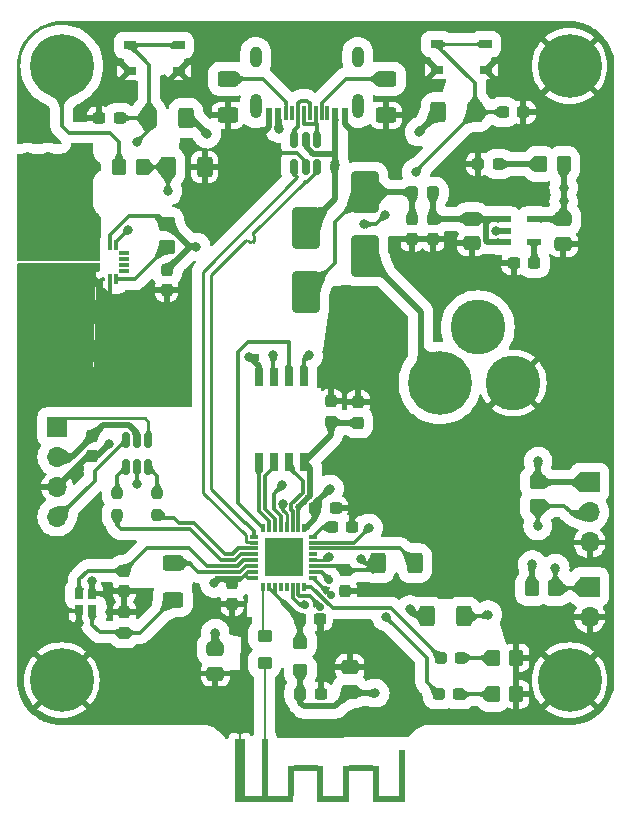
<source format=gbr>
%TF.GenerationSoftware,KiCad,Pcbnew,7.0.6*%
%TF.CreationDate,2023-08-15T19:52:17+12:00*%
%TF.ProjectId,esp32c3-ev-board,65737033-3263-4332-9d65-762d626f6172,rev?*%
%TF.SameCoordinates,Original*%
%TF.FileFunction,Copper,L1,Top*%
%TF.FilePolarity,Positive*%
%FSLAX46Y46*%
G04 Gerber Fmt 4.6, Leading zero omitted, Abs format (unit mm)*
G04 Created by KiCad (PCBNEW 7.0.6) date 2023-08-15 19:52:17*
%MOMM*%
%LPD*%
G01*
G04 APERTURE LIST*
G04 Aperture macros list*
%AMRoundRect*
0 Rectangle with rounded corners*
0 $1 Rounding radius*
0 $2 $3 $4 $5 $6 $7 $8 $9 X,Y pos of 4 corners*
0 Add a 4 corners polygon primitive as box body*
4,1,4,$2,$3,$4,$5,$6,$7,$8,$9,$2,$3,0*
0 Add four circle primitives for the rounded corners*
1,1,$1+$1,$2,$3*
1,1,$1+$1,$4,$5*
1,1,$1+$1,$6,$7*
1,1,$1+$1,$8,$9*
0 Add four rect primitives between the rounded corners*
20,1,$1+$1,$2,$3,$4,$5,0*
20,1,$1+$1,$4,$5,$6,$7,0*
20,1,$1+$1,$6,$7,$8,$9,0*
20,1,$1+$1,$8,$9,$2,$3,0*%
%AMRotRect*
0 Rectangle, with rotation*
0 The origin of the aperture is its center*
0 $1 length*
0 $2 width*
0 $3 Rotation angle, in degrees counterclockwise*
0 Add horizontal line*
21,1,$1,$2,0,0,$3*%
G04 Aperture macros list end*
%TA.AperFunction,ComponentPad*%
%ADD10O,1.000000X1.800000*%
%TD*%
%TA.AperFunction,ComponentPad*%
%ADD11O,1.000000X2.100000*%
%TD*%
%TA.AperFunction,SMDPad,CuDef*%
%ADD12R,0.600000X1.005000*%
%TD*%
%TA.AperFunction,SMDPad,CuDef*%
%ADD13R,0.600000X1.055000*%
%TD*%
%TA.AperFunction,SMDPad,CuDef*%
%ADD14R,0.300000X1.150000*%
%TD*%
%TA.AperFunction,ComponentPad*%
%ADD15R,1.700000X1.700000*%
%TD*%
%TA.AperFunction,ComponentPad*%
%ADD16O,1.700000X1.700000*%
%TD*%
%TA.AperFunction,ComponentPad*%
%ADD17C,5.400000*%
%TD*%
%TA.AperFunction,SMDPad,CuDef*%
%ADD18RoundRect,0.237500X-0.237500X0.300000X-0.237500X-0.300000X0.237500X-0.300000X0.237500X0.300000X0*%
%TD*%
%TA.AperFunction,SMDPad,CuDef*%
%ADD19RoundRect,0.250000X0.400000X0.625000X-0.400000X0.625000X-0.400000X-0.625000X0.400000X-0.625000X0*%
%TD*%
%TA.AperFunction,SMDPad,CuDef*%
%ADD20RoundRect,0.150000X0.150000X-0.512500X0.150000X0.512500X-0.150000X0.512500X-0.150000X-0.512500X0*%
%TD*%
%TA.AperFunction,SMDPad,CuDef*%
%ADD21RoundRect,0.237500X0.237500X-0.300000X0.237500X0.300000X-0.237500X0.300000X-0.237500X-0.300000X0*%
%TD*%
%TA.AperFunction,SMDPad,CuDef*%
%ADD22R,0.300000X0.800000*%
%TD*%
%TA.AperFunction,SMDPad,CuDef*%
%ADD23R,0.800000X0.300000*%
%TD*%
%TA.AperFunction,SMDPad,CuDef*%
%ADD24R,3.200000X3.200000*%
%TD*%
%TA.AperFunction,SMDPad,CuDef*%
%ADD25RoundRect,0.250000X-0.900000X1.500000X-0.900000X-1.500000X0.900000X-1.500000X0.900000X1.500000X0*%
%TD*%
%TA.AperFunction,ComponentPad*%
%ADD26C,5.385000*%
%TD*%
%TA.AperFunction,ComponentPad*%
%ADD27C,4.650000*%
%TD*%
%TA.AperFunction,SMDPad,CuDef*%
%ADD28RoundRect,0.250000X-0.475000X0.337500X-0.475000X-0.337500X0.475000X-0.337500X0.475000X0.337500X0*%
%TD*%
%TA.AperFunction,SMDPad,CuDef*%
%ADD29RoundRect,0.250000X-0.450000X0.350000X-0.450000X-0.350000X0.450000X-0.350000X0.450000X0.350000X0*%
%TD*%
%TA.AperFunction,SMDPad,CuDef*%
%ADD30RoundRect,0.237500X-0.300000X-0.237500X0.300000X-0.237500X0.300000X0.237500X-0.300000X0.237500X0*%
%TD*%
%TA.AperFunction,SMDPad,CuDef*%
%ADD31RoundRect,0.237500X0.300000X0.237500X-0.300000X0.237500X-0.300000X-0.237500X0.300000X-0.237500X0*%
%TD*%
%TA.AperFunction,SMDPad,CuDef*%
%ADD32RoundRect,0.250000X-0.400000X-0.625000X0.400000X-0.625000X0.400000X0.625000X-0.400000X0.625000X0*%
%TD*%
%TA.AperFunction,SMDPad,CuDef*%
%ADD33RoundRect,0.237500X-0.287500X-0.237500X0.287500X-0.237500X0.287500X0.237500X-0.287500X0.237500X0*%
%TD*%
%TA.AperFunction,SMDPad,CuDef*%
%ADD34RoundRect,0.250000X0.450000X-0.350000X0.450000X0.350000X-0.450000X0.350000X-0.450000X-0.350000X0*%
%TD*%
%TA.AperFunction,SMDPad,CuDef*%
%ADD35RoundRect,0.250000X-0.625000X0.400000X-0.625000X-0.400000X0.625000X-0.400000X0.625000X0.400000X0*%
%TD*%
%TA.AperFunction,SMDPad,CuDef*%
%ADD36RoundRect,0.237500X0.287500X0.237500X-0.287500X0.237500X-0.287500X-0.237500X0.287500X-0.237500X0*%
%TD*%
%TA.AperFunction,SMDPad,CuDef*%
%ADD37RoundRect,0.250000X0.350000X0.450000X-0.350000X0.450000X-0.350000X-0.450000X0.350000X-0.450000X0*%
%TD*%
%TA.AperFunction,SMDPad,CuDef*%
%ADD38RoundRect,0.237500X-0.237500X0.250000X-0.237500X-0.250000X0.237500X-0.250000X0.237500X0.250000X0*%
%TD*%
%TA.AperFunction,SMDPad,CuDef*%
%ADD39R,1.050000X0.650000*%
%TD*%
%TA.AperFunction,SMDPad,CuDef*%
%ADD40RoundRect,0.250000X-0.350000X-0.450000X0.350000X-0.450000X0.350000X0.450000X-0.350000X0.450000X0*%
%TD*%
%TA.AperFunction,SMDPad,CuDef*%
%ADD41RoundRect,0.250000X0.625000X-0.400000X0.625000X0.400000X-0.625000X0.400000X-0.625000X-0.400000X0*%
%TD*%
%TA.AperFunction,SMDPad,CuDef*%
%ADD42R,1.150000X0.600000*%
%TD*%
%TA.AperFunction,SMDPad,CuDef*%
%ADD43R,0.500000X3.940000*%
%TD*%
%TA.AperFunction,SMDPad,CuDef*%
%ADD44R,2.700000X0.500000*%
%TD*%
%TA.AperFunction,SMDPad,CuDef*%
%ADD45R,0.500000X2.640000*%
%TD*%
%TA.AperFunction,SMDPad,CuDef*%
%ADD46R,2.000000X0.500000*%
%TD*%
%TA.AperFunction,SMDPad,CuDef*%
%ADD47R,0.500000X4.900000*%
%TD*%
%TA.AperFunction,SMDPad,CuDef*%
%ADD48R,5.000000X0.500000*%
%TD*%
%TA.AperFunction,SMDPad,CuDef*%
%ADD49R,0.900000X4.900000*%
%TD*%
%TA.AperFunction,SMDPad,CuDef*%
%ADD50R,1.070000X0.800000*%
%TD*%
%TA.AperFunction,SMDPad,CuDef*%
%ADD51RotRect,0.282800X0.282800X45.000000*%
%TD*%
%TA.AperFunction,SMDPad,CuDef*%
%ADD52R,0.200000X0.600000*%
%TD*%
%TA.AperFunction,SMDPad,CuDef*%
%ADD53R,0.300000X0.850000*%
%TD*%
%TA.AperFunction,SMDPad,CuDef*%
%ADD54R,0.850000X0.300000*%
%TD*%
%TA.AperFunction,SMDPad,CuDef*%
%ADD55R,0.650000X1.650000*%
%TD*%
%TA.AperFunction,SMDPad,CuDef*%
%ADD56RoundRect,0.250000X0.900000X-1.500000X0.900000X1.500000X-0.900000X1.500000X-0.900000X-1.500000X0*%
%TD*%
%TA.AperFunction,SMDPad,CuDef*%
%ADD57RoundRect,0.250000X0.475000X-0.337500X0.475000X0.337500X-0.475000X0.337500X-0.475000X-0.337500X0*%
%TD*%
%TA.AperFunction,SMDPad,CuDef*%
%ADD58R,0.800000X0.900000*%
%TD*%
%TA.AperFunction,SMDPad,CuDef*%
%ADD59RoundRect,0.250000X0.350000X-0.275000X0.350000X0.275000X-0.350000X0.275000X-0.350000X-0.275000X0*%
%TD*%
%TA.AperFunction,SMDPad,CuDef*%
%ADD60RoundRect,0.250000X-0.350000X0.275000X-0.350000X-0.275000X0.350000X-0.275000X0.350000X0.275000X0*%
%TD*%
%TA.AperFunction,ViaPad*%
%ADD61C,0.800000*%
%TD*%
%TA.AperFunction,ViaPad*%
%ADD62C,0.700000*%
%TD*%
%TA.AperFunction,Conductor*%
%ADD63C,0.300000*%
%TD*%
%TA.AperFunction,Conductor*%
%ADD64C,0.500000*%
%TD*%
%TA.AperFunction,Conductor*%
%ADD65C,0.250000*%
%TD*%
%TA.AperFunction,Conductor*%
%ADD66C,0.200000*%
%TD*%
G04 APERTURE END LIST*
D10*
%TO.P,J5,S1,SHIELD*%
%TO.N,unconnected-(J5-SHIELD-PadS1)*%
X128830000Y-60045000D03*
D11*
X128830000Y-64225000D03*
D10*
X137470000Y-60045000D03*
D11*
X137470000Y-64225000D03*
D12*
%TO.P,J5,B12*%
%TO.N,Reg Neg*%
X136350000Y-64872500D03*
D13*
%TO.P,J5,B9,VBUS*%
%TO.N,5vUSB*%
X135550000Y-64847500D03*
D14*
%TO.P,J5,B8,SBU2*%
%TO.N,unconnected-(J5-SBU2-PadB8)*%
X134900000Y-64800000D03*
%TO.P,J5,B7,D-*%
%TO.N,Net-(J5-D--PadA7)*%
X133900000Y-64800000D03*
%TO.P,J5,B6,D+*%
%TO.N,Net-(J5-D+-PadA6)*%
X132400000Y-64800000D03*
%TO.P,J5,B5,CC2*%
%TO.N,Net-(J5-CC2)*%
X131400000Y-64800000D03*
D13*
%TO.P,J5,B4,VBUS*%
%TO.N,5vUSB*%
X130750000Y-64847500D03*
D12*
%TO.P,J5,B1*%
%TO.N,Reg Neg*%
X129950000Y-64872500D03*
%TO.P,J5,A12*%
X129950000Y-64872500D03*
D13*
%TO.P,J5,A9,VBUS*%
%TO.N,5vUSB*%
X130750000Y-64847500D03*
D14*
%TO.P,J5,A8,SBU1*%
%TO.N,unconnected-(J5-SBU1-PadA8)*%
X131900000Y-64800000D03*
%TO.P,J5,A7,D-*%
%TO.N,Net-(J5-D--PadA7)*%
X132900000Y-64800000D03*
%TO.P,J5,A6,D+*%
%TO.N,Net-(J5-D+-PadA6)*%
X133400000Y-64800000D03*
%TO.P,J5,A5,CC1*%
%TO.N,Net-(J5-CC1)*%
X134400000Y-64800000D03*
D13*
%TO.P,J5,A4,VBUS*%
%TO.N,5vUSB*%
X135550000Y-64847500D03*
D12*
%TO.P,J5,A1,GND*%
%TO.N,Reg Neg*%
X136350000Y-64872500D03*
%TD*%
D15*
%TO.P,Hall,1,Pin_1*%
%TO.N,+3.3V*%
X157100000Y-96060000D03*
D16*
%TO.P,Hall,2,Pin_2*%
%TO.N,Net-(IC3-MTDI)*%
X157100000Y-98600000D03*
%TO.P,Hall,3,Pin_3*%
%TO.N,Reg Neg*%
X157100000Y-101140000D03*
%TD*%
D17*
%TO.P,H1,1,1*%
%TO.N,Reg Neg*%
X155400000Y-60800000D03*
%TD*%
D18*
%TO.P,C2,1*%
%TO.N,Reg Pos*%
X142075000Y-73750000D03*
%TO.P,C2,2*%
%TO.N,Reg Neg*%
X142075000Y-75475000D03*
%TD*%
D19*
%TO.P,R5,1*%
%TO.N,+3.3V*%
X122900000Y-65200000D03*
%TO.P,R5,2*%
%TO.N,CHIPEN*%
X119800000Y-65200000D03*
%TD*%
D18*
%TO.P,C22,1*%
%TO.N,Net-(IC3-XTAL_N)*%
X117700000Y-103525000D03*
%TO.P,C22,2*%
%TO.N,Reg Neg*%
X117700000Y-105250000D03*
%TD*%
D20*
%TO.P,U1,1,I/O1*%
%TO.N,USBD+*%
X132100000Y-69325000D03*
%TO.P,U1,2,GND*%
%TO.N,Reg Neg*%
X133050000Y-69325000D03*
%TO.P,U1,3,I/O2*%
%TO.N,USBD-*%
X134000000Y-69325000D03*
%TO.P,U1,4,I/O2*%
%TO.N,Net-(J5-D--PadA7)*%
X134000000Y-67050000D03*
%TO.P,U1,5,VBUS*%
%TO.N,5vUSB*%
X133050000Y-67050000D03*
%TO.P,U1,6,I/O1*%
%TO.N,Net-(J5-D+-PadA6)*%
X132100000Y-67050000D03*
%TD*%
D21*
%TO.P,C20,1*%
%TO.N,Net-(IC3-VDD_SPI)*%
X135200000Y-90925000D03*
%TO.P,C20,2*%
%TO.N,Reg Neg*%
X135200000Y-89200000D03*
%TD*%
D22*
%TO.P,IC3,1,LNA_IN*%
%TO.N,Net-(IC3-LNA_IN)*%
X129450000Y-104900000D03*
%TO.P,IC3,2,VDD3P3_1*%
%TO.N,3V3 RF*%
X129950000Y-104900000D03*
%TO.P,IC3,3,VDD3P3_2*%
X130450000Y-104900000D03*
%TO.P,IC3,4,XTAL_32K_P*%
%TO.N,unconnected-(IC3-XTAL_32K_P-Pad4)*%
X130950000Y-104900000D03*
%TO.P,IC3,5,XTAL_32K_N*%
%TO.N,unconnected-(IC3-XTAL_32K_N-Pad5)*%
X131450000Y-104900000D03*
%TO.P,IC3,6,GPIO2*%
%TO.N,Net-(IC3-GPIO2)*%
X131950000Y-104900000D03*
%TO.P,IC3,7,CHIP_EN*%
%TO.N,CHIPEN*%
X132450000Y-104900000D03*
%TO.P,IC3,8,GPIO3*%
%TO.N,LED A*%
X132950000Y-104900000D03*
D23*
%TO.P,IC3,9,MTMS*%
%TO.N,Net-(IC3-MTMS)*%
X133700000Y-104150000D03*
%TO.P,IC3,10,MTDI*%
%TO.N,Net-(IC3-MTDI)*%
X133700000Y-103650000D03*
%TO.P,IC3,11,VDD3P3_RTC*%
%TO.N,+3.3V*%
X133700000Y-103150000D03*
%TO.P,IC3,12,MTCK*%
%TO.N,LED B*%
X133700000Y-102650000D03*
%TO.P,IC3,13,MTDO*%
%TO.N,unconnected-(IC3-MTDO-Pad13)*%
X133700000Y-102150000D03*
%TO.P,IC3,14,GPIO8*%
%TO.N,Net-(IC3-GPIO8)*%
X133700000Y-101650000D03*
%TO.P,IC3,15,GPIO9*%
%TO.N,CurMeas*%
X133700000Y-101150000D03*
%TO.P,IC3,16,GPIO10*%
%TO.N,VoltMeas*%
X133700000Y-100650000D03*
D22*
%TO.P,IC3,17,VDD3P3_CPU*%
%TO.N,+3.3V*%
X132950000Y-99900000D03*
%TO.P,IC3,18,VDD_SPI*%
%TO.N,Net-(IC3-VDD_SPI)*%
X132450000Y-99900000D03*
%TO.P,IC3,19,SPIHD*%
%TO.N,Net-(IC3-SPIHD)*%
X131950000Y-99900000D03*
%TO.P,IC3,20,SPIWP*%
%TO.N,Net-(IC3-SPIWP)*%
X131450000Y-99900000D03*
%TO.P,IC3,21,SPICS0*%
%TO.N,Net-(IC3-SPICS0)*%
X130950000Y-99900000D03*
%TO.P,IC3,22,SPICLK*%
%TO.N,Net-(IC3-SPICLK)*%
X130450000Y-99900000D03*
%TO.P,IC3,23,SPID*%
%TO.N,Net-(IC3-SPID)*%
X129950000Y-99900000D03*
%TO.P,IC3,24,SPIQ*%
%TO.N,Net-(IC3-SPIQ)*%
X129450000Y-99900000D03*
D23*
%TO.P,IC3,25,GPIO18*%
%TO.N,USBD-*%
X128700000Y-100650000D03*
%TO.P,IC3,26,GPIO19*%
%TO.N,USBD+*%
X128700000Y-101150000D03*
%TO.P,IC3,27,U0RXD*%
%TO.N,Net-(IC3-U0RXD)*%
X128700000Y-101650000D03*
%TO.P,IC3,28,U0TXD*%
%TO.N,Net-(IC3-U0TXD)*%
X128700000Y-102150000D03*
%TO.P,IC3,29,XTAL_N*%
%TO.N,Net-(IC3-XTAL_N)*%
X128700000Y-102650000D03*
%TO.P,IC3,30,XTAL_P*%
%TO.N,Net-(IC3-XTAL_P)*%
X128700000Y-103150000D03*
%TO.P,IC3,31,VDDA_1*%
%TO.N,+3.3V*%
X128700000Y-103650000D03*
%TO.P,IC3,32,VDDA_2*%
X128700000Y-104150000D03*
D24*
%TO.P,IC3,33,GND*%
%TO.N,Reg Neg*%
X131200000Y-102400000D03*
%TD*%
D17*
%TO.P,H3,1,1*%
%TO.N,Reg Neg*%
X155400000Y-112800000D03*
%TD*%
D25*
%TO.P,D4,1,K*%
%TO.N,Reg Pos*%
X138100000Y-71500000D03*
%TO.P,D4,2,A*%
%TO.N,Net-(D4-A)*%
X138100000Y-76900000D03*
%TD*%
D26*
%TO.P,J2,1*%
%TO.N,Net-(D4-A)*%
X144422000Y-87630000D03*
D27*
%TO.P,J2,2*%
%TO.N,Reg Neg*%
X150622000Y-87630000D03*
%TO.P,J2,3*%
%TO.N,N/C*%
X147622000Y-82930000D03*
%TD*%
D28*
%TO.P,C4,1*%
%TO.N,Net-(IC1-EN)*%
X147125000Y-73737500D03*
%TO.P,C4,2*%
%TO.N,Reg Neg*%
X147125000Y-75812500D03*
%TD*%
D29*
%TO.P,R16,1*%
%TO.N,+3.3V*%
X152700000Y-96050000D03*
%TO.P,R16,2*%
%TO.N,Net-(IC3-MTDI)*%
X152700000Y-98050000D03*
%TD*%
D30*
%TO.P,C7,1*%
%TO.N,VoltMeas*%
X135251233Y-99806233D03*
%TO.P,C7,2*%
%TO.N,Reg Neg*%
X136976233Y-99806233D03*
%TD*%
D31*
%TO.P,C5,1*%
%TO.N,Net-(IC1-ADJ{slash}BYP)*%
X152400000Y-77500000D03*
%TO.P,C5,2*%
%TO.N,Reg Neg*%
X150675000Y-77500000D03*
%TD*%
D32*
%TO.P,R3,1*%
%TO.N,VoltMeas*%
X121400000Y-69350000D03*
%TO.P,R3,2*%
%TO.N,Reg Neg*%
X124500000Y-69350000D03*
%TD*%
%TO.P,R8,1*%
%TO.N,+3.3V*%
X139200000Y-102900000D03*
%TO.P,R8,2*%
%TO.N,Net-(IC3-GPIO8)*%
X142300000Y-102900000D03*
%TD*%
D33*
%TO.P,L1,1,1*%
%TO.N,Reg Pos*%
X142075000Y-71500000D03*
%TO.P,L1,2,2*%
%TO.N,Net-(IC1-EN)*%
X143825000Y-71500000D03*
%TD*%
D34*
%TO.P,R1,1*%
%TO.N,Net-(IC2-~{FAULT})*%
X121285000Y-76150000D03*
%TO.P,R1,2*%
%TO.N,+3.3V*%
X121285000Y-74150000D03*
%TD*%
D35*
%TO.P,R14,1*%
%TO.N,Net-(J5-CC1)*%
X139860000Y-61875000D03*
%TO.P,R14,2*%
%TO.N,Reg Neg*%
X139860000Y-64975000D03*
%TD*%
D30*
%TO.P,C12,1*%
%TO.N,3V3 RF*%
X132575000Y-107625000D03*
%TO.P,C12,2*%
%TO.N,Reg Neg*%
X134300000Y-107625000D03*
%TD*%
D36*
%TO.P,B,1,K*%
%TO.N,Net-(D6-K)*%
X146075000Y-114000000D03*
%TO.P,B,2,A*%
%TO.N,LED B*%
X144325000Y-114000000D03*
%TD*%
D37*
%TO.P,R9,2*%
%TO.N,Net-(D6-K)*%
X148900000Y-114000000D03*
%TO.P,R9,1*%
%TO.N,Reg Neg*%
X150900000Y-114000000D03*
%TD*%
D38*
%TO.P,R11,1*%
%TO.N,UARTTX*%
X117100000Y-96990000D03*
%TO.P,R11,2*%
%TO.N,Net-(IC3-U0TXD)*%
X117100000Y-98815000D03*
%TD*%
D39*
%TO.P,B,1,A*%
%TO.N,CurMeas*%
X144150000Y-58950000D03*
%TO.P,B,2,B*%
X148300000Y-58950000D03*
%TO.P,B,3,B*%
%TO.N,Reg Neg*%
X144150000Y-61100000D03*
%TO.P,B,4,B*%
X148300000Y-61100000D03*
%TD*%
D17*
%TO.P,Negative -,1,1*%
%TO.N,Reg Neg*%
X112000000Y-82500000D03*
%TD*%
D32*
%TO.P,R7,1*%
%TO.N,+3.3V*%
X143331000Y-107400000D03*
%TO.P,R7,2*%
%TO.N,Net-(IC3-GPIO2)*%
X146431000Y-107400000D03*
%TD*%
D30*
%TO.P,C11,1*%
%TO.N,+3.3V*%
X133863733Y-98206233D03*
%TO.P,C11,2*%
%TO.N,Reg Neg*%
X135588733Y-98206233D03*
%TD*%
D33*
%TO.P,D1,1,K*%
%TO.N,Reg Neg*%
X147650000Y-69100000D03*
%TO.P,D1,2,A*%
%TO.N,Net-(D1-A)*%
X149400000Y-69100000D03*
%TD*%
D40*
%TO.P,R15,1*%
%TO.N,Net-(D1-A)*%
X152900000Y-69100000D03*
%TO.P,R15,2*%
%TO.N,+3.3V*%
X154900000Y-69100000D03*
%TD*%
D39*
%TO.P,R,1,A*%
%TO.N,CHIPEN*%
X118150000Y-59050000D03*
%TO.P,R,2,B*%
X122300000Y-59050000D03*
%TO.P,R,3,B*%
%TO.N,Reg Neg*%
X118150000Y-61200000D03*
%TO.P,R,4,B*%
X122300000Y-61200000D03*
%TD*%
D41*
%TO.P,R13,1*%
%TO.N,Reg Neg*%
X126460000Y-64975000D03*
%TO.P,R13,2*%
%TO.N,Net-(J5-CC2)*%
X126460000Y-61875000D03*
%TD*%
D40*
%TO.P,R2,1*%
%TO.N,UnregPos*%
X117250000Y-69350000D03*
%TO.P,R2,2*%
%TO.N,VoltMeas*%
X119250000Y-69350000D03*
%TD*%
D18*
%TO.P,C3,1*%
%TO.N,Net-(IC1-EN)*%
X143825000Y-73750000D03*
%TO.P,C3,2*%
%TO.N,Reg Neg*%
X143825000Y-75475000D03*
%TD*%
D17*
%TO.P,H4,1,1*%
%TO.N,Reg Neg*%
X112400000Y-112800000D03*
%TD*%
D21*
%TO.P,C1,1*%
%TO.N,Reg Neg*%
X121285000Y-79762500D03*
%TO.P,C1,2*%
%TO.N,+3.3V*%
X121285000Y-78037500D03*
%TD*%
D32*
%TO.P,R4,1*%
%TO.N,+3.3V*%
X144281250Y-64706250D03*
%TO.P,R4,2*%
%TO.N,CurMeas*%
X147381250Y-64706250D03*
%TD*%
D42*
%TO.P,Reg,1,VIN*%
%TO.N,Net-(IC1-EN)*%
X149875000Y-73787500D03*
%TO.P,Reg,2,GND*%
%TO.N,Reg Neg*%
X149875000Y-74737500D03*
%TO.P,Reg,3,EN*%
%TO.N,Net-(IC1-EN)*%
X149875000Y-75687500D03*
%TO.P,Reg,4,ADJ/BYP*%
%TO.N,Net-(IC1-ADJ{slash}BYP)*%
X152375000Y-75687500D03*
%TO.P,Reg,5,VOUT*%
%TO.N,+3.3V*%
X152375000Y-73787500D03*
%TD*%
D43*
%TO.P,ANT1,1*%
%TO.N,Net-(ANT1-Pad1)*%
X141200000Y-120680000D03*
D44*
X140100000Y-122900000D03*
D45*
X139000000Y-121330000D03*
D46*
X137750000Y-120260000D03*
D45*
X136500000Y-121330000D03*
D44*
X135400000Y-122900000D03*
D45*
X134300000Y-121330000D03*
D46*
X133050000Y-120260000D03*
D45*
X131800000Y-121330000D03*
D47*
X129600000Y-120200000D03*
D48*
X129550000Y-122900000D03*
D49*
%TO.P,ANT1,2*%
%TO.N,Reg Neg*%
X127500000Y-120200000D03*
%TD*%
D50*
%TO.P,IC2,1,IP+*%
%TO.N,UnregNeg(furthest from bat term)*%
X114965000Y-76900000D03*
D51*
X115500000Y-76700000D03*
D52*
X115600000Y-77000000D03*
D50*
%TO.P,IC2,4,IP-*%
%TO.N,Reg Neg*%
X114965000Y-77900000D03*
D51*
X115500000Y-78100000D03*
D52*
X115600000Y-77800000D03*
D53*
%TO.P,IC2,5,GND*%
X116515000Y-78850000D03*
%TO.P,IC2,6,~{FAULT}*%
%TO.N,Net-(IC2-~{FAULT})*%
X117015000Y-78850000D03*
D54*
%TO.P,IC2,7,NC_1*%
%TO.N,unconnected-(IC2-NC_1-Pad7)*%
X117715000Y-78150000D03*
%TO.P,IC2,8,NC_2*%
%TO.N,unconnected-(IC2-NC_2-Pad8)*%
X117715000Y-77650000D03*
%TO.P,IC2,9,NC_3*%
%TO.N,unconnected-(IC2-NC_3-Pad9)*%
X117715000Y-77150000D03*
%TO.P,IC2,10,NC_4*%
%TO.N,unconnected-(IC2-NC_4-Pad10)*%
X117715000Y-76650000D03*
D53*
%TO.P,IC2,11,VIOUT*%
%TO.N,CurMeas*%
X117015000Y-75950000D03*
%TO.P,IC2,12,VCC*%
%TO.N,+3.3V*%
X116515000Y-75950000D03*
%TD*%
D18*
%TO.P,C23,1*%
%TO.N,VBUS*%
X115000000Y-92100000D03*
%TO.P,C23,2*%
%TO.N,Reg Neg*%
X115000000Y-93825000D03*
%TD*%
D55*
%TO.P,Flash,1,/CS*%
%TO.N,Net-(IC3-SPICS0)*%
X132905000Y-87100000D03*
%TO.P,Flash,2,DO_(IO1)*%
%TO.N,Net-(IC3-SPIQ)*%
X131635000Y-87100000D03*
%TO.P,Flash,3,/WP_(IO2)*%
%TO.N,Net-(IC3-SPIWP)*%
X130365000Y-87100000D03*
%TO.P,Flash,4,GND*%
%TO.N,Reg Neg*%
X129095000Y-87100000D03*
%TO.P,Flash,5,DI_(IO0)*%
%TO.N,Net-(IC3-SPID)*%
X129095000Y-94300000D03*
%TO.P,Flash,6,CLK*%
%TO.N,Net-(IC3-SPICLK)*%
X130365000Y-94300000D03*
%TO.P,Flash,7,HD(IO3)*%
%TO.N,Net-(IC3-SPIHD)*%
X131635000Y-94300000D03*
%TO.P,Flash,8,VCC*%
%TO.N,Net-(IC3-VDD_SPI)*%
X132905000Y-94300000D03*
%TD*%
D56*
%TO.P,D5,1,K*%
%TO.N,Reg Pos*%
X133100000Y-79900000D03*
%TO.P,D5,2,A*%
%TO.N,5vUSB*%
X133100000Y-74500000D03*
%TD*%
D57*
%TO.P,C14,1*%
%TO.N,+3.3V*%
X136800000Y-113775000D03*
%TO.P,C14,2*%
%TO.N,Reg Neg*%
X136800000Y-111700000D03*
%TD*%
D35*
%TO.P,R12,1*%
%TO.N,Net-(IC3-XTAL_P)*%
X121826233Y-102906233D03*
%TO.P,R12,2*%
%TO.N,Net-(C21-Pad1)*%
X121826233Y-106006233D03*
%TD*%
D38*
%TO.P,R10,1*%
%TO.N,UARTRX*%
X120500000Y-96977500D03*
%TO.P,R10,2*%
%TO.N,Net-(IC3-U0RXD)*%
X120500000Y-98802500D03*
%TD*%
D28*
%TO.P,C8,1*%
%TO.N,+3.3V*%
X125400000Y-110162500D03*
%TO.P,C8,2*%
%TO.N,Reg Neg*%
X125400000Y-112237500D03*
%TD*%
D58*
%TO.P,Y1,1,1*%
%TO.N,Net-(C21-Pad1)*%
X115000000Y-106900000D03*
%TO.P,Y1,2,2*%
%TO.N,Reg Neg*%
X115000000Y-105500000D03*
%TO.P,Y1,3,3*%
%TO.N,Net-(IC3-XTAL_N)*%
X113900000Y-105500000D03*
%TO.P,Y1,4,4*%
%TO.N,Reg Neg*%
X113900000Y-106900000D03*
%TD*%
D59*
%TO.P,L3,1,1*%
%TO.N,Net-(ANT1-Pad1)*%
X129575000Y-111325000D03*
%TO.P,L3,2,2*%
%TO.N,Net-(IC3-LNA_IN)*%
X129575000Y-109025000D03*
%TD*%
D60*
%TO.P,L2,1,1*%
%TO.N,3V3 RF*%
X132600616Y-109625000D03*
%TO.P,L2,2,2*%
%TO.N,+3.3V*%
X132600616Y-111925000D03*
%TD*%
D18*
%TO.P,C10,1*%
%TO.N,+3.3V*%
X126826233Y-104606233D03*
%TO.P,C10,2*%
%TO.N,Reg Neg*%
X126826233Y-106331233D03*
%TD*%
D30*
%TO.P,C13,1*%
%TO.N,+3.3V*%
X132600000Y-113950000D03*
%TO.P,C13,2*%
%TO.N,Reg Neg*%
X134325000Y-113950000D03*
%TD*%
D21*
%TO.P,C19,1*%
%TO.N,Net-(IC3-VDD_SPI)*%
X137500000Y-91000000D03*
%TO.P,C19,2*%
%TO.N,Reg Neg*%
X137500000Y-89275000D03*
%TD*%
D37*
%TO.P,R6,1*%
%TO.N,Reg Neg*%
X150900000Y-110900000D03*
%TO.P,R6,2*%
%TO.N,Net-(D3-K)*%
X148900000Y-110900000D03*
%TD*%
D30*
%TO.P,C17,1*%
%TO.N,CurMeas*%
X149768750Y-64706250D03*
%TO.P,C17,2*%
%TO.N,Reg Neg*%
X151493750Y-64706250D03*
%TD*%
D31*
%TO.P,C18,1*%
%TO.N,CHIPEN*%
X117300000Y-65200000D03*
%TO.P,C18,2*%
%TO.N,Reg Neg*%
X115575000Y-65200000D03*
%TD*%
D36*
%TO.P,A,1,K*%
%TO.N,Net-(D3-K)*%
X146250000Y-110900000D03*
%TO.P,A,2,A*%
%TO.N,LED A*%
X144500000Y-110900000D03*
%TD*%
D15*
%TO.P,UART,1,Pin_1*%
%TO.N,Net-(J4-Pin_1)*%
X112000000Y-91360000D03*
D16*
%TO.P,UART,2,Pin_2*%
%TO.N,VBUS*%
X112000000Y-93900000D03*
%TO.P,UART,3,Pin_3*%
%TO.N,Reg Neg*%
X112000000Y-96440000D03*
%TO.P,UART,4,Pin_4*%
%TO.N,Net-(J4-Pin_4)*%
X112000000Y-98980000D03*
%TD*%
D37*
%TO.P,R17,1*%
%TO.N,Net-(IC3-MTMS)*%
X154200000Y-105029000D03*
%TO.P,R17,2*%
%TO.N,+3.3V*%
X152200000Y-105029000D03*
%TD*%
D17*
%TO.P,Negative +,1,1*%
%TO.N,UnregNeg(furthest from bat term)*%
X112100000Y-72250000D03*
%TD*%
D20*
%TO.P,U2,1,I/O1*%
%TO.N,UARTTX*%
X117850000Y-94727500D03*
%TO.P,U2,2,GND*%
%TO.N,Reg Neg*%
X118800000Y-94727500D03*
%TO.P,U2,3,I/O2*%
%TO.N,UARTRX*%
X119750000Y-94727500D03*
%TO.P,U2,4,I/O2*%
%TO.N,Net-(J4-Pin_1)*%
X119750000Y-92452500D03*
%TO.P,U2,5,VBUS*%
%TO.N,VBUS*%
X118800000Y-92452500D03*
%TO.P,U2,6,I/O1*%
%TO.N,Net-(J4-Pin_4)*%
X117850000Y-92452500D03*
%TD*%
D17*
%TO.P,Positive,1,1*%
%TO.N,UnregPos*%
X112400000Y-60800000D03*
%TD*%
D18*
%TO.P,C9,1*%
%TO.N,+3.3V*%
X136426233Y-103506233D03*
%TO.P,C9,2*%
%TO.N,Reg Neg*%
X136426233Y-105231233D03*
%TD*%
D21*
%TO.P,C21,1*%
%TO.N,Net-(C21-Pad1)*%
X117700000Y-108775000D03*
%TO.P,C21,2*%
%TO.N,Reg Neg*%
X117700000Y-107050000D03*
%TD*%
D28*
%TO.P,C6,1*%
%TO.N,+3.3V*%
X154875000Y-73787500D03*
%TO.P,C6,2*%
%TO.N,Reg Neg*%
X154875000Y-75862500D03*
%TD*%
D15*
%TO.P,Therm,1,Pin_1*%
%TO.N,Net-(IC3-MTMS)*%
X157100000Y-104900000D03*
D16*
%TO.P,Therm,2,Pin_2*%
%TO.N,Reg Neg*%
X157100000Y-107440000D03*
%TD*%
D61*
%TO.N,+3.3V*%
X125400000Y-108800000D03*
X154900000Y-71100000D03*
X138950000Y-113900000D03*
X152750000Y-94250000D03*
X142650000Y-66400000D03*
X123800000Y-76100000D03*
X125300000Y-104600000D03*
X137700000Y-102500000D03*
X152250000Y-103000500D03*
X135100000Y-96600000D03*
X154900000Y-72250000D03*
X124700000Y-66550000D03*
X141900000Y-106800000D03*
%TO.N,Reg Neg*%
X129250000Y-66650000D03*
X114750000Y-86750000D03*
X142300000Y-97425000D03*
X137500000Y-87600000D03*
X153050000Y-81150000D03*
X113000000Y-86750000D03*
D62*
X111950000Y-77875000D03*
D61*
X116500000Y-105200000D03*
D62*
X115250000Y-79000000D03*
D61*
X115000000Y-104400000D03*
D62*
X115425000Y-81825000D03*
D61*
X119325000Y-106000000D03*
X144525000Y-94325000D03*
X145900000Y-99075000D03*
X110375000Y-107875000D03*
X131204977Y-102395023D03*
X110275000Y-103125000D03*
X130315196Y-70000000D03*
D62*
X110725000Y-77875000D03*
D61*
X127800000Y-108000000D03*
X130925000Y-112950000D03*
X120666226Y-114235735D03*
X127500000Y-117000000D03*
X131025000Y-114950000D03*
X116500000Y-107000000D03*
D62*
X109500000Y-77875000D03*
X110750000Y-79000000D03*
D61*
X109500000Y-86750000D03*
X137300000Y-66650000D03*
X132950000Y-116975000D03*
X127800000Y-113275000D03*
X125475000Y-114000000D03*
X120100000Y-85950000D03*
X116300000Y-80650000D03*
X116400000Y-92800000D03*
D62*
X114950000Y-77900000D03*
D61*
X118800000Y-96200000D03*
X121300000Y-81350000D03*
X128300000Y-85400000D03*
X148525000Y-94275000D03*
X131025000Y-116800000D03*
X137796210Y-98321210D03*
X134600000Y-109900000D03*
X111250000Y-86750000D03*
X135200000Y-87600000D03*
D62*
X114300000Y-79725000D03*
D61*
X149149500Y-74750000D03*
X145050000Y-78550000D03*
D62*
X109500000Y-79000000D03*
D61*
X127575000Y-115075000D03*
X156300000Y-81425000D03*
X146100000Y-69100000D03*
X113900000Y-108000000D03*
D62*
X112000000Y-79000000D03*
X113125000Y-77875000D03*
X109100000Y-80250000D03*
D61*
X134600000Y-111200000D03*
D62*
X113250000Y-79000000D03*
D61*
%TO.N,CurMeas*%
X138400000Y-99900000D03*
X118050000Y-74650000D03*
X142400000Y-69800000D03*
X138000000Y-74200000D03*
X139800000Y-73400000D03*
%TO.N,CHIPEN*%
X118750000Y-67250000D03*
D62*
X134236386Y-106600500D03*
D61*
%TO.N,VoltMeas*%
X121400000Y-71400000D03*
X135251233Y-99806233D03*
%TO.N,5vUSB*%
X135500000Y-69150000D03*
X130800000Y-66100000D03*
%TO.N,LED B*%
X139850000Y-107449500D03*
X135000000Y-102400500D03*
%TO.N,Net-(IC3-SPICS0)*%
X131092324Y-96307675D03*
X133300000Y-85300000D03*
%TO.N,Net-(IC3-SPIWP)*%
X130300000Y-85300000D03*
X131099500Y-97850000D03*
%TO.N,UnregNeg(furthest from bat term)*%
X109500000Y-68500000D03*
D62*
X109350000Y-74500000D03*
X112000000Y-75750000D03*
X109500000Y-75750000D03*
X114475000Y-74750000D03*
X115250000Y-73575000D03*
X110725000Y-76925000D03*
D61*
X111250000Y-68500000D03*
D62*
X114950000Y-76900000D03*
D61*
X113000000Y-68500000D03*
X114750000Y-68500000D03*
D62*
X115250000Y-75750000D03*
X113250000Y-75750000D03*
X109425000Y-76900000D03*
X110750000Y-75750000D03*
X113300000Y-76900000D03*
X111975000Y-76925000D03*
%TO.N,Net-(IC3-MTDI)*%
X135050000Y-104300000D03*
D61*
X152700000Y-99750000D03*
%TO.N,Net-(IC3-GPIO2)*%
X148500000Y-107250000D03*
D62*
X133004718Y-106434892D03*
%TO.N,Net-(IC3-MTMS)*%
X135201464Y-105573536D03*
D61*
X154200000Y-103300000D03*
%TD*%
D63*
%TO.N,Net-(J5-D+-PadA6)*%
X133350000Y-63925000D02*
X133150000Y-63725000D01*
X133150000Y-63725000D02*
X132650000Y-63725000D01*
X132650000Y-63725000D02*
X132450000Y-63925000D01*
D64*
%TO.N,+3.3V*%
X125400000Y-110162500D02*
X125400000Y-108800000D01*
D63*
X128700000Y-103650000D02*
X128182466Y-103650000D01*
D64*
X133863733Y-97836267D02*
X135100000Y-96600000D01*
X152710000Y-96060000D02*
X152700000Y-96050000D01*
D63*
X139039116Y-102900000D02*
X138432883Y-103506233D01*
D64*
X144281250Y-64768750D02*
X142650000Y-66400000D01*
X132600616Y-113724384D02*
X132600000Y-113725000D01*
D63*
X138100000Y-102900000D02*
X137700000Y-102500000D01*
D64*
X123350000Y-65200000D02*
X124700000Y-66550000D01*
D63*
X120635000Y-73500000D02*
X121285000Y-74150000D01*
D64*
X123222500Y-76100000D02*
X121285000Y-78037500D01*
X142500000Y-107400000D02*
X141900000Y-106800000D01*
X125693767Y-104206233D02*
X126826233Y-104206233D01*
X123800000Y-76100000D02*
X123235000Y-76100000D01*
X133863733Y-99086267D02*
X133050000Y-99900000D01*
X152700000Y-96050000D02*
X152700000Y-94300000D01*
X152200000Y-105029000D02*
X152200000Y-103050500D01*
D63*
X126920000Y-104300000D02*
X126826233Y-104206233D01*
X136070000Y-103150000D02*
X133700000Y-103150000D01*
X116515000Y-75950000D02*
X116515000Y-75124339D01*
D64*
X154787500Y-73787500D02*
X154875000Y-73700000D01*
D63*
X139200000Y-102900000D02*
X138100000Y-102900000D01*
D64*
X144281250Y-64706250D02*
X144281250Y-64768750D01*
X132600000Y-113950000D02*
X132600000Y-114700000D01*
X132600616Y-111925000D02*
X132600616Y-113724384D01*
X132900000Y-115000000D02*
X135575000Y-115000000D01*
D63*
X127926233Y-103906233D02*
X128170000Y-104150000D01*
D64*
X125300000Y-104600000D02*
X125693767Y-104206233D01*
X138950000Y-113900000D02*
X136925000Y-113900000D01*
D63*
X127926233Y-103906233D02*
X127532466Y-104300000D01*
X139200000Y-102900000D02*
X139039116Y-102900000D01*
D64*
X154900000Y-69100000D02*
X154900000Y-73762500D01*
X152200000Y-103050500D02*
X152250000Y-103000500D01*
D63*
X116515000Y-75124339D02*
X118139339Y-73500000D01*
X118139339Y-73500000D02*
X120635000Y-73500000D01*
D64*
X132600000Y-114700000D02*
X132900000Y-115000000D01*
X136925000Y-113900000D02*
X136800000Y-113775000D01*
X135575000Y-115000000D02*
X136800000Y-113775000D01*
D63*
X136426233Y-103506233D02*
X136070000Y-103150000D01*
D64*
X152700000Y-94300000D02*
X152750000Y-94250000D01*
X154900000Y-73762500D02*
X154875000Y-73787500D01*
X122900000Y-65200000D02*
X123350000Y-65200000D01*
D63*
X128182466Y-103650000D02*
X127926233Y-103906233D01*
D64*
X133863733Y-98206233D02*
X133863733Y-97836267D01*
X123800000Y-76100000D02*
X123222500Y-76100000D01*
D63*
X127532466Y-104300000D02*
X126920000Y-104300000D01*
D64*
X133863733Y-98206233D02*
X133863733Y-99086267D01*
X143331000Y-107400000D02*
X142500000Y-107400000D01*
D63*
X128170000Y-104150000D02*
X128700000Y-104150000D01*
D64*
X157100000Y-96060000D02*
X152710000Y-96060000D01*
X123235000Y-76100000D02*
X121285000Y-74150000D01*
X152375000Y-73787500D02*
X154787500Y-73787500D01*
D65*
X132600616Y-113688116D02*
X132637500Y-113725000D01*
D63*
X138432883Y-103506233D02*
X136426233Y-103506233D01*
D64*
%TO.N,Net-(IC1-EN)*%
X147125000Y-73737500D02*
X148675000Y-73737500D01*
X143825000Y-73750000D02*
X143825000Y-71500000D01*
X143825000Y-73750000D02*
X147112500Y-73750000D01*
X148675000Y-73737500D02*
X149825000Y-73737500D01*
X148437500Y-75687500D02*
X148300000Y-75550000D01*
X148300000Y-74112500D02*
X148675000Y-73737500D01*
X148300000Y-75550000D02*
X148300000Y-74112500D01*
X147112500Y-73750000D02*
X147125000Y-73737500D01*
X149825000Y-73737500D02*
X149875000Y-73787500D01*
X149875000Y-75687500D02*
X148437500Y-75687500D01*
D66*
%TO.N,Net-(ANT1-Pad1)*%
X129575000Y-111325000D02*
X129575000Y-118125000D01*
D64*
%TO.N,Net-(IC1-ADJ{slash}BYP)*%
X152400000Y-75712500D02*
X152375000Y-75687500D01*
X152400000Y-77500000D02*
X152400000Y-75712500D01*
D66*
%TO.N,Net-(IC3-LNA_IN)*%
X129450000Y-104900000D02*
X129450000Y-109075000D01*
D64*
%TO.N,Net-(IC3-VDD_SPI)*%
X135300000Y-91000000D02*
X135200000Y-91100000D01*
X133318767Y-97281233D02*
X133278961Y-97281233D01*
X135200000Y-92005000D02*
X132905000Y-94300000D01*
X133400000Y-94795000D02*
X133400000Y-97200000D01*
X132905000Y-94300000D02*
X133400000Y-94795000D01*
X132876233Y-97683961D02*
X132876233Y-97723767D01*
D63*
X132450000Y-99900000D02*
X132450000Y-98150000D01*
D64*
X133278961Y-97281233D02*
X132876233Y-97683961D01*
X135200000Y-91100000D02*
X135200000Y-92005000D01*
X137500000Y-91000000D02*
X135300000Y-91000000D01*
X132876233Y-97723767D02*
X132450000Y-98150000D01*
X133400000Y-97200000D02*
X133318767Y-97281233D01*
%TO.N,Reg Neg*%
X129950000Y-65950000D02*
X129250000Y-66650000D01*
D65*
X118575000Y-105250000D02*
X119325000Y-106000000D01*
D64*
X136350000Y-64800000D02*
X136350000Y-65700000D01*
X134325000Y-111700000D02*
X134325000Y-111200000D01*
D63*
X132319607Y-68175000D02*
X131090196Y-68175000D01*
D64*
X121285000Y-79762500D02*
X121285000Y-81335000D01*
D66*
X127500000Y-120200000D02*
X127500000Y-117000000D01*
D64*
X116550000Y-107050000D02*
X117700000Y-107050000D01*
X136350000Y-65700000D02*
X137300000Y-66650000D01*
D63*
X132965196Y-68820589D02*
X132319607Y-68175000D01*
D64*
X149875000Y-74737500D02*
X149162000Y-74737500D01*
D63*
X137500000Y-89275000D02*
X137500000Y-87550000D01*
D64*
X115375000Y-93825000D02*
X115000000Y-93825000D01*
D65*
X136976233Y-99141187D02*
X137796210Y-98321210D01*
D66*
X125475000Y-114000000D02*
X125475000Y-112312500D01*
D64*
X134325000Y-109900000D02*
X134325000Y-107650000D01*
X147650000Y-69100000D02*
X146100000Y-69100000D01*
D63*
X116300000Y-80650000D02*
X116515000Y-80435000D01*
D64*
X116400000Y-92800000D02*
X115375000Y-93825000D01*
X134325000Y-111200000D02*
X134600000Y-111200000D01*
X134325000Y-113950000D02*
X134325000Y-111700000D01*
D65*
X118550000Y-105250000D02*
X118575000Y-105250000D01*
D64*
X129095000Y-86195000D02*
X128300000Y-85400000D01*
D66*
X125475000Y-112312500D02*
X125400000Y-112237500D01*
D64*
X121285000Y-81335000D02*
X121300000Y-81350000D01*
X115000000Y-105500000D02*
X115000000Y-104400000D01*
D63*
X118800000Y-94727500D02*
X118800000Y-96200000D01*
X116515000Y-80435000D02*
X116515000Y-78850000D01*
D64*
X134325000Y-111200000D02*
X134325000Y-109900000D01*
X114615000Y-93825000D02*
X112000000Y-96440000D01*
D65*
X150675000Y-78775000D02*
X153050000Y-81150000D01*
D64*
X136800000Y-111700000D02*
X135100000Y-111700000D01*
D65*
X150675000Y-77500000D02*
X150675000Y-78775000D01*
D64*
X129950000Y-64800000D02*
X129950000Y-65950000D01*
D65*
X131200000Y-102400000D02*
X131204977Y-102395023D01*
D64*
X134325000Y-109900000D02*
X134600000Y-109900000D01*
X149162000Y-74737500D02*
X149149500Y-74750000D01*
D63*
X131090196Y-68175000D02*
X130315196Y-68950000D01*
D64*
X116500000Y-107000000D02*
X116550000Y-107050000D01*
X117700000Y-105250000D02*
X116550000Y-105250000D01*
D63*
X135200000Y-87749500D02*
X135200000Y-89200000D01*
D64*
X116550000Y-105250000D02*
X116500000Y-105200000D01*
X113900000Y-106900000D02*
X113900000Y-108000000D01*
X115000000Y-93825000D02*
X114615000Y-93825000D01*
X134325000Y-107650000D02*
X134300000Y-107625000D01*
D63*
X132965196Y-69200000D02*
X132965196Y-68820589D01*
X130315196Y-68950000D02*
X130315196Y-70000000D01*
D65*
X136976233Y-99806233D02*
X136976233Y-99141187D01*
D64*
X129095000Y-87100000D02*
X129095000Y-86195000D01*
D65*
X117700000Y-105250000D02*
X118550000Y-105250000D01*
%TO.N,3V3 RF*%
X129950000Y-105000000D02*
X131150000Y-106200000D01*
D64*
X132575000Y-107625000D02*
X131150000Y-106200000D01*
D65*
X129950000Y-104900000D02*
X129950000Y-105000000D01*
X129950000Y-104900000D02*
X129950000Y-105100000D01*
D64*
X132575000Y-107625000D02*
X132575000Y-109599384D01*
X132575000Y-109599384D02*
X132600616Y-109625000D01*
D65*
X130450000Y-104900000D02*
X130450000Y-105500000D01*
D63*
%TO.N,CurMeas*%
X147381250Y-62281250D02*
X147381250Y-64706250D01*
X137150000Y-101150000D02*
X133700000Y-101150000D01*
X139800000Y-73400000D02*
X139000000Y-74200000D01*
X117015000Y-75685000D02*
X118050000Y-74650000D01*
X142400000Y-69687500D02*
X147381250Y-64706250D01*
X117015000Y-75950000D02*
X117015000Y-75685000D01*
X144100000Y-59000000D02*
X147381250Y-62281250D01*
D65*
X144150000Y-58950000D02*
X148300000Y-58950000D01*
D63*
X138400000Y-99900000D02*
X137150000Y-101150000D01*
X144100000Y-59000000D02*
X144100000Y-59037500D01*
X142400000Y-69800000D02*
X142400000Y-69687500D01*
X139000000Y-74200000D02*
X138000000Y-74200000D01*
X149768750Y-64706250D02*
X147381250Y-64706250D01*
D64*
%TO.N,Reg Pos*%
X142075000Y-71500000D02*
X138100000Y-71500000D01*
D63*
X135550000Y-74050000D02*
X138100000Y-71500000D01*
D64*
X142075000Y-71625000D02*
X142200000Y-71500000D01*
X138100000Y-72000000D02*
X138100000Y-71500000D01*
D63*
X133100000Y-79900000D02*
X135550000Y-77450000D01*
D64*
X142075000Y-73750000D02*
X142075000Y-71625000D01*
X142041472Y-73716472D02*
X142075000Y-73750000D01*
D63*
X135550000Y-77450000D02*
X135550000Y-74050000D01*
%TO.N,Net-(IC3-XTAL_N)*%
X113900000Y-104250000D02*
X113900000Y-105500000D01*
X127318254Y-103100000D02*
X124676233Y-103100000D01*
X127768254Y-102650000D02*
X127318254Y-103100000D01*
X117700000Y-103525000D02*
X114625000Y-103525000D01*
X124676233Y-103100000D02*
X123182466Y-101606233D01*
X119618767Y-101606233D02*
X117700000Y-103525000D01*
X123182466Y-101606233D02*
X119618767Y-101606233D01*
X114625000Y-103525000D02*
X113900000Y-104250000D01*
X128700000Y-102650000D02*
X127768254Y-102650000D01*
D64*
%TO.N,VBUS*%
X118800000Y-92452500D02*
X118800000Y-91891472D01*
X113300000Y-93900000D02*
X112000000Y-93900000D01*
X118800000Y-91891472D02*
X118108528Y-91200000D01*
X115900000Y-91200000D02*
X115000000Y-92100000D01*
X115000000Y-92100000D02*
X115000000Y-92200000D01*
X115000000Y-92200000D02*
X113300000Y-93900000D01*
X118108528Y-91200000D02*
X115900000Y-91200000D01*
D63*
%TO.N,CHIPEN*%
X117300000Y-65200000D02*
X119800000Y-65200000D01*
X134236386Y-106600500D02*
X134236386Y-106486386D01*
X118150000Y-59050000D02*
X119800000Y-60700000D01*
X132500000Y-105650000D02*
X133400000Y-105650000D01*
X119800000Y-65200000D02*
X119800000Y-66200000D01*
X134236386Y-106486386D02*
X133400000Y-105650000D01*
X119800000Y-66200000D02*
X118750000Y-67250000D01*
X132450000Y-105600000D02*
X132500000Y-105650000D01*
X118150000Y-59050000D02*
X122300000Y-59050000D01*
X132450000Y-104900000D02*
X132450000Y-105600000D01*
X119800000Y-60700000D02*
X119800000Y-65200000D01*
%TO.N,VoltMeas*%
X119250000Y-69350000D02*
X121400000Y-69350000D01*
X135251233Y-99806233D02*
X134543767Y-99806233D01*
X121400000Y-69350000D02*
X121400000Y-71400000D01*
X134543767Y-99806233D02*
X133700000Y-100650000D01*
D64*
%TO.N,5vUSB*%
X135550000Y-69150000D02*
X135550000Y-64800000D01*
X135412500Y-68212500D02*
X135500000Y-68300000D01*
X133651472Y-68212500D02*
X135412500Y-68212500D01*
X130750000Y-64800000D02*
X130750000Y-66050000D01*
X130750000Y-66050000D02*
X130800000Y-66100000D01*
X133050000Y-67611028D02*
X133651472Y-68212500D01*
X135500000Y-72100000D02*
X133100000Y-74500000D01*
X135500000Y-69150000D02*
X135500000Y-72100000D01*
X133050000Y-67050000D02*
X133050000Y-67611028D01*
%TO.N,Net-(D4-A)*%
X138050000Y-76950000D02*
X138100000Y-76900000D01*
X142800000Y-81600000D02*
X142800000Y-81800000D01*
X142800000Y-87725000D02*
X142800000Y-81800000D01*
X138100000Y-76900000D02*
X142800000Y-81600000D01*
D63*
%TO.N,Net-(D3-K)*%
X148900000Y-110900000D02*
X146250000Y-110900000D01*
%TO.N,LED A*%
X133538685Y-104900000D02*
X135338685Y-106700000D01*
X140300000Y-106700000D02*
X144500000Y-110900000D01*
X132950000Y-104900000D02*
X133538685Y-104900000D01*
X135338685Y-106700000D02*
X140300000Y-106700000D01*
%TO.N,Net-(D6-K)*%
X148900000Y-114000000D02*
X146075000Y-114000000D01*
D65*
%TO.N,LED B*%
X134750500Y-102650000D02*
X135000000Y-102400500D01*
D63*
X143300000Y-110899500D02*
X143300000Y-112975000D01*
X139850000Y-107449500D02*
X143300000Y-110899500D01*
D65*
X133700000Y-102650000D02*
X134750500Y-102650000D01*
D63*
X143300000Y-112975000D02*
X144325000Y-114000000D01*
%TO.N,Net-(IC2-~{FAULT})*%
X118585000Y-78850000D02*
X121285000Y-76150000D01*
X117015000Y-78850000D02*
X118585000Y-78850000D01*
D65*
%TO.N,USBD-*%
X125050000Y-78494976D02*
X127836459Y-75708518D01*
X128635845Y-75659378D02*
X128684989Y-75610233D01*
X128260725Y-75659377D02*
X128260724Y-75659377D01*
X134000000Y-69709251D02*
X134000000Y-69325000D01*
X127836459Y-75708518D02*
X127885603Y-75659377D01*
D63*
X134000000Y-69744607D02*
X134000000Y-69325000D01*
D65*
X125050000Y-96624124D02*
X125050000Y-78494976D01*
D63*
X132965746Y-70579230D02*
X133165377Y-70579230D01*
X128700000Y-100200000D02*
X128400000Y-99900000D01*
X133165377Y-70579230D02*
X134000000Y-69744607D01*
D65*
X128684988Y-74859988D02*
X132965746Y-70579230D01*
X127925876Y-99500000D02*
X125050000Y-96624124D01*
D63*
X128700000Y-100650000D02*
X128700000Y-100200000D01*
D65*
X128684989Y-75235111D02*
X128684988Y-75235110D01*
D63*
X128400000Y-99900000D02*
X128000000Y-99500000D01*
D65*
X128000000Y-99500000D02*
X127925876Y-99500000D01*
X128685016Y-75610260D02*
G75*
G03*
X128684988Y-75235112I-187616J187560D01*
G01*
X128260725Y-75659377D02*
G75*
G03*
X127885603Y-75659377I-187561J-187565D01*
G01*
X128260739Y-75659362D02*
G75*
G03*
X128635845Y-75659378I187561J187562D01*
G01*
X128684939Y-74859939D02*
G75*
G03*
X128684988Y-75235110I187561J-187561D01*
G01*
%TO.N,USBD+*%
X128486801Y-101125001D02*
X127975000Y-101125000D01*
X127975000Y-100539076D02*
X124350000Y-96914076D01*
X127975000Y-101125000D02*
X127975000Y-100539076D01*
D66*
X128486801Y-101125001D02*
X128461800Y-101100000D01*
D65*
X124350000Y-78205024D02*
X132365012Y-70190012D01*
D63*
X132100000Y-69925000D02*
X132100000Y-69325000D01*
D66*
X128450000Y-101150000D02*
X128425000Y-101125000D01*
D63*
X132365012Y-70190012D02*
X132100000Y-69925000D01*
D65*
X132100000Y-69605024D02*
X132100000Y-69325000D01*
X124350000Y-96914076D02*
X124350000Y-78205024D01*
D63*
%TO.N,Net-(IC3-XTAL_P)*%
X127975360Y-103150000D02*
X127525360Y-103600000D01*
X123470000Y-103150000D02*
X123226233Y-102906233D01*
X127525360Y-103600000D02*
X123900000Y-103600000D01*
X128700000Y-103150000D02*
X127975360Y-103150000D01*
X123226233Y-102906233D02*
X121826233Y-102906233D01*
X123900000Y-103600000D02*
X123500000Y-103200000D01*
%TO.N,Net-(IC3-U0TXD)*%
X127561148Y-102150000D02*
X127111148Y-102600000D01*
X123300000Y-100000000D02*
X117400000Y-100000000D01*
X128700000Y-102150000D02*
X127561148Y-102150000D01*
X117400000Y-100000000D02*
X117100000Y-99700000D01*
X127111148Y-102600000D02*
X125900000Y-102600000D01*
X117100000Y-99700000D02*
X117100000Y-98815000D01*
X125900000Y-102600000D02*
X123300000Y-100000000D01*
%TO.N,Net-(IC3-U0RXD)*%
X121900000Y-99100000D02*
X120797500Y-99100000D01*
X126200000Y-102100000D02*
X123600000Y-99500000D01*
X122300000Y-99500000D02*
X121900000Y-99100000D01*
X128700000Y-101650000D02*
X127354042Y-101650000D01*
X127354042Y-101650000D02*
X126904042Y-102100000D01*
X123600000Y-99500000D02*
X122300000Y-99500000D01*
X120797500Y-99100000D02*
X120500000Y-98802500D01*
X126904042Y-102100000D02*
X126200000Y-102100000D01*
%TO.N,Net-(IC3-SPIQ)*%
X128150000Y-84200000D02*
X127350000Y-85000000D01*
X127350000Y-97800000D02*
X129450000Y-99900000D01*
X131635000Y-87100000D02*
X131635000Y-84200000D01*
X127350000Y-85000000D02*
X127350000Y-97800000D01*
X131635000Y-86520000D02*
X131635000Y-87100000D01*
X131635000Y-84200000D02*
X128150000Y-84200000D01*
%TO.N,Net-(IC3-SPID)*%
X129095000Y-98491678D02*
X129095000Y-94300000D01*
X129950000Y-99346678D02*
X129095000Y-98491678D01*
X129950000Y-99900000D02*
X129950000Y-99346678D01*
%TO.N,Net-(IC3-SPICLK)*%
X130365000Y-94760000D02*
X130365000Y-94300000D01*
X130450000Y-99900000D02*
X130450000Y-99139572D01*
X129650000Y-95475000D02*
X130365000Y-94760000D01*
X129650000Y-98339572D02*
X129650000Y-95475000D01*
X130450000Y-99139572D02*
X129650000Y-98339572D01*
%TO.N,Net-(IC3-SPICS0)*%
X131092324Y-96307675D02*
X130350000Y-97049999D01*
X130950000Y-99900000D02*
X130950000Y-98932466D01*
X130350000Y-97049999D02*
X130350000Y-98332466D01*
X130350000Y-98332466D02*
X130950000Y-98932466D01*
X133300000Y-85300000D02*
X132905000Y-85695000D01*
X132905000Y-85695000D02*
X132905000Y-87100000D01*
D65*
%TO.N,Net-(IC3-SPIWP)*%
X131099500Y-98399500D02*
X131450000Y-98750000D01*
X131099500Y-97850000D02*
X131100000Y-97850000D01*
D63*
X130300000Y-85300000D02*
X130300000Y-86535000D01*
D65*
X131099500Y-97850000D02*
X131099500Y-98399500D01*
D63*
X130300000Y-86535000D02*
X130365000Y-86600000D01*
X130365000Y-86600000D02*
X130365000Y-87100000D01*
D65*
X131450000Y-98750000D02*
X131450000Y-99900000D01*
D63*
%TO.N,Net-(IC3-SPIHD)*%
X131635000Y-94300000D02*
X131635000Y-94785000D01*
X131850000Y-98398528D02*
X131950000Y-98498528D01*
X131850000Y-97861666D02*
X131850000Y-98398528D01*
X131635000Y-94785000D02*
X132800000Y-95950000D01*
X131950000Y-98498528D02*
X131950000Y-99900000D01*
X132800000Y-96911666D02*
X131850000Y-97861666D01*
X132800000Y-95950000D02*
X132800000Y-96911666D01*
%TO.N,Net-(IC3-GPIO8)*%
X133700000Y-101650000D02*
X141050000Y-101650000D01*
X141050000Y-101650000D02*
X142300000Y-102900000D01*
D65*
%TO.N,UnregNeg(furthest from bat term)*%
X114965000Y-76900000D02*
X114950000Y-76900000D01*
D64*
%TO.N,Net-(D1-A)*%
X149600000Y-69100000D02*
X153100000Y-69100000D01*
D63*
%TO.N,Net-(IC3-MTDI)*%
X133700000Y-103650000D02*
X134400000Y-103650000D01*
X157100000Y-98600000D02*
X155500000Y-98600000D01*
X155500000Y-98600000D02*
X154950000Y-98050000D01*
X134400000Y-103650000D02*
X135050000Y-104300000D01*
X154950000Y-98050000D02*
X152700000Y-98050000D01*
X152700000Y-99750000D02*
X152700000Y-98050000D01*
%TO.N,Net-(IC3-GPIO2)*%
X132577786Y-106434892D02*
X131950000Y-105807106D01*
X133004718Y-106434892D02*
X132577786Y-106434892D01*
X148500000Y-107250000D02*
X148350000Y-107400000D01*
X131950000Y-105807106D02*
X131950000Y-104900000D01*
X148350000Y-107400000D02*
X146431000Y-107400000D01*
%TO.N,Net-(J5-CC1)*%
X139860000Y-61875000D02*
X136450000Y-61875000D01*
X134400000Y-63925000D02*
X134400000Y-64800000D01*
X136450000Y-61875000D02*
X134400000Y-63925000D01*
%TO.N,Net-(J5-CC2)*%
X131400000Y-63834038D02*
X131400000Y-63925000D01*
X126460000Y-61875000D02*
X129440962Y-61875000D01*
X129440962Y-61875000D02*
X131400000Y-63834038D01*
D65*
X131400000Y-63925000D02*
X131400000Y-64800000D01*
D63*
%TO.N,Net-(J5-D--PadA7)*%
X134000000Y-65725000D02*
X132900000Y-65725000D01*
X133900000Y-65675000D02*
X133900000Y-64800000D01*
X132900000Y-65725000D02*
X132900000Y-64800000D01*
X134000000Y-67050000D02*
X134000000Y-65725000D01*
X133950000Y-65725000D02*
X133900000Y-65675000D01*
X134000000Y-65725000D02*
X133950000Y-65725000D01*
%TO.N,UnregPos*%
X112400000Y-65900000D02*
X113000000Y-66500000D01*
X112400000Y-60800000D02*
X112400000Y-65900000D01*
X113000000Y-66500000D02*
X116500000Y-66500000D01*
X117250000Y-67250000D02*
X117250000Y-69350000D01*
X116500000Y-66500000D02*
X117250000Y-67250000D01*
%TO.N,UARTRX*%
X120500000Y-96977500D02*
X120500000Y-95477500D01*
X120500000Y-95477500D02*
X119750000Y-94727500D01*
%TO.N,UARTTX*%
X117100000Y-95477500D02*
X117850000Y-94727500D01*
X117100000Y-96990000D02*
X117100000Y-95477500D01*
%TO.N,Net-(J5-D+-PadA6)*%
X132400000Y-65950000D02*
X132400000Y-64800000D01*
X132100000Y-67050000D02*
X132100000Y-66250000D01*
X133400000Y-64800000D02*
X133400000Y-63975000D01*
D66*
X133400000Y-63975000D02*
X133350000Y-63925000D01*
D63*
X132400000Y-63975000D02*
X132400000Y-64550000D01*
D66*
X132450000Y-63925000D02*
X132400000Y-63975000D01*
D63*
X132100000Y-66250000D02*
X132400000Y-65950000D01*
D65*
%TO.N,Net-(J4-Pin_1)*%
X119750000Y-90950000D02*
X119425000Y-90625000D01*
X112735000Y-90625000D02*
X112000000Y-91360000D01*
X119750000Y-92452500D02*
X119750000Y-90950000D01*
X119425000Y-90625000D02*
X112735000Y-90625000D01*
D63*
%TO.N,Net-(J4-Pin_4)*%
X115200000Y-95102500D02*
X115200000Y-95900000D01*
X115200000Y-95900000D02*
X112120000Y-98980000D01*
X112120000Y-98980000D02*
X112000000Y-98980000D01*
X117850000Y-92452500D02*
X115200000Y-95102500D01*
%TO.N,Net-(C21-Pad1)*%
X117700000Y-108775000D02*
X119057466Y-108775000D01*
X115625000Y-108725000D02*
X117650000Y-108725000D01*
X117650000Y-108725000D02*
X117700000Y-108775000D01*
X119057466Y-108775000D02*
X121826233Y-106006233D01*
X115000000Y-106900000D02*
X115000000Y-108100000D01*
X115000000Y-108100000D02*
X115625000Y-108725000D01*
%TO.N,Net-(IC3-MTMS)*%
X154200000Y-103300000D02*
X154200000Y-105029000D01*
X135201464Y-105573536D02*
X135123536Y-105573536D01*
X154200000Y-105029000D02*
X156971000Y-105029000D01*
X156971000Y-105029000D02*
X157100000Y-104900000D01*
X135123536Y-105573536D02*
X133700000Y-104150000D01*
%TD*%
%TA.AperFunction,Conductor*%
%TO.N,CurMeas*%
G36*
X144159267Y-58955557D02*
G01*
X144160397Y-58956173D01*
X144668195Y-59270784D01*
X144673423Y-59278054D01*
X144673536Y-59282866D01*
X144672982Y-59285848D01*
X144670965Y-59299053D01*
X144668947Y-59314609D01*
X144666930Y-59332519D01*
X144665326Y-59348622D01*
X144661957Y-59355736D01*
X144460459Y-59557234D01*
X144452186Y-59560661D01*
X144444552Y-59557827D01*
X144361048Y-59485931D01*
X144361048Y-59485930D01*
X144269307Y-59417442D01*
X144227541Y-59391044D01*
X144177580Y-59359465D01*
X144177573Y-59359461D01*
X144177571Y-59359460D01*
X144085848Y-59311982D01*
X144085845Y-59311981D01*
X144005652Y-59279651D01*
X143999261Y-59273380D01*
X143999176Y-59264425D01*
X143999465Y-59263768D01*
X144143674Y-58961085D01*
X144150325Y-58955092D01*
X144159267Y-58955557D01*
G37*
%TD.AperFunction*%
%TD*%
%TA.AperFunction,Conductor*%
%TO.N,5vUSB*%
G36*
X130755404Y-64813951D02*
G01*
X130760376Y-64818923D01*
X131047984Y-65371129D01*
X131048989Y-65379244D01*
X131039999Y-65417000D01*
X131029999Y-65462000D01*
X131020000Y-65510000D01*
X131010000Y-65561000D01*
X131001772Y-65605430D01*
X130996896Y-65612941D01*
X130990268Y-65615000D01*
X130509732Y-65615000D01*
X130501459Y-65611573D01*
X130498228Y-65605431D01*
X130489999Y-65561000D01*
X130479999Y-65510000D01*
X130470000Y-65462000D01*
X130460000Y-65417000D01*
X130451010Y-65379244D01*
X130452014Y-65371131D01*
X130739624Y-64818920D01*
X130746483Y-64813169D01*
X130755404Y-64813951D01*
G37*
%TD.AperFunction*%
%TD*%
%TA.AperFunction,Conductor*%
%TO.N,VoltMeas*%
G36*
X121547267Y-70603427D02*
G01*
X121550672Y-70610986D01*
X121560283Y-70768148D01*
X121589634Y-70884392D01*
X121635797Y-70981249D01*
X121635798Y-70981249D01*
X121635799Y-70981252D01*
X121674750Y-71051813D01*
X121696430Y-71091088D01*
X121696605Y-71091431D01*
X121764361Y-71235862D01*
X121764773Y-71244807D01*
X121758738Y-71251423D01*
X121758271Y-71251630D01*
X121404502Y-71399123D01*
X121395548Y-71399144D01*
X121395498Y-71399123D01*
X121041728Y-71251630D01*
X121035410Y-71245283D01*
X121035431Y-71236329D01*
X121035624Y-71235892D01*
X121103404Y-71091407D01*
X121103560Y-71091103D01*
X121164200Y-70981252D01*
X121164201Y-70981249D01*
X121164202Y-70981249D01*
X121181478Y-70944998D01*
X121210364Y-70884394D01*
X121239715Y-70768152D01*
X121249328Y-70610985D01*
X121253253Y-70602937D01*
X121261006Y-70600000D01*
X121538994Y-70600000D01*
X121547267Y-70603427D01*
G37*
%TD.AperFunction*%
%TD*%
%TA.AperFunction,Conductor*%
%TO.N,CurMeas*%
G36*
X117691713Y-74501562D02*
G01*
X118046195Y-74647436D01*
X118052542Y-74653754D01*
X118052563Y-74653804D01*
X118198421Y-75008249D01*
X118198400Y-75017203D01*
X118192053Y-75023521D01*
X118191577Y-75023705D01*
X118041532Y-75077923D01*
X118041166Y-75078042D01*
X117920642Y-75112831D01*
X117819504Y-75148678D01*
X117716554Y-75210121D01*
X117598624Y-75314458D01*
X117590157Y-75317373D01*
X117582598Y-75313968D01*
X117386031Y-75117401D01*
X117382604Y-75109128D01*
X117385539Y-75101378D01*
X117489878Y-74983444D01*
X117551319Y-74880495D01*
X117587165Y-74779363D01*
X117621958Y-74658818D01*
X117622074Y-74658465D01*
X117676294Y-74508421D01*
X117682329Y-74501805D01*
X117691274Y-74501393D01*
X117691713Y-74501562D01*
G37*
%TD.AperFunction*%
%TD*%
%TA.AperFunction,Conductor*%
%TO.N,LED A*%
G36*
X143919871Y-110105052D02*
G01*
X144068871Y-110203815D01*
X144225841Y-110288361D01*
X144382810Y-110353407D01*
X144382818Y-110353409D01*
X144382819Y-110353410D01*
X144431262Y-110367465D01*
X144539780Y-110398953D01*
X144682247Y-110422593D01*
X144689848Y-110427328D01*
X144691874Y-110436050D01*
X144691149Y-110438593D01*
X144502885Y-110895421D01*
X144496565Y-110901764D01*
X144495200Y-110902236D01*
X143986085Y-111043671D01*
X143977196Y-111042584D01*
X143971734Y-111035720D01*
X143919953Y-110860781D01*
X143864907Y-110694310D01*
X143809861Y-110547341D01*
X143754815Y-110419871D01*
X143703629Y-110319474D01*
X143702926Y-110310548D01*
X143705779Y-110305890D01*
X143905138Y-110106531D01*
X143913410Y-110103105D01*
X143919871Y-110105052D01*
G37*
%TD.AperFunction*%
%TD*%
%TA.AperFunction,Conductor*%
%TO.N,Net-(IC3-SPIQ)*%
G36*
X131786004Y-86018427D02*
G01*
X131788219Y-86021515D01*
X131811646Y-86068905D01*
X131819999Y-86085804D01*
X131820000Y-86085805D01*
X131820000Y-86085806D01*
X131855002Y-86147211D01*
X131889992Y-86199195D01*
X131889996Y-86199200D01*
X131890000Y-86199206D01*
X131890010Y-86199218D01*
X131924994Y-86241798D01*
X131925000Y-86241804D01*
X131954274Y-86269569D01*
X131957919Y-86277748D01*
X131957111Y-86282342D01*
X131645888Y-87073327D01*
X131639670Y-87079771D01*
X131630716Y-87079931D01*
X131624272Y-87073713D01*
X131624112Y-87073327D01*
X131312889Y-86282342D01*
X131313049Y-86273388D01*
X131315723Y-86269571D01*
X131344999Y-86241804D01*
X131379999Y-86199206D01*
X131415000Y-86147206D01*
X131450000Y-86085804D01*
X131465819Y-86053801D01*
X131481780Y-86021515D01*
X131488518Y-86015617D01*
X131492268Y-86015000D01*
X131777731Y-86015000D01*
X131786004Y-86018427D01*
G37*
%TD.AperFunction*%
%TD*%
%TA.AperFunction,Conductor*%
%TO.N,VoltMeas*%
G36*
X134789037Y-99413143D02*
G01*
X134789451Y-99413477D01*
X135058228Y-99641317D01*
X135242973Y-99797925D01*
X135247067Y-99805889D01*
X135244332Y-99814416D01*
X135244297Y-99814457D01*
X134868179Y-100253999D01*
X134860196Y-100258057D01*
X134851682Y-100255282D01*
X134851447Y-100255074D01*
X134788540Y-100197959D01*
X134716734Y-100145128D01*
X134644928Y-100104660D01*
X134644929Y-100104660D01*
X134644923Y-100104657D01*
X134573126Y-100076556D01*
X134573122Y-100076555D01*
X134549906Y-100071466D01*
X134504662Y-100061548D01*
X134498894Y-100058392D01*
X134300611Y-99860109D01*
X134297184Y-99851836D01*
X134300611Y-99843563D01*
X134303604Y-99841394D01*
X134387370Y-99799058D01*
X134485555Y-99729933D01*
X134583740Y-99641308D01*
X134681924Y-99533184D01*
X134681925Y-99533184D01*
X134728589Y-99472527D01*
X134772631Y-99415281D01*
X134780390Y-99410814D01*
X134789037Y-99413143D01*
G37*
%TD.AperFunction*%
%TD*%
%TA.AperFunction,Conductor*%
%TO.N,CurMeas*%
G36*
X147532453Y-63314677D02*
G01*
X147534538Y-63317509D01*
X147616599Y-63473731D01*
X147616599Y-63473730D01*
X147616605Y-63473741D01*
X147701960Y-63614309D01*
X147701965Y-63614317D01*
X147701967Y-63614319D01*
X147787319Y-63732958D01*
X147787320Y-63732960D01*
X147872663Y-63829666D01*
X147872671Y-63829675D01*
X147872679Y-63829682D01*
X147872680Y-63829683D01*
X147950038Y-63897472D01*
X147954002Y-63905501D01*
X147951829Y-63913098D01*
X147390751Y-64694024D01*
X147383140Y-64698743D01*
X147374422Y-64696699D01*
X147371747Y-64694024D01*
X146810670Y-63913098D01*
X146808626Y-63904380D01*
X146812459Y-63897473D01*
X146889828Y-63829675D01*
X146975183Y-63732954D01*
X147060539Y-63614309D01*
X147145894Y-63473741D01*
X147145900Y-63473730D01*
X147145900Y-63473731D01*
X147227962Y-63317509D01*
X147234843Y-63311779D01*
X147238320Y-63311250D01*
X147524180Y-63311250D01*
X147532453Y-63314677D01*
G37*
%TD.AperFunction*%
%TD*%
%TA.AperFunction,Conductor*%
%TO.N,Net-(IC3-MTDI)*%
G36*
X134598622Y-103635540D02*
G01*
X134716554Y-103739878D01*
X134819504Y-103801319D01*
X134920642Y-103837167D01*
X134996514Y-103859066D01*
X135041170Y-103871956D01*
X135041532Y-103872074D01*
X135191578Y-103926294D01*
X135198194Y-103932329D01*
X135198606Y-103941274D01*
X135198422Y-103941750D01*
X135052563Y-104296195D01*
X135046245Y-104302542D01*
X135046195Y-104302563D01*
X134691750Y-104448422D01*
X134682796Y-104448401D01*
X134676478Y-104442054D01*
X134676294Y-104441578D01*
X134622074Y-104291532D01*
X134621955Y-104291166D01*
X134587167Y-104170642D01*
X134551319Y-104069504D01*
X134551318Y-104069504D01*
X134489878Y-103966554D01*
X134385540Y-103848622D01*
X134382626Y-103840157D01*
X134386030Y-103832599D01*
X134582599Y-103636030D01*
X134590871Y-103632604D01*
X134598622Y-103635540D01*
G37*
%TD.AperFunction*%
%TD*%
%TA.AperFunction,Conductor*%
%TO.N,Net-(IC1-ADJ{slash}BYP)*%
G36*
X152650188Y-76648427D02*
G01*
X152652859Y-76652562D01*
X152695000Y-76764026D01*
X152739997Y-76869549D01*
X152761189Y-76912885D01*
X152785000Y-76961578D01*
X152830000Y-77040104D01*
X152868912Y-77096333D01*
X152870802Y-77105086D01*
X152866782Y-77111979D01*
X152407491Y-77494756D01*
X152398941Y-77497420D01*
X152392509Y-77494756D01*
X151933217Y-77111979D01*
X151929056Y-77104050D01*
X151931086Y-77096336D01*
X151970000Y-77040104D01*
X152014999Y-76961578D01*
X152038809Y-76912885D01*
X152060002Y-76869549D01*
X152105000Y-76764026D01*
X152147141Y-76652562D01*
X152153272Y-76646036D01*
X152158085Y-76645000D01*
X152641915Y-76645000D01*
X152650188Y-76648427D01*
G37*
%TD.AperFunction*%
%TD*%
%TA.AperFunction,Conductor*%
%TO.N,Net-(IC3-MTMS)*%
G36*
X134486184Y-104722263D02*
G01*
X134563544Y-104782644D01*
X134612450Y-104820818D01*
X134728645Y-104859618D01*
X134844879Y-104867225D01*
X134978259Y-104878467D01*
X134980548Y-104878894D01*
X135138050Y-104924919D01*
X135145030Y-104930529D01*
X135145998Y-104939431D01*
X135145588Y-104940601D01*
X134999070Y-105296648D01*
X134996502Y-105300490D01*
X134723557Y-105572073D01*
X134715276Y-105575479D01*
X134707011Y-105572031D01*
X134706421Y-105571393D01*
X134587968Y-105433184D01*
X134586752Y-105431474D01*
X134516469Y-105311024D01*
X134516221Y-105310547D01*
X134499232Y-105273869D01*
X134464183Y-105198196D01*
X134464178Y-105198187D01*
X134464176Y-105198183D01*
X134425947Y-105132668D01*
X134393234Y-105076604D01*
X134373300Y-105053345D01*
X134272947Y-104936254D01*
X134270166Y-104927742D01*
X134273557Y-104920368D01*
X134470713Y-104723212D01*
X134478985Y-104719786D01*
X134486184Y-104722263D01*
G37*
%TD.AperFunction*%
%TD*%
%TA.AperFunction,Conductor*%
%TO.N,+3.3V*%
G36*
X152954678Y-73489059D02*
G01*
X152969132Y-73493877D01*
X152997986Y-73503496D01*
X152997996Y-73503498D01*
X152998000Y-73503500D01*
X153045999Y-73516500D01*
X153074790Y-73522497D01*
X153094004Y-73526500D01*
X153142000Y-73533499D01*
X153179273Y-73536605D01*
X153187232Y-73540707D01*
X153190000Y-73548265D01*
X153190000Y-74026734D01*
X153186573Y-74035007D01*
X153179272Y-74038394D01*
X153141999Y-74041500D01*
X153141998Y-74041500D01*
X153094003Y-74048499D01*
X153074795Y-74052500D01*
X153046000Y-74058499D01*
X152998000Y-74071499D01*
X152997996Y-74071500D01*
X152997986Y-74071503D01*
X152954705Y-74085931D01*
X152945773Y-74085296D01*
X152945600Y-74085208D01*
X152707036Y-73960956D01*
X152393922Y-73797876D01*
X152388169Y-73791016D01*
X152388951Y-73782095D01*
X152393922Y-73777123D01*
X152945601Y-73489790D01*
X152954521Y-73489009D01*
X152954678Y-73489059D01*
G37*
%TD.AperFunction*%
%TD*%
%TA.AperFunction,Conductor*%
%TO.N,Net-(D6-K)*%
G36*
X146461956Y-113551073D02*
G01*
X146462450Y-113551508D01*
X146558700Y-113641027D01*
X146558707Y-113641033D01*
X146664023Y-113720698D01*
X146664044Y-113720712D01*
X146769347Y-113782084D01*
X146769354Y-113782088D01*
X146874663Y-113825182D01*
X146874672Y-113825185D01*
X146874677Y-113825187D01*
X146970984Y-113847876D01*
X146978250Y-113853107D01*
X146980000Y-113859263D01*
X146980000Y-114140736D01*
X146976573Y-114149009D01*
X146970983Y-114152124D01*
X146874681Y-114174811D01*
X146874663Y-114174817D01*
X146769354Y-114217910D01*
X146769347Y-114217914D01*
X146664044Y-114279286D01*
X146664023Y-114279300D01*
X146558707Y-114358965D01*
X146558700Y-114358971D01*
X146462450Y-114448491D01*
X146454058Y-114451616D01*
X146445915Y-114447892D01*
X146445480Y-114447398D01*
X146305902Y-114279295D01*
X146080204Y-114007472D01*
X146077557Y-113998920D01*
X146080204Y-113992527D01*
X146445481Y-113552600D01*
X146453402Y-113548425D01*
X146461956Y-113551073D01*
G37*
%TD.AperFunction*%
%TD*%
%TA.AperFunction,Conductor*%
%TO.N,Net-(J5-CC1)*%
G36*
X139066649Y-61304277D02*
G01*
X139847774Y-61865497D01*
X139852493Y-61873108D01*
X139850449Y-61881826D01*
X139847774Y-61884501D01*
X139066649Y-62445722D01*
X139057931Y-62447766D01*
X139051205Y-62444134D01*
X138939578Y-62322574D01*
X138820933Y-62215295D01*
X138702289Y-62129940D01*
X138702287Y-62129939D01*
X138702283Y-62129936D01*
X138583650Y-62066511D01*
X138583648Y-62066510D01*
X138583644Y-62066508D01*
X138509793Y-62040671D01*
X138472836Y-62027741D01*
X138466159Y-62021774D01*
X138465000Y-62016697D01*
X138465000Y-61733302D01*
X138468427Y-61725029D01*
X138472834Y-61722259D01*
X138583644Y-61683491D01*
X138702289Y-61620059D01*
X138820933Y-61534704D01*
X138939578Y-61427425D01*
X139051206Y-61305863D01*
X139059324Y-61302090D01*
X139066649Y-61304277D01*
G37*
%TD.AperFunction*%
%TD*%
%TA.AperFunction,Conductor*%
%TO.N,+3.3V*%
G36*
X132850798Y-113098427D02*
G01*
X132853472Y-113102570D01*
X132895549Y-113214111D01*
X132940486Y-113319729D01*
X132940486Y-113319730D01*
X132985414Y-113411832D01*
X133030346Y-113490438D01*
X133030346Y-113490439D01*
X133030349Y-113490443D01*
X133030350Y-113490445D01*
X133069211Y-113546757D01*
X133071089Y-113555511D01*
X133067064Y-113562395D01*
X132607495Y-113944763D01*
X132598944Y-113947420D01*
X132592514Y-113944751D01*
X132133500Y-113561562D01*
X132129345Y-113553629D01*
X132131385Y-113545912D01*
X132170350Y-113489763D01*
X132170353Y-113489758D01*
X132170354Y-113489758D01*
X132215411Y-113411331D01*
X132215411Y-113411328D01*
X132215416Y-113411322D01*
X132260312Y-113319730D01*
X132260483Y-113319382D01*
X132305549Y-113213940D01*
X132347754Y-113102554D01*
X132353890Y-113096032D01*
X132358695Y-113095000D01*
X132842525Y-113095000D01*
X132850798Y-113098427D01*
G37*
%TD.AperFunction*%
%TD*%
%TA.AperFunction,Conductor*%
%TO.N,Net-(IC3-GPIO2)*%
G36*
X147082919Y-106759662D02*
G01*
X147084111Y-106761049D01*
X147181021Y-106893498D01*
X147286016Y-107015247D01*
X147391010Y-107115247D01*
X147496005Y-107193498D01*
X147594844Y-107246687D01*
X147600506Y-107253625D01*
X147601000Y-107256990D01*
X147601000Y-107543009D01*
X147597573Y-107551282D01*
X147594844Y-107553312D01*
X147496005Y-107606500D01*
X147391005Y-107684756D01*
X147286016Y-107784751D01*
X147286014Y-107784753D01*
X147181021Y-107906501D01*
X147084113Y-108038948D01*
X147076463Y-108043601D01*
X147067762Y-108041481D01*
X147066373Y-108040287D01*
X146438196Y-107408246D01*
X146434795Y-107399964D01*
X146438196Y-107391753D01*
X147066375Y-106759711D01*
X147074635Y-106756260D01*
X147082919Y-106759662D01*
G37*
%TD.AperFunction*%
%TD*%
%TA.AperFunction,Conductor*%
%TO.N,Net-(IC1-EN)*%
G36*
X147703856Y-73175860D02*
G01*
X147820529Y-73273219D01*
X147820532Y-73273221D01*
X147820536Y-73273224D01*
X147945402Y-73357168D01*
X147945412Y-73357173D01*
X147945417Y-73357176D01*
X148070259Y-73420857D01*
X148070263Y-73420858D01*
X148070268Y-73420861D01*
X148070277Y-73420864D01*
X148195121Y-73464301D01*
X148195126Y-73464302D01*
X148195134Y-73464305D01*
X148310438Y-73485723D01*
X148317945Y-73490603D01*
X148320000Y-73497226D01*
X148320000Y-73977773D01*
X148316573Y-73986046D01*
X148310437Y-73989276D01*
X148195137Y-74010693D01*
X148195121Y-74010697D01*
X148070277Y-74054134D01*
X148070259Y-74054141D01*
X147945417Y-74117822D01*
X147945405Y-74117829D01*
X147820534Y-74201776D01*
X147820529Y-74201779D01*
X147703856Y-74299139D01*
X147695308Y-74301809D01*
X147688111Y-74298452D01*
X147132341Y-73745794D01*
X147128892Y-73737533D01*
X147132296Y-73729250D01*
X147688112Y-73176545D01*
X147696393Y-73173143D01*
X147703856Y-73175860D01*
G37*
%TD.AperFunction*%
%TD*%
%TA.AperFunction,Conductor*%
%TO.N,Net-(IC1-EN)*%
G36*
X144228802Y-73281989D02*
G01*
X144231007Y-73283714D01*
X144311896Y-73347001D01*
X144342570Y-73366499D01*
X144403921Y-73405499D01*
X144495947Y-73450500D01*
X144495953Y-73450502D01*
X144495955Y-73450503D01*
X144587966Y-73481998D01*
X144587980Y-73482002D01*
X144623223Y-73488894D01*
X144670547Y-73498151D01*
X144678007Y-73503101D01*
X144680000Y-73509632D01*
X144680000Y-73990367D01*
X144676573Y-73998640D01*
X144670546Y-74001849D01*
X144587980Y-74017997D01*
X144587979Y-74017998D01*
X144495949Y-74049498D01*
X144403914Y-74094503D01*
X144311896Y-74152998D01*
X144228804Y-74218009D01*
X144220176Y-74220408D01*
X144212606Y-74216285D01*
X143830243Y-73757490D01*
X143827579Y-73748940D01*
X143830242Y-73742510D01*
X144212607Y-73283713D01*
X144220535Y-73279553D01*
X144228802Y-73281989D01*
G37*
%TD.AperFunction*%
%TD*%
%TA.AperFunction,Conductor*%
%TO.N,LED B*%
G36*
X134725452Y-102126042D02*
G01*
X134726503Y-102126970D01*
X134839608Y-102239677D01*
X134997546Y-102397058D01*
X135000987Y-102405325D01*
X135000987Y-102405375D01*
X135000031Y-102787829D01*
X134996583Y-102796094D01*
X134988331Y-102799500D01*
X134934036Y-102799500D01*
X134825063Y-102797848D01*
X134700995Y-102791524D01*
X134593882Y-102783976D01*
X134469814Y-102777652D01*
X134306401Y-102775174D01*
X134298180Y-102771622D01*
X134294878Y-102763475D01*
X134294878Y-102534934D01*
X134298305Y-102526661D01*
X134304679Y-102523389D01*
X134431532Y-102502550D01*
X134510510Y-102441357D01*
X134563389Y-102350655D01*
X134621258Y-102240601D01*
X134622388Y-102238854D01*
X134709029Y-102128051D01*
X134716824Y-102123646D01*
X134725452Y-102126042D01*
G37*
%TD.AperFunction*%
%TD*%
%TA.AperFunction,Conductor*%
%TO.N,Net-(D1-A)*%
G36*
X152363202Y-68508680D02*
G01*
X152363635Y-68509131D01*
X152893840Y-69092128D01*
X152896871Y-69100554D01*
X152893840Y-69107872D01*
X152363635Y-69690868D01*
X152355533Y-69694683D01*
X152347107Y-69691652D01*
X152346656Y-69691219D01*
X152248268Y-69591628D01*
X152248267Y-69591627D01*
X152248264Y-69591624D01*
X152141198Y-69502436D01*
X152034132Y-69432436D01*
X152034125Y-69432432D01*
X152034121Y-69432430D01*
X151927066Y-69381623D01*
X151828386Y-69352476D01*
X151821422Y-69346846D01*
X151820000Y-69341255D01*
X151820000Y-68858743D01*
X151823427Y-68850470D01*
X151828382Y-68847523D01*
X151927066Y-68818375D01*
X152034132Y-68767563D01*
X152141198Y-68697563D01*
X152248264Y-68608375D01*
X152346657Y-68508779D01*
X152354908Y-68505303D01*
X152363202Y-68508680D01*
G37*
%TD.AperFunction*%
%TD*%
%TA.AperFunction,Conductor*%
%TO.N,CurMeas*%
G36*
X148033169Y-64065912D02*
G01*
X148034361Y-64067299D01*
X148131271Y-64199748D01*
X148236266Y-64321497D01*
X148341260Y-64421497D01*
X148446254Y-64499747D01*
X148446255Y-64499748D01*
X148545094Y-64552937D01*
X148550756Y-64559875D01*
X148551250Y-64563240D01*
X148551250Y-64849259D01*
X148547823Y-64857532D01*
X148545094Y-64859562D01*
X148446255Y-64912750D01*
X148341255Y-64991006D01*
X148236266Y-65091001D01*
X148236264Y-65091003D01*
X148131271Y-65212751D01*
X148034363Y-65345198D01*
X148026713Y-65349851D01*
X148018012Y-65347731D01*
X148016623Y-65346537D01*
X147388446Y-64714496D01*
X147385045Y-64706214D01*
X147388446Y-64698003D01*
X148016625Y-64065961D01*
X148024885Y-64062510D01*
X148033169Y-64065912D01*
G37*
%TD.AperFunction*%
%TD*%
%TA.AperFunction,Conductor*%
%TO.N,Net-(IC3-U0RXD)*%
G36*
X120961270Y-98469709D02*
G01*
X120962060Y-98470907D01*
X121033488Y-98595163D01*
X121033488Y-98595162D01*
X121111495Y-98712064D01*
X121111499Y-98712069D01*
X121189517Y-98810182D01*
X121267534Y-98889492D01*
X121341021Y-98946487D01*
X121345459Y-98954264D01*
X121345551Y-98955731D01*
X121345551Y-99235233D01*
X121342124Y-99243506D01*
X121333851Y-99246933D01*
X121331176Y-99246623D01*
X121223943Y-99221438D01*
X121223936Y-99221437D01*
X121102327Y-99211156D01*
X120980720Y-99219156D01*
X120980719Y-99219156D01*
X120859108Y-99245438D01*
X120747400Y-99286371D01*
X120738453Y-99285999D01*
X120732865Y-99280527D01*
X120503249Y-98811185D01*
X120502692Y-98802247D01*
X120506729Y-98796690D01*
X120944890Y-98467384D01*
X120953560Y-98465154D01*
X120961270Y-98469709D01*
G37*
%TD.AperFunction*%
%TD*%
%TA.AperFunction,Conductor*%
%TO.N,Net-(IC3-VDD_SPI)*%
G36*
X133238480Y-93616767D02*
G01*
X133241779Y-93619084D01*
X133582971Y-93960276D01*
X133586398Y-93968549D01*
X133583590Y-93976153D01*
X133518499Y-94052266D01*
X133446374Y-94141104D01*
X133374249Y-94234443D01*
X133302124Y-94332281D01*
X133235378Y-94426987D01*
X133227810Y-94431775D01*
X133221365Y-94431068D01*
X132915658Y-94305379D01*
X132909309Y-94299064D01*
X132909286Y-94290109D01*
X132909506Y-94289608D01*
X133222917Y-93622381D01*
X133229535Y-93616351D01*
X133238480Y-93616767D01*
G37*
%TD.AperFunction*%
%TD*%
%TA.AperFunction,Conductor*%
%TO.N,+3.3V*%
G36*
X121045784Y-73698517D02*
G01*
X121110897Y-73762568D01*
X121110904Y-73762574D01*
X121110908Y-73762578D01*
X121166428Y-73811124D01*
X121218613Y-73845806D01*
X121219577Y-73846447D01*
X121242244Y-73857565D01*
X121285826Y-73878945D01*
X121370010Y-73914524D01*
X121376296Y-73920901D01*
X121376281Y-73929738D01*
X121287564Y-74146175D01*
X121281255Y-74152531D01*
X121281175Y-74152564D01*
X121064738Y-74241281D01*
X121055784Y-74241248D01*
X121049524Y-74235010D01*
X121013945Y-74150826D01*
X120981447Y-74084578D01*
X120981447Y-74084577D01*
X120980806Y-74083613D01*
X120946124Y-74031428D01*
X120897578Y-73975908D01*
X120897574Y-73975904D01*
X120897568Y-73975897D01*
X120833517Y-73910784D01*
X120830159Y-73902484D01*
X120833585Y-73894308D01*
X121029308Y-73698585D01*
X121037580Y-73695159D01*
X121045784Y-73698517D01*
G37*
%TD.AperFunction*%
%TD*%
%TA.AperFunction,Conductor*%
%TO.N,+3.3V*%
G36*
X132608268Y-111930617D02*
G01*
X133116887Y-112370416D01*
X133120903Y-112378419D01*
X133118189Y-112386796D01*
X133070621Y-112443363D01*
X133070618Y-112443366D01*
X133015613Y-112525280D01*
X133015614Y-112525279D01*
X132960613Y-112623691D01*
X132960612Y-112623692D01*
X132905621Y-112738581D01*
X132853622Y-112862817D01*
X132847266Y-112869126D01*
X132842829Y-112870000D01*
X132358403Y-112870000D01*
X132350130Y-112866573D01*
X132347610Y-112862817D01*
X132295610Y-112738581D01*
X132240619Y-112623692D01*
X132240618Y-112623691D01*
X132185617Y-112525279D01*
X132185618Y-112525280D01*
X132157808Y-112483866D01*
X132130616Y-112443371D01*
X132083041Y-112386794D01*
X132080340Y-112378259D01*
X132084343Y-112370417D01*
X132592964Y-111930616D01*
X132601462Y-111927798D01*
X132608268Y-111930617D01*
G37*
%TD.AperFunction*%
%TD*%
%TA.AperFunction,Conductor*%
%TO.N,VBUS*%
G36*
X118710817Y-91454845D02*
G01*
X118712942Y-91457754D01*
X118744438Y-91518814D01*
X118783278Y-91591110D01*
X118822117Y-91660407D01*
X118860957Y-91726703D01*
X118897567Y-91786366D01*
X118899167Y-91794214D01*
X118801983Y-92444662D01*
X118797371Y-92452338D01*
X118792164Y-92454501D01*
X118511013Y-92497097D01*
X118502319Y-92494948D01*
X118497792Y-92487848D01*
X118490787Y-92453207D01*
X118470409Y-92352427D01*
X118440818Y-92209088D01*
X118411227Y-92068748D01*
X118381636Y-91931409D01*
X118353424Y-91803327D01*
X118354991Y-91794512D01*
X118356572Y-91792544D01*
X118694272Y-91454844D01*
X118702544Y-91451418D01*
X118710817Y-91454845D01*
G37*
%TD.AperFunction*%
%TD*%
%TA.AperFunction,Conductor*%
%TO.N,Net-(J5-D--PadA7)*%
G36*
X134149797Y-66150927D02*
G01*
X134152640Y-66155550D01*
X134177716Y-66232019D01*
X134205432Y-66307538D01*
X134233149Y-66374058D01*
X134260865Y-66431577D01*
X134260869Y-66431584D01*
X134260870Y-66431586D01*
X134285460Y-66474631D01*
X134286588Y-66483515D01*
X134285743Y-66485713D01*
X134010441Y-67030342D01*
X134003650Y-67036180D01*
X133994721Y-67035506D01*
X133989558Y-67030343D01*
X133714255Y-66485711D01*
X133713582Y-66476784D01*
X133714534Y-66474641D01*
X133739134Y-66431577D01*
X133766850Y-66374058D01*
X133794567Y-66307538D01*
X133822283Y-66232019D01*
X133847358Y-66155554D01*
X133853193Y-66148761D01*
X133858476Y-66147500D01*
X134141524Y-66147500D01*
X134149797Y-66150927D01*
G37*
%TD.AperFunction*%
%TD*%
%TA.AperFunction,Conductor*%
%TO.N,+3.3V*%
G36*
X126823196Y-103953927D02*
G01*
X126826623Y-103962171D01*
X126827233Y-104206233D01*
X126826264Y-104593576D01*
X126822816Y-104601841D01*
X126814535Y-104605247D01*
X126813618Y-104605209D01*
X126627068Y-104590073D01*
X126624883Y-104589684D01*
X126515819Y-104559390D01*
X126486743Y-104551314D01*
X126486197Y-104551133D01*
X126367244Y-104504996D01*
X126367218Y-104504988D01*
X126227746Y-104466248D01*
X126227743Y-104466247D01*
X126038227Y-104450872D01*
X126030258Y-104446787D01*
X126027473Y-104439210D01*
X126027473Y-103962200D01*
X126030900Y-103953927D01*
X126039173Y-103950500D01*
X126814923Y-103950500D01*
X126823196Y-103953927D01*
G37*
%TD.AperFunction*%
%TD*%
%TA.AperFunction,Conductor*%
%TO.N,+3.3V*%
G36*
X132607403Y-113956322D02*
G01*
X133056328Y-114345377D01*
X133060335Y-114353385D01*
X133057507Y-114361882D01*
X133055152Y-114363956D01*
X133024551Y-114384344D01*
X132981173Y-114422997D01*
X132937786Y-114471408D01*
X132894406Y-114529561D01*
X132894406Y-114529562D01*
X132851706Y-114596398D01*
X132850119Y-114598372D01*
X132509215Y-114939276D01*
X132500942Y-114942703D01*
X132492669Y-114939276D01*
X132490366Y-114936006D01*
X132430174Y-114808771D01*
X132362882Y-114680025D01*
X132315204Y-114598372D01*
X132295584Y-114564770D01*
X132295581Y-114564766D01*
X132295582Y-114564766D01*
X132228286Y-114463015D01*
X132167290Y-114383024D01*
X132164999Y-114374368D01*
X132168444Y-114367536D01*
X132591592Y-113956768D01*
X132599914Y-113953465D01*
X132607403Y-113956322D01*
G37*
%TD.AperFunction*%
%TD*%
%TA.AperFunction,Conductor*%
%TO.N,Net-(IC1-ADJ{slash}BYP)*%
G36*
X152383449Y-75694593D02*
G01*
X152383477Y-75694620D01*
X152684658Y-75983122D01*
X152688262Y-75991319D01*
X152688066Y-75993719D01*
X152681383Y-76029500D01*
X152673537Y-76074499D01*
X152665691Y-76122500D01*
X152657845Y-76173500D01*
X152651455Y-76217482D01*
X152646875Y-76225177D01*
X152639877Y-76227500D01*
X152159338Y-76227500D01*
X152151065Y-76224073D01*
X152147929Y-76218395D01*
X152137717Y-76173500D01*
X152125435Y-76122499D01*
X152113153Y-76074500D01*
X152100871Y-76029500D01*
X152090480Y-75993967D01*
X152091447Y-75985064D01*
X152093234Y-75982618D01*
X152366908Y-75695004D01*
X152375094Y-75691373D01*
X152383449Y-75694593D01*
G37*
%TD.AperFunction*%
%TD*%
%TA.AperFunction,Conductor*%
%TO.N,Net-(IC3-XTAL_N)*%
G36*
X117302232Y-103065993D02*
G01*
X117303095Y-103066886D01*
X117694336Y-103517328D01*
X117697174Y-103525821D01*
X117694336Y-103532672D01*
X117303095Y-103983113D01*
X117295083Y-103987112D01*
X117286590Y-103984274D01*
X117285697Y-103983411D01*
X117204666Y-103896331D01*
X117204662Y-103896327D01*
X117204649Y-103896313D01*
X117114737Y-103816206D01*
X117024824Y-103752618D01*
X117024820Y-103752615D01*
X116934917Y-103705552D01*
X116934909Y-103705549D01*
X116852936Y-103677696D01*
X116846205Y-103671790D01*
X116845000Y-103666618D01*
X116845000Y-103383381D01*
X116848427Y-103375108D01*
X116852934Y-103372303D01*
X116934912Y-103344449D01*
X117024824Y-103297381D01*
X117114737Y-103233793D01*
X117204649Y-103153686D01*
X117285698Y-103066587D01*
X117293841Y-103062866D01*
X117302232Y-103065993D01*
G37*
%TD.AperFunction*%
%TD*%
%TA.AperFunction,Conductor*%
%TO.N,+3.3V*%
G36*
X152752171Y-94249905D02*
G01*
X153108577Y-94398497D01*
X153114895Y-94404844D01*
X153114874Y-94413798D01*
X153114800Y-94413972D01*
X153053486Y-94554604D01*
X153005383Y-94663908D01*
X153005383Y-94663909D01*
X152973358Y-94761147D01*
X152955523Y-94876490D01*
X152955523Y-94876491D01*
X152950382Y-95028749D01*
X152946678Y-95036902D01*
X152938689Y-95040054D01*
X152461098Y-95040054D01*
X152452825Y-95036627D01*
X152449414Y-95028971D01*
X152449402Y-95028749D01*
X152439600Y-94843212D01*
X152414799Y-94704616D01*
X152385240Y-94585598D01*
X152385170Y-94585269D01*
X152360462Y-94447191D01*
X152360381Y-94446491D01*
X152350649Y-94262285D01*
X152353635Y-94253844D01*
X152361716Y-94249985D01*
X152362294Y-94249969D01*
X152747648Y-94249005D01*
X152752171Y-94249905D01*
G37*
%TD.AperFunction*%
%TD*%
%TA.AperFunction,Conductor*%
%TO.N,CurMeas*%
G36*
X138041713Y-99751562D02*
G01*
X138396195Y-99897436D01*
X138402542Y-99903754D01*
X138402563Y-99903804D01*
X138548421Y-100258249D01*
X138548400Y-100267203D01*
X138542053Y-100273521D01*
X138541577Y-100273705D01*
X138391532Y-100327923D01*
X138391166Y-100328042D01*
X138270642Y-100362831D01*
X138169504Y-100398678D01*
X138066554Y-100460121D01*
X137948624Y-100564458D01*
X137940157Y-100567373D01*
X137932598Y-100563968D01*
X137736031Y-100367401D01*
X137732604Y-100359128D01*
X137735539Y-100351378D01*
X137839878Y-100233444D01*
X137901319Y-100130495D01*
X137937165Y-100029363D01*
X137971958Y-99908818D01*
X137972074Y-99908465D01*
X138026294Y-99758421D01*
X138032329Y-99751805D01*
X138041274Y-99751393D01*
X138041713Y-99751562D01*
G37*
%TD.AperFunction*%
%TD*%
%TA.AperFunction,Conductor*%
%TO.N,LED B*%
G36*
X140217203Y-107301099D02*
G01*
X140223521Y-107307446D01*
X140223705Y-107307922D01*
X140277923Y-107457965D01*
X140278042Y-107458331D01*
X140312831Y-107578857D01*
X140348678Y-107679994D01*
X140348679Y-107679995D01*
X140410121Y-107782944D01*
X140514458Y-107900876D01*
X140517373Y-107909342D01*
X140513968Y-107916901D01*
X140317401Y-108113468D01*
X140309128Y-108116895D01*
X140301376Y-108113958D01*
X140183444Y-108009621D01*
X140122001Y-107972950D01*
X140080494Y-107948178D01*
X139979357Y-107912331D01*
X139858831Y-107877542D01*
X139858465Y-107877423D01*
X139708422Y-107823205D01*
X139701806Y-107817170D01*
X139701394Y-107808225D01*
X139701578Y-107807749D01*
X139711786Y-107782943D01*
X139847437Y-107453302D01*
X139853753Y-107446957D01*
X140208249Y-107301078D01*
X140217203Y-107301099D01*
G37*
%TD.AperFunction*%
%TD*%
%TA.AperFunction,Conductor*%
%TO.N,Net-(J4-Pin_4)*%
G36*
X113151370Y-97751078D02*
G01*
X113348610Y-97948318D01*
X113352037Y-97956591D01*
X113349280Y-97964135D01*
X113124836Y-98230190D01*
X113124830Y-98230199D01*
X113012207Y-98459752D01*
X112958181Y-98687108D01*
X112902664Y-98954444D01*
X112902484Y-98955111D01*
X112789275Y-99293396D01*
X112783400Y-99300154D01*
X112774467Y-99300778D01*
X112773714Y-99300497D01*
X112003785Y-98982562D01*
X111997447Y-98976238D01*
X111679708Y-98206786D01*
X111679718Y-98197831D01*
X111686057Y-98191506D01*
X111687264Y-98191083D01*
X112046841Y-98087378D01*
X112049208Y-98086954D01*
X112342151Y-98065434D01*
X112596591Y-98052563D01*
X112850757Y-97971118D01*
X113135932Y-97750102D01*
X113144568Y-97747744D01*
X113151370Y-97751078D01*
G37*
%TD.AperFunction*%
%TD*%
%TA.AperFunction,Conductor*%
%TO.N,UnregPos*%
G36*
X112410752Y-60825923D02*
G01*
X112410865Y-60826197D01*
X113396007Y-63292207D01*
X113395894Y-63301161D01*
X113390372Y-63307013D01*
X113225445Y-63389424D01*
X113225431Y-63389432D01*
X113003863Y-63546444D01*
X113003858Y-63546449D01*
X112784577Y-63777650D01*
X112784574Y-63777654D01*
X112616858Y-64087473D01*
X112616857Y-64087476D01*
X112551657Y-64470577D01*
X112546891Y-64478158D01*
X112540123Y-64480314D01*
X112259877Y-64480314D01*
X112251604Y-64476887D01*
X112248343Y-64470577D01*
X112230039Y-64363032D01*
X112183140Y-64087473D01*
X112015422Y-63777653D01*
X112015420Y-63777650D01*
X111796140Y-63546449D01*
X111796135Y-63546444D01*
X111574566Y-63389432D01*
X111574565Y-63389431D01*
X111574563Y-63389430D01*
X111574559Y-63389428D01*
X111574552Y-63389424D01*
X111409627Y-63307013D01*
X111403758Y-63300250D01*
X111403991Y-63292210D01*
X112389135Y-60826196D01*
X112395386Y-60819785D01*
X112404340Y-60819672D01*
X112410752Y-60825923D01*
G37*
%TD.AperFunction*%
%TD*%
%TA.AperFunction,Conductor*%
%TO.N,3V3 RF*%
G36*
X130893099Y-105765806D02*
G01*
X130960566Y-105829062D01*
X130960579Y-105829073D01*
X131001181Y-105859133D01*
X131020082Y-105873127D01*
X131077805Y-105902777D01*
X131138715Y-105926824D01*
X131148186Y-105930563D01*
X131234642Y-105964678D01*
X131241080Y-105970902D01*
X131241231Y-105979855D01*
X131241174Y-105979998D01*
X131152564Y-106196175D01*
X131146255Y-106202531D01*
X131146175Y-106202564D01*
X130929998Y-106291174D01*
X130921044Y-106291141D01*
X130914735Y-106284785D01*
X130914678Y-106284642D01*
X130880563Y-106198186D01*
X130852776Y-106127803D01*
X130823129Y-106070086D01*
X130823126Y-106070081D01*
X130779073Y-106010579D01*
X130779062Y-106010566D01*
X130715806Y-105943099D01*
X130712647Y-105934720D01*
X130716067Y-105926825D01*
X130876825Y-105766067D01*
X130885097Y-105762641D01*
X130893099Y-105765806D01*
G37*
%TD.AperFunction*%
%TD*%
%TA.AperFunction,Conductor*%
%TO.N,UARTRX*%
G36*
X120650587Y-96113427D02*
G01*
X120653052Y-96117055D01*
X120711381Y-96251886D01*
X120772770Y-96375507D01*
X120834150Y-96480821D01*
X120895529Y-96567852D01*
X120895538Y-96567864D01*
X120948424Y-96627096D01*
X120951377Y-96635549D01*
X120947488Y-96643616D01*
X120946705Y-96644256D01*
X120507009Y-96973255D01*
X120498332Y-96975468D01*
X120492991Y-96973255D01*
X120053294Y-96644256D01*
X120048722Y-96636556D01*
X120050935Y-96627879D01*
X120051563Y-96627110D01*
X120104463Y-96567861D01*
X120165847Y-96480824D01*
X120165849Y-96480821D01*
X120227229Y-96375507D01*
X120288618Y-96251886D01*
X120346948Y-96117055D01*
X120353378Y-96110822D01*
X120357686Y-96110000D01*
X120642314Y-96110000D01*
X120650587Y-96113427D01*
G37*
%TD.AperFunction*%
%TD*%
%TA.AperFunction,Conductor*%
%TO.N,+3.3V*%
G36*
X153254159Y-95476403D02*
G01*
X153372523Y-95579213D01*
X153372536Y-95579224D01*
X153499402Y-95668418D01*
X153626268Y-95736611D01*
X153753134Y-95783805D01*
X153753136Y-95783805D01*
X153753138Y-95783806D01*
X153775591Y-95788441D01*
X153870667Y-95808073D01*
X153878075Y-95813101D01*
X153880000Y-95819530D01*
X153880000Y-96300169D01*
X153876573Y-96308442D01*
X153870316Y-96311694D01*
X153753137Y-96332193D01*
X153753133Y-96332194D01*
X153685441Y-96355241D01*
X153626268Y-96375388D01*
X153626266Y-96375388D01*
X153626263Y-96375390D01*
X153499397Y-96439584D01*
X153372537Y-96524774D01*
X153254136Y-96623883D01*
X153245592Y-96626565D01*
X153238105Y-96622929D01*
X152942184Y-96308442D01*
X152706543Y-96058016D01*
X152703370Y-96049644D01*
X152706543Y-96041983D01*
X153237966Y-95477217D01*
X153246131Y-95473541D01*
X153254159Y-95476403D01*
G37*
%TD.AperFunction*%
%TD*%
%TA.AperFunction,Conductor*%
%TO.N,+3.3V*%
G36*
X134825452Y-96325457D02*
G01*
X134826092Y-96326047D01*
X134971591Y-96470821D01*
X135100707Y-96599293D01*
X135373946Y-96873901D01*
X135377352Y-96882182D01*
X135373904Y-96890447D01*
X135373258Y-96891043D01*
X135230913Y-97012826D01*
X135229174Y-97014058D01*
X135105188Y-97085926D01*
X135104692Y-97086183D01*
X134988995Y-97139231D01*
X134988979Y-97139239D01*
X134863837Y-97211778D01*
X134863827Y-97211785D01*
X134719315Y-97335424D01*
X134710801Y-97338199D01*
X134703436Y-97334807D01*
X134365191Y-96996562D01*
X134361764Y-96988289D01*
X134364572Y-96980686D01*
X134488216Y-96836168D01*
X134560762Y-96711012D01*
X134613822Y-96595289D01*
X134614064Y-96594821D01*
X134685944Y-96470817D01*
X134687174Y-96469083D01*
X134808958Y-96326739D01*
X134816938Y-96322682D01*
X134825452Y-96325457D01*
G37*
%TD.AperFunction*%
%TD*%
%TA.AperFunction,Conductor*%
%TO.N,Net-(IC3-VDD_SPI)*%
G36*
X137112393Y-90533714D02*
G01*
X137494756Y-90992509D01*
X137497420Y-91001059D01*
X137494756Y-91007491D01*
X137112393Y-91466285D01*
X137104464Y-91470446D01*
X137096196Y-91468009D01*
X137013102Y-91402998D01*
X136921084Y-91344503D01*
X136921078Y-91344500D01*
X136829052Y-91299500D01*
X136829049Y-91299499D01*
X136829043Y-91299496D01*
X136737032Y-91268001D01*
X136737018Y-91267997D01*
X136654454Y-91251849D01*
X136646993Y-91246898D01*
X136645000Y-91240367D01*
X136645000Y-90759632D01*
X136648427Y-90751359D01*
X136654451Y-90748151D01*
X136708547Y-90737570D01*
X136737018Y-90732002D01*
X136737022Y-90732000D01*
X136737026Y-90732000D01*
X136829052Y-90700500D01*
X136921078Y-90655500D01*
X137013104Y-90597000D01*
X137096197Y-90531989D01*
X137104823Y-90529591D01*
X137112393Y-90533714D01*
G37*
%TD.AperFunction*%
%TD*%
%TA.AperFunction,Conductor*%
%TO.N,Net-(IC3-SPID)*%
G36*
X129105728Y-94326286D02*
G01*
X129105888Y-94326672D01*
X129417111Y-95117657D01*
X129416951Y-95126611D01*
X129414274Y-95130430D01*
X129385000Y-95158194D01*
X129384994Y-95158200D01*
X129350010Y-95200780D01*
X129349992Y-95200803D01*
X129315002Y-95252788D01*
X129314999Y-95252793D01*
X129279999Y-95314195D01*
X129261702Y-95351209D01*
X129248220Y-95378485D01*
X129241481Y-95384383D01*
X129237731Y-95385000D01*
X128952268Y-95385000D01*
X128943995Y-95381573D01*
X128941780Y-95378487D01*
X128910000Y-95314195D01*
X128875000Y-95252793D01*
X128839999Y-95200793D01*
X128830776Y-95189568D01*
X128805004Y-95158200D01*
X128804998Y-95158194D01*
X128775725Y-95130430D01*
X128772080Y-95122251D01*
X128772887Y-95117662D01*
X129084112Y-94326671D01*
X129090330Y-94320228D01*
X129099284Y-94320068D01*
X129105728Y-94326286D01*
G37*
%TD.AperFunction*%
%TD*%
%TA.AperFunction,Conductor*%
%TO.N,CurMeas*%
G36*
X139441713Y-73251562D02*
G01*
X139796195Y-73397436D01*
X139802542Y-73403754D01*
X139802563Y-73403804D01*
X139948421Y-73758249D01*
X139948400Y-73767203D01*
X139942053Y-73773521D01*
X139941577Y-73773705D01*
X139791532Y-73827923D01*
X139791166Y-73828042D01*
X139670642Y-73862831D01*
X139569504Y-73898678D01*
X139466554Y-73960121D01*
X139348624Y-74064458D01*
X139340157Y-74067373D01*
X139332598Y-74063968D01*
X139136031Y-73867401D01*
X139132604Y-73859128D01*
X139135539Y-73851378D01*
X139239878Y-73733444D01*
X139301319Y-73630495D01*
X139337165Y-73529363D01*
X139371958Y-73408818D01*
X139372074Y-73408465D01*
X139426294Y-73258421D01*
X139432329Y-73251805D01*
X139441274Y-73251393D01*
X139441713Y-73251562D01*
G37*
%TD.AperFunction*%
%TD*%
%TA.AperFunction,Conductor*%
%TO.N,Net-(IC3-U0TXD)*%
G36*
X117107007Y-98819243D02*
G01*
X117517920Y-99126704D01*
X117546705Y-99148243D01*
X117551277Y-99155943D01*
X117549064Y-99164620D01*
X117548424Y-99165403D01*
X117495538Y-99224634D01*
X117495529Y-99224646D01*
X117434150Y-99311678D01*
X117372770Y-99416992D01*
X117311381Y-99540613D01*
X117253052Y-99675445D01*
X117246622Y-99681678D01*
X117242314Y-99682500D01*
X116957686Y-99682500D01*
X116949413Y-99679073D01*
X116946948Y-99675445D01*
X116888618Y-99540613D01*
X116827229Y-99416992D01*
X116765849Y-99311678D01*
X116704469Y-99224646D01*
X116704460Y-99224634D01*
X116651575Y-99165403D01*
X116648622Y-99156950D01*
X116652511Y-99148883D01*
X116653283Y-99148251D01*
X117092991Y-98819243D01*
X117101668Y-98817031D01*
X117107007Y-98819243D01*
G37*
%TD.AperFunction*%
%TD*%
%TA.AperFunction,Conductor*%
%TO.N,+3.3V*%
G36*
X142757285Y-106615242D02*
G01*
X142760758Y-106618403D01*
X143285261Y-107337068D01*
X143325106Y-107391662D01*
X143327215Y-107400364D01*
X143322960Y-107407698D01*
X142690577Y-107913201D01*
X142681975Y-107915690D01*
X142674133Y-107911367D01*
X142673801Y-107910931D01*
X142561500Y-107756096D01*
X142561499Y-107756095D01*
X142442007Y-107615342D01*
X142442004Y-107615339D01*
X142322515Y-107498589D01*
X142322509Y-107498583D01*
X142203012Y-107405825D01*
X142193521Y-107400364D01*
X142096751Y-107344683D01*
X142091289Y-107337587D01*
X142092445Y-107328707D01*
X142094309Y-107326273D01*
X142436462Y-106984120D01*
X142437752Y-106983008D01*
X142499715Y-106937149D01*
X142562363Y-106876023D01*
X142607229Y-106821675D01*
X142625012Y-106800137D01*
X142625011Y-106800137D01*
X142687659Y-106709490D01*
X142741250Y-106619320D01*
X142748422Y-106613961D01*
X142757285Y-106615242D01*
G37*
%TD.AperFunction*%
%TD*%
%TA.AperFunction,Conductor*%
%TO.N,VoltMeas*%
G36*
X120763237Y-68708518D02*
G01*
X120764623Y-68709709D01*
X120897594Y-68843498D01*
X121392802Y-69341752D01*
X121396204Y-69350036D01*
X121392802Y-69358248D01*
X120764626Y-69990287D01*
X120756364Y-69993739D01*
X120748080Y-69990337D01*
X120746886Y-69988948D01*
X120649978Y-69856501D01*
X120544984Y-69734753D01*
X120544982Y-69734751D01*
X120439993Y-69634756D01*
X120439989Y-69634752D01*
X120334994Y-69556501D01*
X120334995Y-69556501D01*
X120334993Y-69556500D01*
X120236156Y-69503312D01*
X120230494Y-69496374D01*
X120230000Y-69493009D01*
X120230000Y-69206990D01*
X120233427Y-69198717D01*
X120236156Y-69196687D01*
X120334994Y-69143498D01*
X120439989Y-69065247D01*
X120544983Y-68965247D01*
X120649978Y-68843498D01*
X120746888Y-68711049D01*
X120754536Y-68706398D01*
X120763237Y-68708518D01*
G37*
%TD.AperFunction*%
%TD*%
%TA.AperFunction,Conductor*%
%TO.N,5vUSB*%
G36*
X130755404Y-64813951D02*
G01*
X130760376Y-64818923D01*
X131047984Y-65371129D01*
X131048989Y-65379244D01*
X131039999Y-65417000D01*
X131029999Y-65462000D01*
X131020000Y-65510000D01*
X131010000Y-65561000D01*
X131001772Y-65605430D01*
X130996896Y-65612941D01*
X130990268Y-65615000D01*
X130509732Y-65615000D01*
X130501459Y-65611573D01*
X130498228Y-65605431D01*
X130489999Y-65561000D01*
X130479999Y-65510000D01*
X130470000Y-65462000D01*
X130460000Y-65417000D01*
X130451010Y-65379244D01*
X130452014Y-65371131D01*
X130739624Y-64818920D01*
X130746483Y-64813169D01*
X130755404Y-64813951D01*
G37*
%TD.AperFunction*%
%TD*%
%TA.AperFunction,Conductor*%
%TO.N,Net-(IC1-EN)*%
G36*
X143832273Y-71504775D02*
G01*
X144277482Y-71858280D01*
X144291640Y-71869522D01*
X144295989Y-71877350D01*
X144294154Y-71885092D01*
X144255000Y-71944927D01*
X144210000Y-72027195D01*
X144165004Y-72122955D01*
X144165004Y-72122954D01*
X144120000Y-72232232D01*
X144077812Y-72347327D01*
X144071748Y-72353915D01*
X144066827Y-72355000D01*
X143583173Y-72355000D01*
X143574900Y-72351573D01*
X143572188Y-72347327D01*
X143530000Y-72232232D01*
X143484996Y-72122954D01*
X143484996Y-72122955D01*
X143440000Y-72027195D01*
X143395000Y-71944927D01*
X143355843Y-71885089D01*
X143354181Y-71876293D01*
X143358358Y-71869523D01*
X143817725Y-71504775D01*
X143826335Y-71502315D01*
X143832273Y-71504775D01*
G37*
%TD.AperFunction*%
%TD*%
%TA.AperFunction,Conductor*%
%TO.N,CurMeas*%
G36*
X144681523Y-58632486D02*
G01*
X144726996Y-58684677D01*
X144726999Y-58684679D01*
X144727000Y-58684681D01*
X144779000Y-58734522D01*
X144830999Y-58774522D01*
X144882999Y-58804681D01*
X144927558Y-58822092D01*
X144934017Y-58828295D01*
X144935000Y-58832990D01*
X144935000Y-59067009D01*
X144931573Y-59075282D01*
X144927558Y-59077907D01*
X144882998Y-59095318D01*
X144830999Y-59125476D01*
X144778997Y-59165479D01*
X144726996Y-59215321D01*
X144681523Y-59267513D01*
X144673505Y-59271499D01*
X144666552Y-59269780D01*
X144433001Y-59125476D01*
X144165107Y-58959952D01*
X144159871Y-58952689D01*
X144161305Y-58943850D01*
X144165107Y-58940047D01*
X144666553Y-58630218D01*
X144675391Y-58628785D01*
X144681523Y-58632486D01*
G37*
%TD.AperFunction*%
%TD*%
%TA.AperFunction,Conductor*%
%TO.N,5vUSB*%
G36*
X135887386Y-69149968D02*
G01*
X135895650Y-69153416D01*
X135899056Y-69161697D01*
X135899021Y-69162576D01*
X135884483Y-69349338D01*
X135884125Y-69351439D01*
X135847268Y-69489942D01*
X135847099Y-69490474D01*
X135802803Y-69609783D01*
X135802803Y-69609784D01*
X135765601Y-69749589D01*
X135765600Y-69749591D01*
X135750840Y-69939208D01*
X135746781Y-69947190D01*
X135739175Y-69950000D01*
X135260825Y-69950000D01*
X135252552Y-69946573D01*
X135249160Y-69939208D01*
X135248226Y-69927213D01*
X135234400Y-69749592D01*
X135197200Y-69609795D01*
X135152894Y-69490456D01*
X135152731Y-69489942D01*
X135137138Y-69431348D01*
X135115872Y-69351432D01*
X135115517Y-69349346D01*
X135100978Y-69162573D01*
X135103753Y-69154062D01*
X135111735Y-69150003D01*
X135112601Y-69149968D01*
X135500000Y-69149000D01*
X135887386Y-69149968D01*
G37*
%TD.AperFunction*%
%TD*%
%TA.AperFunction,Conductor*%
%TO.N,CurMeas*%
G36*
X142800316Y-69091324D02*
G01*
X142996886Y-69287894D01*
X143000313Y-69296167D01*
X142997729Y-69303501D01*
X142897909Y-69427569D01*
X142897904Y-69427576D01*
X142853494Y-69540596D01*
X142853493Y-69540601D01*
X142838803Y-69653286D01*
X142821706Y-69783500D01*
X142821286Y-69785427D01*
X142773331Y-69940825D01*
X142767617Y-69947720D01*
X142758701Y-69948555D01*
X142757699Y-69948195D01*
X142403804Y-69802563D01*
X142397457Y-69796245D01*
X142397436Y-69796195D01*
X142292257Y-69540604D01*
X142251374Y-69441254D01*
X142251395Y-69432301D01*
X142257729Y-69425989D01*
X142396361Y-69368776D01*
X142502035Y-69320600D01*
X142587518Y-69268534D01*
X142676376Y-69195192D01*
X142676379Y-69195189D01*
X142676380Y-69195189D01*
X142740205Y-69133457D01*
X142783910Y-69091186D01*
X142792238Y-69087899D01*
X142800316Y-69091324D01*
G37*
%TD.AperFunction*%
%TD*%
%TA.AperFunction,Conductor*%
%TO.N,Net-(IC3-VDD_SPI)*%
G36*
X135207615Y-90930531D02*
G01*
X135649827Y-91309803D01*
X135653876Y-91317789D01*
X135652555Y-91324149D01*
X135615536Y-91394209D01*
X135593825Y-91442379D01*
X135574157Y-91486020D01*
X135532768Y-91591354D01*
X135491384Y-91710177D01*
X135452567Y-91834292D01*
X135446827Y-91841165D01*
X135441400Y-91842500D01*
X134958600Y-91842500D01*
X134950327Y-91839073D01*
X134947433Y-91834292D01*
X134908615Y-91710177D01*
X134867231Y-91591354D01*
X134825842Y-91486020D01*
X134806173Y-91442379D01*
X134784463Y-91394209D01*
X134747443Y-91324147D01*
X134746609Y-91315233D01*
X134750169Y-91309805D01*
X135192384Y-90930531D01*
X135200894Y-90927747D01*
X135207615Y-90930531D01*
G37*
%TD.AperFunction*%
%TD*%
%TA.AperFunction,Conductor*%
%TO.N,+3.3V*%
G36*
X133871224Y-98211476D02*
G01*
X134330515Y-98594252D01*
X134334676Y-98602181D01*
X134332644Y-98609898D01*
X134293733Y-98666127D01*
X134248733Y-98744653D01*
X134224921Y-98793349D01*
X134203731Y-98836683D01*
X134158733Y-98942206D01*
X134116592Y-99053671D01*
X134110461Y-99060197D01*
X134105648Y-99061233D01*
X133621818Y-99061233D01*
X133613545Y-99057806D01*
X133610874Y-99053671D01*
X133568733Y-98942206D01*
X133523734Y-98836683D01*
X133502545Y-98793351D01*
X133478733Y-98744653D01*
X133433733Y-98666127D01*
X133394819Y-98609896D01*
X133392930Y-98601145D01*
X133396948Y-98594253D01*
X133856242Y-98211475D01*
X133864792Y-98208812D01*
X133871224Y-98211476D01*
G37*
%TD.AperFunction*%
%TD*%
%TA.AperFunction,Conductor*%
%TO.N,+3.3V*%
G36*
X127679823Y-103928244D02*
G01*
X127681233Y-103933813D01*
X127681233Y-104050514D01*
X127677806Y-104058787D01*
X127676721Y-104059746D01*
X127603671Y-104116622D01*
X127603663Y-104116630D01*
X127526117Y-104195734D01*
X127526106Y-104195746D01*
X127448547Y-104293591D01*
X127448548Y-104293591D01*
X127370986Y-104410169D01*
X127299900Y-104534178D01*
X127292812Y-104539651D01*
X127283930Y-104538510D01*
X127282884Y-104537833D01*
X126832904Y-104211791D01*
X126828215Y-104204162D01*
X126829074Y-104197575D01*
X126935621Y-103957454D01*
X126942108Y-103951282D01*
X126946315Y-103950500D01*
X127487796Y-103950500D01*
X127490196Y-103950748D01*
X127510675Y-103955043D01*
X127546759Y-103950544D01*
X127547481Y-103950500D01*
X127554399Y-103950500D01*
X127554400Y-103950500D01*
X127575900Y-103946912D01*
X127626753Y-103940573D01*
X127631886Y-103938062D01*
X127635096Y-103937033D01*
X127640741Y-103936092D01*
X127663965Y-103923522D01*
X127672871Y-103922599D01*
X127679823Y-103928244D01*
G37*
%TD.AperFunction*%
%TD*%
%TA.AperFunction,Conductor*%
%TO.N,Net-(IC1-EN)*%
G36*
X149304226Y-75389703D02*
G01*
X149304387Y-75389784D01*
X149330720Y-75403500D01*
X149856076Y-75677123D01*
X149861830Y-75683984D01*
X149861048Y-75692905D01*
X149856076Y-75697877D01*
X149304399Y-75985208D01*
X149295478Y-75985990D01*
X149295294Y-75985931D01*
X149252014Y-75971503D01*
X149252003Y-75971500D01*
X149252000Y-75971499D01*
X149203999Y-75958499D01*
X149175203Y-75952500D01*
X149155996Y-75948499D01*
X149108002Y-75941500D01*
X149108001Y-75941500D01*
X149070728Y-75938394D01*
X149062768Y-75934292D01*
X149060000Y-75926734D01*
X149060000Y-75448265D01*
X149063427Y-75439992D01*
X149070725Y-75436605D01*
X149108000Y-75433499D01*
X149108000Y-75433498D01*
X149155995Y-75426500D01*
X149175208Y-75422497D01*
X149204000Y-75416500D01*
X149252000Y-75403500D01*
X149252003Y-75403498D01*
X149252014Y-75403496D01*
X149273654Y-75396282D01*
X149295295Y-75389068D01*
X149304226Y-75389703D01*
G37*
%TD.AperFunction*%
%TD*%
%TA.AperFunction,Conductor*%
%TO.N,Net-(D4-A)*%
G36*
X143049968Y-84499478D02*
G01*
X143052739Y-84503890D01*
X143088049Y-84604951D01*
X143148257Y-84777272D01*
X143148258Y-84777273D01*
X143389355Y-84923967D01*
X143692770Y-84976158D01*
X143977985Y-84973871D01*
X144152901Y-84958170D01*
X144161447Y-84960843D01*
X144165593Y-84968701D01*
X144419201Y-87601945D01*
X144416583Y-87610509D01*
X144408677Y-87614713D01*
X144400113Y-87612095D01*
X144399908Y-87611922D01*
X142393644Y-85879390D01*
X142389622Y-85871389D01*
X142390858Y-85865239D01*
X142457041Y-85734922D01*
X142504205Y-85518764D01*
X142532533Y-85234111D01*
X142546355Y-84890146D01*
X142549892Y-84507643D01*
X142553396Y-84499402D01*
X142561592Y-84496051D01*
X143041695Y-84496051D01*
X143049968Y-84499478D01*
G37*
%TD.AperFunction*%
%TD*%
%TA.AperFunction,Conductor*%
%TO.N,Net-(IC3-MTMS)*%
G36*
X154752034Y-104438290D02*
G01*
X154753248Y-104439574D01*
X154851740Y-104560966D01*
X154851740Y-104560965D01*
X154958801Y-104671940D01*
X155065867Y-104761940D01*
X155172933Y-104830960D01*
X155273090Y-104875899D01*
X155279235Y-104882413D01*
X155280000Y-104886574D01*
X155280000Y-105171425D01*
X155276573Y-105179698D01*
X155273090Y-105182100D01*
X155172930Y-105227040D01*
X155065865Y-105296060D01*
X155065862Y-105296063D01*
X154958809Y-105386051D01*
X154958797Y-105386062D01*
X154851740Y-105497034D01*
X154851740Y-105497033D01*
X154753248Y-105618425D01*
X154745374Y-105622690D01*
X154736790Y-105620139D01*
X154735506Y-105618925D01*
X154735051Y-105618425D01*
X154206158Y-105036871D01*
X154203128Y-105028446D01*
X154206159Y-105021128D01*
X154379107Y-104830960D01*
X154735508Y-104439072D01*
X154743608Y-104435259D01*
X154752034Y-104438290D01*
G37*
%TD.AperFunction*%
%TD*%
%TA.AperFunction,Conductor*%
%TO.N,Net-(IC3-GPIO8)*%
G36*
X141400264Y-101784777D02*
G01*
X141485261Y-101832950D01*
X141582863Y-101888268D01*
X141773207Y-101966670D01*
X141963551Y-102015593D01*
X141963555Y-102015594D01*
X142034290Y-102022818D01*
X142153895Y-102035036D01*
X142331294Y-102025682D01*
X142339735Y-102028669D01*
X142343593Y-102036750D01*
X142343595Y-102037947D01*
X142301075Y-102893301D01*
X142297241Y-102901394D01*
X142293852Y-102903535D01*
X141661758Y-103164385D01*
X141652803Y-103164374D01*
X141646480Y-103158033D01*
X141646145Y-103157116D01*
X141556077Y-102873894D01*
X141462154Y-102608550D01*
X141368229Y-102373199D01*
X141274308Y-102167860D01*
X141203161Y-102035036D01*
X141184486Y-102000173D01*
X141183602Y-101991264D01*
X141186526Y-101986379D01*
X141386223Y-101786682D01*
X141394495Y-101783256D01*
X141400264Y-101784777D01*
G37*
%TD.AperFunction*%
%TD*%
%TA.AperFunction,Conductor*%
%TO.N,Net-(D1-A)*%
G36*
X149787111Y-68648743D02*
G01*
X149853662Y-68691954D01*
X149883707Y-68711462D01*
X149883712Y-68711465D01*
X149939043Y-68740297D01*
X149989032Y-68766347D01*
X150094354Y-68807731D01*
X150094359Y-68807732D01*
X150094361Y-68807733D01*
X150094367Y-68807735D01*
X150145638Y-68821308D01*
X150199677Y-68835615D01*
X150199681Y-68835615D01*
X150199683Y-68835616D01*
X150242418Y-68841452D01*
X150294883Y-68848618D01*
X150302617Y-68853132D01*
X150305000Y-68860210D01*
X150305000Y-69339789D01*
X150301573Y-69348062D01*
X150294883Y-69351381D01*
X150199676Y-69364383D01*
X150094367Y-69392263D01*
X150094361Y-69392265D01*
X149989027Y-69433654D01*
X149883712Y-69488533D01*
X149883707Y-69488536D01*
X149787113Y-69551255D01*
X149778309Y-69552886D01*
X149771740Y-69548916D01*
X149721606Y-69488536D01*
X149405204Y-69107472D01*
X149402557Y-69098920D01*
X149405204Y-69092527D01*
X149771742Y-68651081D01*
X149779662Y-68646907D01*
X149787111Y-68648743D01*
G37*
%TD.AperFunction*%
%TD*%
%TA.AperFunction,Conductor*%
%TO.N,+3.3V*%
G36*
X123795089Y-75704313D02*
G01*
X123799858Y-75711893D01*
X123800024Y-75713838D01*
X123800702Y-76098355D01*
X123799801Y-76102878D01*
X123651192Y-76459322D01*
X123644845Y-76465640D01*
X123636482Y-76465847D01*
X123448520Y-76399176D01*
X123299670Y-76359260D01*
X123299379Y-76359174D01*
X123175367Y-76318927D01*
X123173188Y-76317964D01*
X123047998Y-76246646D01*
X123046088Y-76245288D01*
X122901472Y-76118840D01*
X122897499Y-76110814D01*
X122900365Y-76102331D01*
X122900885Y-76101774D01*
X123238884Y-75763775D01*
X123247156Y-75760349D01*
X123253560Y-75762258D01*
X123352176Y-75826784D01*
X123445620Y-75822093D01*
X123541220Y-75776831D01*
X123652860Y-75725489D01*
X123655764Y-75724591D01*
X123786360Y-75702325D01*
X123795089Y-75704313D01*
G37*
%TD.AperFunction*%
%TD*%
%TA.AperFunction,Conductor*%
%TO.N,VoltMeas*%
G36*
X135096704Y-99440810D02*
G01*
X135102392Y-99446833D01*
X135250066Y-99801032D01*
X135250087Y-99809986D01*
X135250072Y-99810022D01*
X135103368Y-100163244D01*
X135097030Y-100169570D01*
X135088075Y-100169561D01*
X135086527Y-100168779D01*
X134966690Y-100096610D01*
X134964921Y-100095303D01*
X134863506Y-100004494D01*
X134863506Y-100004495D01*
X134863502Y-100004491D01*
X134776088Y-99933005D01*
X134776086Y-99933003D01*
X134688167Y-99913459D01*
X134688166Y-99913459D01*
X134592280Y-99972849D01*
X134583442Y-99974292D01*
X134577846Y-99971175D01*
X134381182Y-99774511D01*
X134377755Y-99766238D01*
X134381182Y-99757965D01*
X134381805Y-99757385D01*
X134519643Y-99638671D01*
X134521746Y-99637228D01*
X134642390Y-99572598D01*
X134644660Y-99571675D01*
X134764758Y-99537187D01*
X134908351Y-99502394D01*
X135087766Y-99440279D01*
X135096704Y-99440810D01*
G37*
%TD.AperFunction*%
%TD*%
%TA.AperFunction,Conductor*%
%TO.N,+3.3V*%
G36*
X137459114Y-113268689D02*
G01*
X137560421Y-113378676D01*
X137652499Y-113461651D01*
X137669068Y-113476582D01*
X137669070Y-113476584D01*
X137777704Y-113554431D01*
X137777710Y-113554435D01*
X137886355Y-113612242D01*
X137987142Y-113647269D01*
X137993831Y-113653221D01*
X137995000Y-113658320D01*
X137995000Y-114138250D01*
X137991573Y-114146523D01*
X137983300Y-114149950D01*
X137983251Y-114149950D01*
X137870134Y-114149476D01*
X137745265Y-114168562D01*
X137620402Y-114207255D01*
X137620396Y-114207257D01*
X137495536Y-114265558D01*
X137495531Y-114265561D01*
X137378538Y-114338560D01*
X137369705Y-114340032D01*
X137364094Y-114336930D01*
X136808365Y-113784312D01*
X136804915Y-113776049D01*
X136808319Y-113767766D01*
X136809363Y-113766835D01*
X137443269Y-113267425D01*
X137451887Y-113264998D01*
X137459114Y-113268689D01*
G37*
%TD.AperFunction*%
%TD*%
%TA.AperFunction,Conductor*%
%TO.N,Net-(IC1-EN)*%
G36*
X146561978Y-73176636D02*
G01*
X147117657Y-73729204D01*
X147121107Y-73737467D01*
X147117703Y-73745750D01*
X147117657Y-73745796D01*
X146561799Y-74298541D01*
X146553516Y-74301945D01*
X146546161Y-74299317D01*
X146429469Y-74204281D01*
X146429463Y-74204276D01*
X146304597Y-74122832D01*
X146304593Y-74122830D01*
X146304590Y-74122828D01*
X146179736Y-74061640D01*
X146179733Y-74061639D01*
X146179731Y-74061638D01*
X146054865Y-74020694D01*
X146054862Y-74020693D01*
X145939787Y-74001622D01*
X145932186Y-73996888D01*
X145930000Y-73990079D01*
X145930000Y-73509537D01*
X145933427Y-73501264D01*
X145939340Y-73498078D01*
X146054865Y-73474306D01*
X146179731Y-73428362D01*
X146304597Y-73362167D01*
X146429463Y-73275723D01*
X146546129Y-73176036D01*
X146554643Y-73173268D01*
X146561978Y-73176636D01*
G37*
%TD.AperFunction*%
%TD*%
%TA.AperFunction,Conductor*%
%TO.N,+3.3V*%
G36*
X138945937Y-113503753D02*
G01*
X138949996Y-113511735D01*
X138950031Y-113512614D01*
X138951000Y-113900000D01*
X138950031Y-114287385D01*
X138946583Y-114295650D01*
X138938302Y-114299056D01*
X138937423Y-114299021D01*
X138750660Y-114284483D01*
X138748559Y-114284125D01*
X138610055Y-114247268D01*
X138609523Y-114247099D01*
X138490213Y-114202803D01*
X138490206Y-114202801D01*
X138490203Y-114202800D01*
X138350407Y-114165600D01*
X138350406Y-114165600D01*
X138160792Y-114150840D01*
X138152810Y-114146781D01*
X138150000Y-114139175D01*
X138150000Y-113660824D01*
X138153427Y-113652551D01*
X138160789Y-113649160D01*
X138350407Y-113634400D01*
X138490203Y-113597200D01*
X138609546Y-113552892D01*
X138610055Y-113552731D01*
X138634192Y-113546307D01*
X138748568Y-113515872D01*
X138750650Y-113515517D01*
X138937425Y-113500978D01*
X138945937Y-113503753D01*
G37*
%TD.AperFunction*%
%TD*%
%TA.AperFunction,Conductor*%
%TO.N,Net-(J4-Pin_1)*%
G36*
X119875156Y-91553427D02*
G01*
X119877842Y-91557603D01*
X119907716Y-91637519D01*
X119940432Y-91714538D01*
X119956513Y-91747234D01*
X119973149Y-91781060D01*
X119973150Y-91781060D01*
X120005859Y-91837068D01*
X120005864Y-91837076D01*
X120034436Y-91876829D01*
X120036481Y-91885547D01*
X120035377Y-91888935D01*
X119760442Y-92432842D01*
X119753651Y-92438680D01*
X119744722Y-92438006D01*
X119739558Y-92432842D01*
X119464622Y-91888935D01*
X119463948Y-91880006D01*
X119465561Y-91876831D01*
X119494134Y-91837077D01*
X119526849Y-91781060D01*
X119526850Y-91781060D01*
X119543485Y-91747234D01*
X119559567Y-91714538D01*
X119592283Y-91637519D01*
X119622157Y-91557603D01*
X119628265Y-91551054D01*
X119633117Y-91550000D01*
X119866883Y-91550000D01*
X119875156Y-91553427D01*
G37*
%TD.AperFunction*%
%TD*%
%TA.AperFunction,Conductor*%
%TO.N,Net-(IC3-SPIWP)*%
G36*
X131573541Y-99383427D02*
G01*
X131576771Y-99389566D01*
X131579999Y-99407000D01*
X131584999Y-99432500D01*
X131590000Y-99456500D01*
X131595000Y-99479000D01*
X131599174Y-99496531D01*
X131598750Y-99503340D01*
X131460957Y-99871705D01*
X131454849Y-99878253D01*
X131445900Y-99878564D01*
X131439352Y-99872456D01*
X131439048Y-99871724D01*
X131301248Y-99503338D01*
X131300825Y-99496533D01*
X131304999Y-99479000D01*
X131309999Y-99456500D01*
X131315000Y-99432500D01*
X131320000Y-99407000D01*
X131323227Y-99389570D01*
X131328104Y-99382059D01*
X131334732Y-99380000D01*
X131565268Y-99380000D01*
X131573541Y-99383427D01*
G37*
%TD.AperFunction*%
%TD*%
%TA.AperFunction,Conductor*%
%TO.N,Reg Pos*%
G36*
X141703259Y-71051083D02*
G01*
X142069794Y-71492526D01*
X142072442Y-71501080D01*
X142069794Y-71507474D01*
X141703259Y-71948916D01*
X141695337Y-71953092D01*
X141687886Y-71951255D01*
X141654708Y-71929712D01*
X141591291Y-71888536D01*
X141591286Y-71888533D01*
X141485971Y-71833654D01*
X141485970Y-71833653D01*
X141485967Y-71833652D01*
X141380645Y-71792268D01*
X141380643Y-71792267D01*
X141380637Y-71792265D01*
X141380631Y-71792263D01*
X141275315Y-71764382D01*
X141180117Y-71751381D01*
X141172383Y-71746867D01*
X141170000Y-71739789D01*
X141170000Y-71260210D01*
X141173427Y-71251937D01*
X141180116Y-71248618D01*
X141275315Y-71235616D01*
X141275317Y-71235616D01*
X141275319Y-71235615D01*
X141275322Y-71235615D01*
X141330550Y-71220993D01*
X141380631Y-71207735D01*
X141380637Y-71207733D01*
X141380636Y-71207733D01*
X141380645Y-71207731D01*
X141485967Y-71166347D01*
X141591290Y-71111463D01*
X141687888Y-71048743D01*
X141696690Y-71047113D01*
X141703259Y-71051083D01*
G37*
%TD.AperFunction*%
%TD*%
%TA.AperFunction,Conductor*%
%TO.N,Net-(J5-D+-PadA6)*%
G36*
X132074872Y-66080830D02*
G01*
X132078043Y-66083086D01*
X132276907Y-66281950D01*
X132279434Y-66285723D01*
X132300551Y-66336401D01*
X132322559Y-66382460D01*
X132322560Y-66382461D01*
X132344568Y-66421765D01*
X132366570Y-66454303D01*
X132383520Y-66474166D01*
X132386284Y-66482684D01*
X132385055Y-66487052D01*
X132111001Y-67027612D01*
X132104204Y-67033441D01*
X132095275Y-67032756D01*
X132089699Y-67026656D01*
X131871678Y-66480097D01*
X131853059Y-66433419D01*
X131853176Y-66424466D01*
X131854845Y-66421707D01*
X131893693Y-66373920D01*
X131906855Y-66354984D01*
X131936873Y-66311805D01*
X131980048Y-66240695D01*
X131980048Y-66240694D01*
X131980052Y-66240688D01*
X132023232Y-66160572D01*
X132059241Y-66086256D01*
X132065932Y-66080306D01*
X132074872Y-66080830D01*
G37*
%TD.AperFunction*%
%TD*%
%TA.AperFunction,Conductor*%
%TO.N,+3.3V*%
G36*
X121983759Y-74005235D02*
G01*
X121988408Y-74011153D01*
X122061603Y-74219070D01*
X122138207Y-74415669D01*
X122214811Y-74591269D01*
X122291414Y-74745867D01*
X122291415Y-74745867D01*
X122325093Y-74804603D01*
X122363566Y-74871700D01*
X122364708Y-74880582D01*
X122361689Y-74885793D01*
X122021446Y-75226036D01*
X122013173Y-75229463D01*
X122006408Y-75227309D01*
X121818862Y-75094411D01*
X121818861Y-75094411D01*
X121623273Y-74976813D01*
X121623274Y-74976813D01*
X121427671Y-74880207D01*
X121232079Y-74804606D01*
X121232067Y-74804602D01*
X121049169Y-74753544D01*
X121042122Y-74748019D01*
X121041046Y-74739129D01*
X121041495Y-74737823D01*
X121281937Y-74155002D01*
X121288260Y-74148662D01*
X121290330Y-74148019D01*
X121974958Y-74003590D01*
X121983759Y-74005235D01*
G37*
%TD.AperFunction*%
%TD*%
%TA.AperFunction,Conductor*%
%TO.N,CHIPEN*%
G36*
X119806255Y-65210717D02*
G01*
X119808778Y-65213843D01*
X120271579Y-66048112D01*
X120272596Y-66057009D01*
X120267024Y-66064019D01*
X120265897Y-66064567D01*
X120147679Y-66114454D01*
X120147667Y-66114460D01*
X120017443Y-66194522D01*
X120017439Y-66194525D01*
X119887225Y-66299689D01*
X119887210Y-66299702D01*
X119756982Y-66429986D01*
X119634965Y-66575581D01*
X119627025Y-66579721D01*
X119618483Y-66577033D01*
X119617725Y-66576339D01*
X119416308Y-66374922D01*
X119413735Y-66371037D01*
X119365512Y-66251842D01*
X119316389Y-66145872D01*
X119267270Y-66055359D01*
X119218158Y-65980302D01*
X119218151Y-65980293D01*
X119175349Y-65928341D01*
X119172733Y-65919776D01*
X119175575Y-65913195D01*
X119789746Y-65211810D01*
X119797773Y-65207845D01*
X119806255Y-65210717D01*
G37*
%TD.AperFunction*%
%TD*%
%TA.AperFunction,Conductor*%
%TO.N,VoltMeas*%
G36*
X121406827Y-69359550D02*
G01*
X121409502Y-69362225D01*
X121970579Y-70143151D01*
X121972623Y-70151869D01*
X121968788Y-70158777D01*
X121891430Y-70226565D01*
X121891413Y-70226582D01*
X121806070Y-70323288D01*
X121806069Y-70323290D01*
X121720717Y-70441930D01*
X121720710Y-70441940D01*
X121635355Y-70582508D01*
X121635349Y-70582519D01*
X121635349Y-70582518D01*
X121553288Y-70738741D01*
X121546407Y-70744471D01*
X121542930Y-70745000D01*
X121257070Y-70745000D01*
X121248797Y-70741573D01*
X121246712Y-70738741D01*
X121164650Y-70582518D01*
X121164650Y-70582519D01*
X121164644Y-70582508D01*
X121079289Y-70441940D01*
X120993933Y-70323295D01*
X120993929Y-70323290D01*
X120993928Y-70323288D01*
X120908585Y-70226582D01*
X120908578Y-70226574D01*
X120831210Y-70158776D01*
X120827247Y-70150748D01*
X120829419Y-70143152D01*
X121390498Y-69362224D01*
X121398109Y-69357506D01*
X121406827Y-69359550D01*
G37*
%TD.AperFunction*%
%TD*%
%TA.AperFunction,Conductor*%
%TO.N,CurMeas*%
G36*
X138163670Y-73835431D02*
G01*
X138164122Y-73835631D01*
X138308578Y-73903399D01*
X138308907Y-73903566D01*
X138418746Y-73964200D01*
X138418749Y-73964201D01*
X138418749Y-73964202D01*
X138471505Y-73989345D01*
X138515605Y-74010364D01*
X138631847Y-74039715D01*
X138789014Y-74049328D01*
X138797063Y-74053253D01*
X138800000Y-74061006D01*
X138800000Y-74338993D01*
X138796573Y-74347266D01*
X138789014Y-74350671D01*
X138631850Y-74360283D01*
X138515606Y-74389634D01*
X138418749Y-74435797D01*
X138418746Y-74435799D01*
X138372944Y-74461082D01*
X138308909Y-74496430D01*
X138308566Y-74496605D01*
X138164137Y-74564361D01*
X138155192Y-74564773D01*
X138148576Y-74558738D01*
X138148381Y-74558299D01*
X138000875Y-74204499D01*
X138000855Y-74195550D01*
X138148370Y-73841726D01*
X138154716Y-73835410D01*
X138163670Y-73835431D01*
G37*
%TD.AperFunction*%
%TD*%
%TA.AperFunction,Conductor*%
%TO.N,LED B*%
G36*
X134112557Y-102504185D02*
G01*
X134123986Y-102507995D01*
X134123996Y-102507997D01*
X134124000Y-102507999D01*
X134148000Y-102514499D01*
X134148007Y-102514500D01*
X134148009Y-102514501D01*
X134172004Y-102519501D01*
X134195998Y-102523000D01*
X134195999Y-102523000D01*
X134197205Y-102523100D01*
X134209271Y-102524105D01*
X134217230Y-102528207D01*
X134219999Y-102535765D01*
X134220000Y-102764233D01*
X134216573Y-102772506D01*
X134209272Y-102775893D01*
X134195999Y-102776999D01*
X134195998Y-102776999D01*
X134172004Y-102780498D01*
X134148009Y-102785498D01*
X134148007Y-102785498D01*
X134148000Y-102785500D01*
X134124000Y-102792000D01*
X134123996Y-102792001D01*
X134123986Y-102792004D01*
X134103923Y-102798692D01*
X134096124Y-102798550D01*
X133728294Y-102660958D01*
X133721746Y-102654850D01*
X133721435Y-102645901D01*
X133727543Y-102639353D01*
X133728294Y-102639042D01*
X134096126Y-102501448D01*
X134103921Y-102501307D01*
X134112557Y-102504185D01*
G37*
%TD.AperFunction*%
%TD*%
%TA.AperFunction,Conductor*%
%TO.N,Reg Neg*%
G36*
X123669845Y-77296964D02*
G01*
X123732123Y-77328631D01*
X123767397Y-77388943D01*
X123764464Y-77458751D01*
X123731619Y-77508594D01*
X123731655Y-77508626D01*
X123731446Y-77508857D01*
X123730038Y-77510995D01*
X123727309Y-77513452D01*
X123679525Y-77566521D01*
X123677294Y-77568873D01*
X123661280Y-77584887D01*
X123647034Y-77602478D01*
X123644929Y-77604943D01*
X123597130Y-77658031D01*
X123597127Y-77658035D01*
X123589783Y-77670754D01*
X123578773Y-77686774D01*
X123569539Y-77698177D01*
X123569536Y-77698182D01*
X123537118Y-77761803D01*
X123535572Y-77764650D01*
X123499856Y-77826516D01*
X123495316Y-77840485D01*
X123487878Y-77858442D01*
X123481211Y-77871527D01*
X123476401Y-77889480D01*
X123462723Y-77940522D01*
X123461808Y-77943611D01*
X123439738Y-78011541D01*
X123439737Y-78011547D01*
X123438203Y-78026140D01*
X123434658Y-78045264D01*
X123430860Y-78059436D01*
X123430858Y-78059449D01*
X123427121Y-78130764D01*
X123426867Y-78133999D01*
X123424500Y-78156517D01*
X123424499Y-78156525D01*
X123424499Y-78179161D01*
X123424414Y-78182403D01*
X123420676Y-78253727D01*
X123422973Y-78268222D01*
X123424500Y-78287622D01*
X123424500Y-89576000D01*
X123404815Y-89643039D01*
X123352011Y-89688794D01*
X123300500Y-89700000D01*
X119481514Y-89700000D01*
X119475032Y-89699660D01*
X119473514Y-89699500D01*
X119473504Y-89699500D01*
X119450866Y-89699500D01*
X119447622Y-89699415D01*
X119376297Y-89695677D01*
X119376296Y-89695677D01*
X119376295Y-89695677D01*
X119365521Y-89697383D01*
X119361799Y-89697973D01*
X119342402Y-89699500D01*
X112817598Y-89699500D01*
X112798200Y-89697973D01*
X112792278Y-89697035D01*
X112783704Y-89695677D01*
X112783703Y-89695677D01*
X112712377Y-89699415D01*
X112709134Y-89699500D01*
X112686496Y-89699500D01*
X112663975Y-89701867D01*
X112660740Y-89702121D01*
X112589424Y-89705858D01*
X112583001Y-89706876D01*
X112582928Y-89706416D01*
X112559507Y-89709500D01*
X111105039Y-89709500D01*
X110970750Y-89724630D01*
X110970745Y-89724631D01*
X110800476Y-89784211D01*
X110647737Y-89880184D01*
X110520184Y-90007737D01*
X110424211Y-90160476D01*
X110364631Y-90330745D01*
X110364630Y-90330750D01*
X110349500Y-90465039D01*
X110349500Y-92254960D01*
X110364630Y-92389249D01*
X110364631Y-92389254D01*
X110424211Y-92559523D01*
X110520184Y-92712262D01*
X110619656Y-92811734D01*
X110653141Y-92873057D01*
X110648157Y-92942749D01*
X110637703Y-92964204D01*
X110524845Y-93148373D01*
X110425427Y-93388389D01*
X110364778Y-93641009D01*
X110344396Y-93899999D01*
X110364778Y-94158990D01*
X110425427Y-94411610D01*
X110524843Y-94651623D01*
X110524845Y-94651627D01*
X110524846Y-94651628D01*
X110660588Y-94873140D01*
X110829311Y-95070689D01*
X111001705Y-95217928D01*
X111026861Y-95239413D01*
X111056771Y-95257742D01*
X111103646Y-95309555D01*
X111115067Y-95378485D01*
X111087410Y-95442647D01*
X111079662Y-95451150D01*
X110961886Y-95568926D01*
X110826400Y-95762420D01*
X110826399Y-95762422D01*
X110726570Y-95976507D01*
X110726567Y-95976513D01*
X110669364Y-96189999D01*
X110669364Y-96190000D01*
X111566314Y-96190000D01*
X111540507Y-96230156D01*
X111500000Y-96368111D01*
X111500000Y-96511889D01*
X111540507Y-96649844D01*
X111566314Y-96690000D01*
X110669364Y-96690000D01*
X110726567Y-96903486D01*
X110726570Y-96903492D01*
X110826399Y-97117578D01*
X110961891Y-97311078D01*
X111079662Y-97428850D01*
X111113146Y-97490173D01*
X111108162Y-97559865D01*
X111066290Y-97615798D01*
X111056771Y-97622258D01*
X111026861Y-97640586D01*
X110829311Y-97809311D01*
X110660588Y-98006859D01*
X110524843Y-98228376D01*
X110425427Y-98468389D01*
X110364778Y-98721009D01*
X110344396Y-98980000D01*
X110364778Y-99238990D01*
X110425427Y-99491610D01*
X110524843Y-99731623D01*
X110524845Y-99731627D01*
X110524846Y-99731628D01*
X110660588Y-99953140D01*
X110829311Y-100150689D01*
X111026860Y-100319412D01*
X111248372Y-100455154D01*
X111248374Y-100455154D01*
X111248376Y-100455156D01*
X111265918Y-100462422D01*
X111488390Y-100554573D01*
X111741006Y-100615221D01*
X112000000Y-100635604D01*
X112258994Y-100615221D01*
X112511610Y-100554573D01*
X112751628Y-100455154D01*
X112973140Y-100319412D01*
X113170689Y-100150689D01*
X113339412Y-99953140D01*
X113475154Y-99731628D01*
X113531606Y-99595341D01*
X113553136Y-99549026D01*
X113562313Y-99521600D01*
X113563827Y-99517553D01*
X113567570Y-99508514D01*
X113574573Y-99491610D01*
X113579582Y-99470744D01*
X113581075Y-99465538D01*
X113670138Y-99199407D01*
X113677049Y-99176520D01*
X113683430Y-99152874D01*
X113688928Y-99129827D01*
X113744517Y-98862147D01*
X113771845Y-98747140D01*
X113781161Y-98721193D01*
X113791803Y-98699500D01*
X113797652Y-98687578D01*
X113814191Y-98662246D01*
X113964964Y-98483522D01*
X113971742Y-98474375D01*
X113983682Y-98460526D01*
X115612821Y-96831387D01*
X115674142Y-96797904D01*
X115743834Y-96802888D01*
X115799767Y-96844760D01*
X115824184Y-96910224D01*
X115824500Y-96919069D01*
X115824500Y-97290990D01*
X115829442Y-97341176D01*
X115839518Y-97443481D01*
X115898874Y-97639151D01*
X115995255Y-97819466D01*
X115995259Y-97819473D01*
X115998840Y-97823836D01*
X116026152Y-97888147D01*
X116014360Y-97957014D01*
X115998845Y-97981158D01*
X115995261Y-97985525D01*
X115995254Y-97985534D01*
X115898874Y-98165848D01*
X115839518Y-98361518D01*
X115833530Y-98422323D01*
X115824500Y-98514010D01*
X115824500Y-99115990D01*
X115825863Y-99129826D01*
X115839518Y-99268481D01*
X115898874Y-99464151D01*
X115940892Y-99542758D01*
X115942817Y-99546688D01*
X115946411Y-99554729D01*
X115946411Y-99554730D01*
X115947730Y-99556590D01*
X115951826Y-99563215D01*
X115959327Y-99577249D01*
X115995261Y-99644475D01*
X116100162Y-99772297D01*
X116111438Y-99788517D01*
X116116725Y-99797588D01*
X116118681Y-99801218D01*
X116157022Y-99878429D01*
X116158396Y-99881388D01*
X116165582Y-99898001D01*
X116167836Y-99904058D01*
X116173865Y-99923269D01*
X116175738Y-99930901D01*
X116181462Y-99962834D01*
X116203032Y-100016833D01*
X116204613Y-100021272D01*
X116222025Y-100076768D01*
X116237765Y-100105125D01*
X116241135Y-100112221D01*
X116244857Y-100121537D01*
X116253170Y-100142348D01*
X116253172Y-100142351D01*
X116253173Y-100142353D01*
X116285174Y-100190908D01*
X116287605Y-100194920D01*
X116290148Y-100199500D01*
X116315841Y-100245791D01*
X116336972Y-100270406D01*
X116341703Y-100276680D01*
X116359547Y-100303757D01*
X116400667Y-100344877D01*
X116403870Y-100348333D01*
X116423814Y-100371564D01*
X116441760Y-100392468D01*
X116441764Y-100392471D01*
X116441765Y-100392472D01*
X116467407Y-100412320D01*
X116473303Y-100417513D01*
X116719372Y-100663582D01*
X116777674Y-100724917D01*
X116825414Y-100758145D01*
X116829161Y-100760970D01*
X116850531Y-100778395D01*
X116874244Y-100797731D01*
X116874247Y-100797733D01*
X116902995Y-100812749D01*
X116909716Y-100816821D01*
X116927567Y-100829245D01*
X116936342Y-100835353D01*
X116936343Y-100835353D01*
X116936344Y-100835354D01*
X116938947Y-100836471D01*
X116989800Y-100858293D01*
X116994047Y-100860311D01*
X117045594Y-100887237D01*
X117076781Y-100896160D01*
X117084169Y-100898790D01*
X117113988Y-100911587D01*
X117170986Y-100923299D01*
X117175526Y-100924415D01*
X117231448Y-100940417D01*
X117263805Y-100942880D01*
X117271559Y-100943967D01*
X117303344Y-100950500D01*
X117361503Y-100950500D01*
X117366209Y-100950678D01*
X117388050Y-100952342D01*
X117424201Y-100955095D01*
X117424201Y-100955094D01*
X117424203Y-100955095D01*
X117456385Y-100950996D01*
X117464215Y-100950500D01*
X118630927Y-100950500D01*
X118697966Y-100970185D01*
X118743721Y-101022989D01*
X118753665Y-101092147D01*
X118724640Y-101155703D01*
X118718608Y-101162181D01*
X117815160Y-102065628D01*
X117794039Y-102082569D01*
X117752345Y-102109094D01*
X117746885Y-102112191D01*
X117684417Y-102143561D01*
X117678005Y-102146340D01*
X117628494Y-102164564D01*
X117621200Y-102166751D01*
X117582739Y-102175753D01*
X117574771Y-102177078D01*
X117504452Y-102184111D01*
X117484599Y-102186097D01*
X117482163Y-102186429D01*
X117473772Y-102187000D01*
X117411510Y-102187000D01*
X117373870Y-102190707D01*
X117259018Y-102202018D01*
X117063348Y-102261374D01*
X116883033Y-102357755D01*
X116883026Y-102357759D01*
X116724972Y-102487472D01*
X116716478Y-102497821D01*
X116701389Y-102513246D01*
X116696015Y-102517857D01*
X116688182Y-102526274D01*
X116680087Y-102534973D01*
X116620010Y-102570640D01*
X116589313Y-102574500D01*
X114637064Y-102574500D01*
X114552455Y-102572356D01*
X114552450Y-102572356D01*
X114495212Y-102582614D01*
X114490548Y-102583268D01*
X114432685Y-102589154D01*
X114432681Y-102589154D01*
X114432679Y-102589155D01*
X114432676Y-102589155D01*
X114432671Y-102589157D01*
X114401733Y-102598864D01*
X114394106Y-102600735D01*
X114362176Y-102606458D01*
X114362170Y-102606460D01*
X114308154Y-102628036D01*
X114303716Y-102629616D01*
X114248233Y-102647025D01*
X114248226Y-102647028D01*
X114219875Y-102662764D01*
X114212781Y-102666133D01*
X114182650Y-102678170D01*
X114134091Y-102710173D01*
X114130062Y-102712614D01*
X114079207Y-102740841D01*
X114079206Y-102740843D01*
X114054596Y-102761970D01*
X114048324Y-102766699D01*
X114021239Y-102784549D01*
X114021236Y-102784551D01*
X113980120Y-102825668D01*
X113976666Y-102828870D01*
X113932529Y-102866762D01*
X113912675Y-102892410D01*
X113907484Y-102898304D01*
X113236417Y-103569372D01*
X113175084Y-103627672D01*
X113175082Y-103627675D01*
X113141855Y-103675411D01*
X113139020Y-103679172D01*
X113102265Y-103724250D01*
X113087248Y-103752998D01*
X113083179Y-103759714D01*
X113064646Y-103786342D01*
X113064646Y-103786343D01*
X113041711Y-103839789D01*
X113039689Y-103844046D01*
X113012764Y-103895591D01*
X113012762Y-103895595D01*
X113003839Y-103926776D01*
X113001206Y-103934172D01*
X112988412Y-103963987D01*
X112988412Y-103963988D01*
X112976703Y-104020960D01*
X112975580Y-104025534D01*
X112959583Y-104081448D01*
X112959581Y-104081454D01*
X112957120Y-104113791D01*
X112956029Y-104121572D01*
X112949500Y-104153343D01*
X112949500Y-104211502D01*
X112949321Y-104216211D01*
X112944904Y-104274201D01*
X112946804Y-104289120D01*
X112949003Y-104306385D01*
X112949500Y-104314214D01*
X112949500Y-104417059D01*
X112929815Y-104484098D01*
X112913181Y-104504740D01*
X112870186Y-104547734D01*
X112774211Y-104700476D01*
X112714631Y-104870745D01*
X112714630Y-104870750D01*
X112699500Y-105005039D01*
X112699500Y-105994960D01*
X112714630Y-106129249D01*
X112714631Y-106129254D01*
X112774211Y-106299523D01*
X112870184Y-106452262D01*
X112963680Y-106545758D01*
X112997165Y-106607081D01*
X112999999Y-106633437D01*
X112999999Y-106649999D01*
X113000000Y-106650000D01*
X113073711Y-106650000D01*
X113139685Y-106669007D01*
X113150478Y-106675789D01*
X113320745Y-106735368D01*
X113320750Y-106735369D01*
X113411246Y-106745565D01*
X113455040Y-106750499D01*
X113455043Y-106750500D01*
X113455046Y-106750500D01*
X113675500Y-106750500D01*
X113742539Y-106770185D01*
X113788294Y-106822989D01*
X113799500Y-106874500D01*
X113799500Y-107026000D01*
X113779815Y-107093039D01*
X113727011Y-107138794D01*
X113675500Y-107150000D01*
X113000000Y-107150000D01*
X113000000Y-107397844D01*
X113006401Y-107457372D01*
X113006403Y-107457379D01*
X113056645Y-107592086D01*
X113056649Y-107592093D01*
X113142809Y-107707187D01*
X113142812Y-107707190D01*
X113257906Y-107793350D01*
X113257913Y-107793354D01*
X113392620Y-107843596D01*
X113392627Y-107843598D01*
X113452155Y-107849999D01*
X113452172Y-107850000D01*
X113650000Y-107850000D01*
X113650000Y-107773106D01*
X113669685Y-107706067D01*
X113722489Y-107660312D01*
X113791647Y-107650368D01*
X113855203Y-107679393D01*
X113878993Y-107707133D01*
X113922491Y-107776359D01*
X113970184Y-107852262D01*
X114013180Y-107895258D01*
X114046665Y-107956581D01*
X114049499Y-107982938D01*
X114049500Y-108087938D01*
X114047355Y-108172545D01*
X114047355Y-108172546D01*
X114057615Y-108229787D01*
X114058269Y-108234452D01*
X114064154Y-108292318D01*
X114064156Y-108292326D01*
X114070041Y-108311082D01*
X114073792Y-108323038D01*
X114073865Y-108323269D01*
X114075737Y-108330898D01*
X114081460Y-108362828D01*
X114081461Y-108362830D01*
X114103032Y-108416833D01*
X114104613Y-108421272D01*
X114122025Y-108476768D01*
X114137765Y-108505125D01*
X114141135Y-108512221D01*
X114142287Y-108515104D01*
X114153170Y-108542348D01*
X114153172Y-108542351D01*
X114153173Y-108542353D01*
X114185174Y-108590908D01*
X114187605Y-108594920D01*
X114212303Y-108639416D01*
X114215841Y-108645791D01*
X114236972Y-108670406D01*
X114241703Y-108676680D01*
X114259547Y-108703757D01*
X114300667Y-108744877D01*
X114303870Y-108748333D01*
X114323015Y-108770633D01*
X114341760Y-108792468D01*
X114341764Y-108792471D01*
X114341765Y-108792472D01*
X114367407Y-108812320D01*
X114373303Y-108817513D01*
X114944372Y-109388582D01*
X115002674Y-109449917D01*
X115002677Y-109449919D01*
X115050429Y-109483155D01*
X115054167Y-109485974D01*
X115090148Y-109515312D01*
X115099250Y-109522734D01*
X115127996Y-109537749D01*
X115134710Y-109541816D01*
X115161342Y-109560353D01*
X115210593Y-109581488D01*
X115214794Y-109583291D01*
X115219050Y-109585313D01*
X115256636Y-109604944D01*
X115270594Y-109612236D01*
X115301788Y-109621161D01*
X115309157Y-109623785D01*
X115338988Y-109636587D01*
X115395986Y-109648299D01*
X115400525Y-109649413D01*
X115456448Y-109665416D01*
X115456453Y-109665416D01*
X115456455Y-109665417D01*
X115471321Y-109666548D01*
X115488786Y-109667878D01*
X115496563Y-109668969D01*
X115528341Y-109675500D01*
X115528344Y-109675500D01*
X115586516Y-109675500D01*
X115591222Y-109675678D01*
X115624103Y-109678182D01*
X115649202Y-109680094D01*
X115649202Y-109680093D01*
X115649203Y-109680094D01*
X115681378Y-109675996D01*
X115689208Y-109675500D01*
X116550914Y-109675500D01*
X116617953Y-109695185D01*
X116645707Y-109719561D01*
X116667246Y-109745102D01*
X116683890Y-109763644D01*
X116689135Y-109769137D01*
X116692223Y-109772624D01*
X116724971Y-109812528D01*
X116815046Y-109886450D01*
X116883028Y-109942241D01*
X116883031Y-109942242D01*
X116883033Y-109942244D01*
X117063348Y-110038625D01*
X117063350Y-110038625D01*
X117063353Y-110038627D01*
X117259017Y-110097981D01*
X117411510Y-110113000D01*
X117411513Y-110113000D01*
X117988487Y-110113000D01*
X117988490Y-110113000D01*
X118140983Y-110097981D01*
X118336647Y-110038627D01*
X118516972Y-109942241D01*
X118675028Y-109812528D01*
X118683531Y-109802166D01*
X118698628Y-109786735D01*
X118703996Y-109782129D01*
X118717077Y-109768071D01*
X118719908Y-109765029D01*
X118779987Y-109729360D01*
X118810686Y-109725500D01*
X119045403Y-109725500D01*
X119130005Y-109727644D01*
X119130005Y-109727643D01*
X119130012Y-109727644D01*
X119187284Y-109717378D01*
X119191898Y-109716731D01*
X119249787Y-109710845D01*
X119280752Y-109701128D01*
X119288352Y-109699263D01*
X119320294Y-109693539D01*
X119374296Y-109671967D01*
X119378733Y-109670387D01*
X119386733Y-109667877D01*
X119434234Y-109652974D01*
X119462600Y-109637228D01*
X119469680Y-109633866D01*
X119499814Y-109621830D01*
X119548383Y-109589818D01*
X119552392Y-109587389D01*
X119603257Y-109559159D01*
X119627874Y-109538023D01*
X119634138Y-109533301D01*
X119661225Y-109515451D01*
X119702372Y-109474302D01*
X119705791Y-109471134D01*
X119749934Y-109433240D01*
X119769794Y-109407581D01*
X119774965Y-109401709D01*
X121399893Y-107776781D01*
X121419690Y-107760696D01*
X121560657Y-107668498D01*
X121565668Y-107665549D01*
X121724436Y-107581946D01*
X121730295Y-107579244D01*
X121877178Y-107520625D01*
X121883881Y-107518386D01*
X122020125Y-107481380D01*
X122027500Y-107479853D01*
X122179108Y-107458001D01*
X122196799Y-107456733D01*
X122502838Y-107456733D01*
X122502841Y-107456733D01*
X122657167Y-107441533D01*
X122855187Y-107381465D01*
X123037683Y-107283918D01*
X123197643Y-107152643D01*
X123328918Y-106992683D01*
X123426465Y-106810187D01*
X123486533Y-106612167D01*
X123489580Y-106581233D01*
X125851234Y-106581233D01*
X125851234Y-106680387D01*
X125861552Y-106781385D01*
X125915779Y-106945033D01*
X125915784Y-106945044D01*
X126006285Y-107091767D01*
X126006288Y-107091771D01*
X126128194Y-107213677D01*
X126128198Y-107213680D01*
X126274921Y-107304181D01*
X126274932Y-107304186D01*
X126438580Y-107358413D01*
X126539585Y-107368732D01*
X126576232Y-107368732D01*
X126576233Y-106581233D01*
X127076233Y-106581233D01*
X127076233Y-107368732D01*
X127112873Y-107368732D01*
X127112887Y-107368731D01*
X127213885Y-107358413D01*
X127377533Y-107304186D01*
X127377544Y-107304181D01*
X127524267Y-107213680D01*
X127524271Y-107213677D01*
X127646177Y-107091771D01*
X127646180Y-107091767D01*
X127736681Y-106945044D01*
X127736686Y-106945033D01*
X127790913Y-106781385D01*
X127801232Y-106680387D01*
X127801233Y-106680374D01*
X127801233Y-106581233D01*
X127076233Y-106581233D01*
X126576233Y-106581233D01*
X125851234Y-106581233D01*
X123489580Y-106581233D01*
X123501733Y-106457841D01*
X123501733Y-105554625D01*
X123486533Y-105400299D01*
X123480338Y-105379877D01*
X123475000Y-105343891D01*
X123475000Y-104635097D01*
X123494685Y-104568057D01*
X123547489Y-104522303D01*
X123616647Y-104512359D01*
X123623923Y-104513628D01*
X123670967Y-104523295D01*
X123675519Y-104524412D01*
X123731448Y-104540416D01*
X123731449Y-104540416D01*
X123731455Y-104540417D01*
X123746321Y-104541548D01*
X123763786Y-104542878D01*
X123771563Y-104543969D01*
X123803341Y-104550500D01*
X123803344Y-104550500D01*
X123861516Y-104550500D01*
X123866222Y-104550678D01*
X123899103Y-104553182D01*
X123924202Y-104555094D01*
X123924202Y-104555093D01*
X123924203Y-104555094D01*
X123956378Y-104550996D01*
X123964208Y-104550500D01*
X123976729Y-104550500D01*
X124043768Y-104570185D01*
X124089523Y-104622989D01*
X124100200Y-104663059D01*
X124114884Y-104821535D01*
X124114885Y-104821537D01*
X124175769Y-105035523D01*
X124175775Y-105035538D01*
X124274938Y-105234683D01*
X124274943Y-105234691D01*
X124409020Y-105412238D01*
X124573437Y-105562123D01*
X124573439Y-105562125D01*
X124762595Y-105679245D01*
X124762596Y-105679245D01*
X124762599Y-105679247D01*
X124970060Y-105759618D01*
X125188757Y-105800500D01*
X125188759Y-105800500D01*
X125411241Y-105800500D01*
X125411243Y-105800500D01*
X125629940Y-105759618D01*
X125696739Y-105733739D01*
X125766359Y-105727877D01*
X125828100Y-105760586D01*
X125862355Y-105821482D01*
X125862785Y-105875315D01*
X125861552Y-105881072D01*
X125851233Y-105982078D01*
X125851233Y-105982091D01*
X125851232Y-106081232D01*
X125851233Y-106081233D01*
X127801232Y-106081233D01*
X127801232Y-105982093D01*
X127801231Y-105982078D01*
X127790913Y-105881080D01*
X127758085Y-105782010D01*
X127755683Y-105712182D01*
X127791415Y-105652140D01*
X127797097Y-105647178D01*
X127801261Y-105643761D01*
X127913928Y-105506475D01*
X127971672Y-105467143D01*
X128041517Y-105465272D01*
X128097461Y-105497461D01*
X128110949Y-105510949D01*
X128144434Y-105572272D01*
X128147097Y-105605147D01*
X128076036Y-106955320D01*
X128050000Y-107450000D01*
X128428851Y-107460238D01*
X128495333Y-107481727D01*
X128539645Y-107535747D01*
X128549500Y-107584193D01*
X128549500Y-107886747D01*
X128529815Y-107953786D01*
X128504166Y-107982599D01*
X128478590Y-108003588D01*
X128347317Y-108163547D01*
X128347315Y-108163550D01*
X128340500Y-108176300D01*
X128249769Y-108346043D01*
X128189699Y-108544067D01*
X128174499Y-108698395D01*
X128174499Y-109351604D01*
X128189699Y-109505932D01*
X128213166Y-109583291D01*
X128249768Y-109703954D01*
X128347315Y-109886450D01*
X128347317Y-109886452D01*
X128478587Y-110046407D01*
X128478588Y-110046408D01*
X128478590Y-110046410D01*
X128518480Y-110079146D01*
X128557814Y-110136890D01*
X128559685Y-110206735D01*
X128523498Y-110266504D01*
X128518480Y-110270852D01*
X128478592Y-110303587D01*
X128347317Y-110463546D01*
X128249769Y-110646043D01*
X128249768Y-110646045D01*
X128249768Y-110646046D01*
X128249658Y-110646410D01*
X128189699Y-110844067D01*
X128174499Y-110998395D01*
X128174499Y-111651604D01*
X128189699Y-111805932D01*
X128203472Y-111851334D01*
X128249768Y-112003954D01*
X128347315Y-112186450D01*
X128350390Y-112190197D01*
X128478589Y-112346410D01*
X128584649Y-112433450D01*
X128619764Y-112462268D01*
X128629163Y-112469981D01*
X128668498Y-112527727D01*
X128674499Y-112565835D01*
X128674499Y-117284719D01*
X128655494Y-117350689D01*
X128624210Y-117400479D01*
X128601911Y-117464204D01*
X128561189Y-117520980D01*
X128496236Y-117546726D01*
X128427674Y-117533269D01*
X128385603Y-117497559D01*
X128307186Y-117392809D01*
X128192093Y-117306649D01*
X128192086Y-117306645D01*
X128057379Y-117256403D01*
X128057372Y-117256401D01*
X127997844Y-117250000D01*
X127002155Y-117250000D01*
X126942627Y-117256401D01*
X126942620Y-117256403D01*
X126807913Y-117306645D01*
X126807906Y-117306649D01*
X126692812Y-117392809D01*
X126692809Y-117392812D01*
X126606649Y-117507906D01*
X126606645Y-117507913D01*
X126556402Y-117642622D01*
X126555134Y-117647990D01*
X126520560Y-117708706D01*
X126458649Y-117741092D01*
X126435638Y-117743469D01*
X126307436Y-117744690D01*
X126240212Y-117725645D01*
X126196458Y-117678321D01*
X126186589Y-117659517D01*
X126035363Y-117440430D01*
X126018294Y-117421163D01*
X125858833Y-117241168D01*
X125858831Y-117241166D01*
X125659575Y-117064641D01*
X125659572Y-117064639D01*
X125659570Y-117064637D01*
X125440483Y-116913411D01*
X125204764Y-116789697D01*
X125197661Y-116787003D01*
X124955857Y-116695298D01*
X124894045Y-116680062D01*
X124697376Y-116631588D01*
X124538813Y-116612335D01*
X124433108Y-116599500D01*
X124433106Y-116599500D01*
X124322590Y-116599500D01*
X112401530Y-116599500D01*
X112398487Y-116599425D01*
X112030624Y-116581352D01*
X112024566Y-116580756D01*
X111661771Y-116526941D01*
X111655802Y-116525754D01*
X111578735Y-116506450D01*
X111300012Y-116436633D01*
X111294193Y-116434868D01*
X110948860Y-116311305D01*
X110943247Y-116308980D01*
X110611678Y-116152160D01*
X110606313Y-116149293D01*
X110332019Y-115984887D01*
X110291729Y-115960738D01*
X110286667Y-115957356D01*
X109992066Y-115738864D01*
X109987360Y-115735002D01*
X109715590Y-115488684D01*
X109711315Y-115484409D01*
X109464995Y-115212637D01*
X109461135Y-115207933D01*
X109242643Y-114913332D01*
X109239261Y-114908270D01*
X109050702Y-114593679D01*
X109047839Y-114588321D01*
X108891019Y-114256752D01*
X108888698Y-114251149D01*
X108765127Y-113905793D01*
X108763366Y-113899987D01*
X108752901Y-113858210D01*
X108674241Y-113544181D01*
X108673058Y-113538228D01*
X108619241Y-113175422D01*
X108618647Y-113169375D01*
X108600575Y-112801511D01*
X108600538Y-112800000D01*
X109194958Y-112800000D01*
X109215110Y-113158846D01*
X109215112Y-113158858D01*
X109275314Y-113513185D01*
X109275316Y-113513194D01*
X109374812Y-113858552D01*
X109512353Y-114190609D01*
X109512355Y-114190613D01*
X109686215Y-114505189D01*
X109686218Y-114505194D01*
X109894193Y-114798306D01*
X109966843Y-114879601D01*
X111285072Y-113561371D01*
X111361890Y-113671078D01*
X111528922Y-113838110D01*
X111638626Y-113914925D01*
X110320397Y-115233155D01*
X110320396Y-115233155D01*
X110401693Y-115305806D01*
X110694805Y-115513781D01*
X110694810Y-115513784D01*
X111009386Y-115687644D01*
X111009390Y-115687646D01*
X111341447Y-115825187D01*
X111686805Y-115924683D01*
X111686814Y-115924685D01*
X112041141Y-115984887D01*
X112041153Y-115984889D01*
X112400000Y-116005041D01*
X112758846Y-115984889D01*
X112758858Y-115984887D01*
X113113185Y-115924685D01*
X113113194Y-115924683D01*
X113458552Y-115825187D01*
X113790609Y-115687646D01*
X113790613Y-115687644D01*
X114105189Y-115513784D01*
X114105194Y-115513781D01*
X114398306Y-115305806D01*
X114479601Y-115233155D01*
X113161373Y-113914925D01*
X113271078Y-113838110D01*
X113438110Y-113671078D01*
X113514926Y-113561373D01*
X114833155Y-114879601D01*
X114905806Y-114798306D01*
X115113781Y-114505194D01*
X115113784Y-114505189D01*
X115287644Y-114190613D01*
X115287646Y-114190609D01*
X115425187Y-113858552D01*
X115524683Y-113513194D01*
X115524685Y-113513185D01*
X115584887Y-113158858D01*
X115584889Y-113158846D01*
X115605041Y-112799999D01*
X115587492Y-112487500D01*
X124175001Y-112487500D01*
X124175001Y-112624986D01*
X124185494Y-112727697D01*
X124240641Y-112894119D01*
X124240643Y-112894124D01*
X124332684Y-113043345D01*
X124456654Y-113167315D01*
X124605875Y-113259356D01*
X124605880Y-113259358D01*
X124772302Y-113314505D01*
X124772309Y-113314506D01*
X124875019Y-113324999D01*
X125149998Y-113324999D01*
X125149999Y-113324998D01*
X125150000Y-112487500D01*
X125650000Y-112487500D01*
X125650000Y-113324999D01*
X125924972Y-113324999D01*
X125924986Y-113324998D01*
X126027697Y-113314505D01*
X126194119Y-113259358D01*
X126194124Y-113259356D01*
X126343345Y-113167315D01*
X126467315Y-113043345D01*
X126559356Y-112894124D01*
X126559358Y-112894119D01*
X126614505Y-112727697D01*
X126614506Y-112727690D01*
X126624999Y-112624986D01*
X126625000Y-112624973D01*
X126625000Y-112487500D01*
X125650000Y-112487500D01*
X125150000Y-112487500D01*
X124175001Y-112487500D01*
X115587492Y-112487500D01*
X115584889Y-112441153D01*
X115584887Y-112441141D01*
X115524685Y-112086814D01*
X115524683Y-112086805D01*
X115425187Y-111741447D01*
X115287646Y-111409390D01*
X115287644Y-111409386D01*
X115113784Y-111094810D01*
X115113781Y-111094805D01*
X114905806Y-110801693D01*
X114833155Y-110720397D01*
X113514925Y-112038626D01*
X113438110Y-111928922D01*
X113271078Y-111761890D01*
X113161372Y-111685073D01*
X114294841Y-110551604D01*
X123874500Y-110551604D01*
X123889699Y-110705932D01*
X123889700Y-110705934D01*
X123949768Y-110903954D01*
X124047315Y-111086450D01*
X124047317Y-111086452D01*
X124178590Y-111246410D01*
X124273003Y-111323893D01*
X124312337Y-111381638D01*
X124314208Y-111451483D01*
X124299877Y-111484843D01*
X124240643Y-111580875D01*
X124240641Y-111580880D01*
X124185494Y-111747302D01*
X124185493Y-111747309D01*
X124175000Y-111850013D01*
X124175000Y-111987500D01*
X126624999Y-111987500D01*
X126626180Y-111986319D01*
X126687503Y-111952834D01*
X126713861Y-111950000D01*
X127499999Y-111950000D01*
X127500000Y-111950000D01*
X127550000Y-109150000D01*
X126698539Y-108937134D01*
X126638276Y-108901777D01*
X126606694Y-108839453D01*
X126605143Y-108805391D01*
X126605643Y-108800000D01*
X126585115Y-108578464D01*
X126524229Y-108364472D01*
X126524224Y-108364461D01*
X126425061Y-108165316D01*
X126425056Y-108165308D01*
X126290979Y-107987761D01*
X126126562Y-107837876D01*
X126126560Y-107837874D01*
X125937404Y-107720754D01*
X125937398Y-107720752D01*
X125729940Y-107640382D01*
X125511243Y-107599500D01*
X125288757Y-107599500D01*
X125070060Y-107640382D01*
X124996057Y-107669051D01*
X124862601Y-107720752D01*
X124862595Y-107720754D01*
X124673439Y-107837874D01*
X124673437Y-107837876D01*
X124509020Y-107987761D01*
X124374943Y-108165308D01*
X124374938Y-108165316D01*
X124275775Y-108364461D01*
X124275769Y-108364476D01*
X124214885Y-108578462D01*
X124214884Y-108578464D01*
X124194357Y-108799999D01*
X124194357Y-108800001D01*
X124198468Y-108844369D01*
X124198696Y-108852236D01*
X124197906Y-108875087D01*
X124206831Y-108989731D01*
X124192409Y-109058096D01*
X124179059Y-109078018D01*
X124047317Y-109238547D01*
X123949769Y-109421043D01*
X123889699Y-109619067D01*
X123879802Y-109719561D01*
X123875264Y-109765641D01*
X123874500Y-109773395D01*
X123874500Y-110551604D01*
X114294841Y-110551604D01*
X114479602Y-110366843D01*
X114398306Y-110294193D01*
X114105194Y-110086218D01*
X114105189Y-110086215D01*
X113790613Y-109912355D01*
X113790609Y-109912353D01*
X113458552Y-109774812D01*
X113113194Y-109675316D01*
X113113185Y-109675314D01*
X112758858Y-109615112D01*
X112758846Y-109615110D01*
X112400000Y-109594958D01*
X112041153Y-109615110D01*
X112041141Y-109615112D01*
X111686814Y-109675314D01*
X111686805Y-109675316D01*
X111341447Y-109774812D01*
X111009390Y-109912353D01*
X111009386Y-109912355D01*
X110694810Y-110086215D01*
X110694805Y-110086218D01*
X110401693Y-110294194D01*
X110401685Y-110294199D01*
X110320397Y-110366842D01*
X110320397Y-110366843D01*
X111638627Y-111685073D01*
X111528922Y-111761890D01*
X111361890Y-111928922D01*
X111285073Y-112038626D01*
X109966843Y-110720396D01*
X109966842Y-110720397D01*
X109894199Y-110801685D01*
X109894194Y-110801693D01*
X109686218Y-111094805D01*
X109686215Y-111094810D01*
X109512355Y-111409386D01*
X109512353Y-111409390D01*
X109374812Y-111741447D01*
X109275316Y-112086805D01*
X109275314Y-112086814D01*
X109215112Y-112441141D01*
X109215110Y-112441153D01*
X109194958Y-112800000D01*
X108600538Y-112800000D01*
X108600500Y-112798469D01*
X108600500Y-112760118D01*
X108600500Y-100105125D01*
X108600500Y-87432983D01*
X115050000Y-87475000D01*
X115189456Y-82777506D01*
X115205041Y-82499999D01*
X115200235Y-82414430D01*
X115307539Y-78800000D01*
X115455583Y-78800000D01*
X115473229Y-78801262D01*
X115500000Y-78805110D01*
X115526771Y-78801262D01*
X115544417Y-78800000D01*
X115547828Y-78800000D01*
X115547844Y-78799999D01*
X115607372Y-78793598D01*
X115607376Y-78793597D01*
X115612002Y-78791872D01*
X115637704Y-78785312D01*
X115642316Y-78784649D01*
X115642320Y-78784648D01*
X115689092Y-78763287D01*
X115693185Y-78761591D01*
X115742091Y-78743351D01*
X115746029Y-78740403D01*
X115768842Y-78726866D01*
X115773104Y-78724919D01*
X115779705Y-78720843D01*
X115780970Y-78722892D01*
X115834507Y-78700712D01*
X115847772Y-78700000D01*
X115940437Y-78700000D01*
X116007476Y-78719685D01*
X116053231Y-78772489D01*
X116064278Y-78830280D01*
X116061641Y-78882280D01*
X116038586Y-78948237D01*
X115983533Y-78991258D01*
X115937800Y-79000000D01*
X115865000Y-79000000D01*
X115865000Y-79322844D01*
X115871401Y-79382372D01*
X115871403Y-79382379D01*
X115921645Y-79517086D01*
X115921649Y-79517093D01*
X116007809Y-79632187D01*
X116007812Y-79632190D01*
X116122906Y-79718350D01*
X116122915Y-79718355D01*
X116183655Y-79741009D01*
X116228834Y-79773763D01*
X116230260Y-79772338D01*
X116235183Y-79777261D01*
X116235184Y-79777262D01*
X116362738Y-79904816D01*
X116515478Y-80000789D01*
X116685744Y-80060368D01*
X116685745Y-80060368D01*
X116685750Y-80060369D01*
X116776246Y-80070565D01*
X116820040Y-80075499D01*
X116820043Y-80075500D01*
X116820046Y-80075500D01*
X117209957Y-80075500D01*
X117209958Y-80075499D01*
X117277104Y-80067934D01*
X117344249Y-80060369D01*
X117344252Y-80060368D01*
X117344255Y-80060368D01*
X117481054Y-80012500D01*
X120310001Y-80012500D01*
X120310001Y-80111654D01*
X120320319Y-80212652D01*
X120374546Y-80376300D01*
X120374551Y-80376311D01*
X120465052Y-80523034D01*
X120465055Y-80523038D01*
X120586961Y-80644944D01*
X120586965Y-80644947D01*
X120733688Y-80735448D01*
X120733699Y-80735453D01*
X120897347Y-80789680D01*
X120998352Y-80799999D01*
X121034999Y-80799999D01*
X121035000Y-80012500D01*
X121535000Y-80012500D01*
X121535000Y-80799999D01*
X121571640Y-80799999D01*
X121571654Y-80799998D01*
X121672652Y-80789680D01*
X121836300Y-80735453D01*
X121836311Y-80735448D01*
X121983034Y-80644947D01*
X121983038Y-80644944D01*
X122104944Y-80523038D01*
X122104947Y-80523034D01*
X122195448Y-80376311D01*
X122195453Y-80376300D01*
X122249680Y-80212652D01*
X122259999Y-80111654D01*
X122260000Y-80111641D01*
X122260000Y-80012500D01*
X121535000Y-80012500D01*
X121035000Y-80012500D01*
X120310001Y-80012500D01*
X117481054Y-80012500D01*
X117514522Y-80000789D01*
X117667262Y-79904816D01*
X117735259Y-79836818D01*
X117796582Y-79803334D01*
X117822940Y-79800500D01*
X118572937Y-79800500D01*
X118657539Y-79802644D01*
X118657539Y-79802643D01*
X118657546Y-79802644D01*
X118714818Y-79792378D01*
X118719432Y-79791731D01*
X118777321Y-79785845D01*
X118808286Y-79776128D01*
X118815886Y-79774263D01*
X118847828Y-79768539D01*
X118901830Y-79746967D01*
X118906267Y-79745387D01*
X118910957Y-79743915D01*
X118961768Y-79727974D01*
X118990134Y-79712228D01*
X118997214Y-79708866D01*
X119027348Y-79696830D01*
X119075917Y-79664818D01*
X119079926Y-79662389D01*
X119130791Y-79634159D01*
X119155408Y-79613023D01*
X119161672Y-79608301D01*
X119188759Y-79590451D01*
X119229906Y-79549302D01*
X119233325Y-79546134D01*
X119277468Y-79508240D01*
X119297328Y-79482581D01*
X119302499Y-79476709D01*
X119951260Y-78827948D01*
X120012581Y-78794465D01*
X120082273Y-78799449D01*
X120138206Y-78841321D01*
X120148297Y-78857177D01*
X120180257Y-78916969D01*
X120180259Y-78916972D01*
X120207308Y-78949931D01*
X120309970Y-79075026D01*
X120314104Y-79078419D01*
X120353440Y-79136164D01*
X120355311Y-79206009D01*
X120353147Y-79213277D01*
X120320319Y-79312346D01*
X120310000Y-79413345D01*
X120310000Y-79512500D01*
X122259998Y-79512500D01*
X122259999Y-79413360D01*
X122259998Y-79413345D01*
X122249680Y-79312347D01*
X122216852Y-79213277D01*
X122214450Y-79143449D01*
X122250182Y-79083407D01*
X122255864Y-79078445D01*
X122260028Y-79075028D01*
X122389741Y-78916972D01*
X122472794Y-78761591D01*
X122486125Y-78736651D01*
X122486125Y-78736650D01*
X122486127Y-78736647D01*
X122545481Y-78540983D01*
X122553870Y-78455801D01*
X122566795Y-78411649D01*
X122593356Y-78359535D01*
X122631225Y-78285242D01*
X122695681Y-78169633D01*
X122719595Y-78130764D01*
X122755464Y-78072466D01*
X122757116Y-78069926D01*
X122792045Y-78019037D01*
X122806590Y-78001539D01*
X123489940Y-77318189D01*
X123551261Y-77284706D01*
X123600402Y-77283983D01*
X123669845Y-77296964D01*
G37*
%TD.AperFunction*%
%TA.AperFunction,Conductor*%
G36*
X155401512Y-57000575D02*
G01*
X155769375Y-57018647D01*
X155775422Y-57019241D01*
X156138234Y-57073059D01*
X156144181Y-57074241D01*
X156499987Y-57163366D01*
X156505793Y-57165127D01*
X156851149Y-57288698D01*
X156856752Y-57291019D01*
X157188321Y-57447839D01*
X157193679Y-57450702D01*
X157508270Y-57639261D01*
X157513332Y-57642643D01*
X157807933Y-57861135D01*
X157812637Y-57864995D01*
X158084409Y-58111315D01*
X158088684Y-58115590D01*
X158324231Y-58375476D01*
X158335002Y-58387360D01*
X158338864Y-58392066D01*
X158557356Y-58686667D01*
X158560738Y-58691729D01*
X158577921Y-58720397D01*
X158740873Y-58992266D01*
X158749290Y-59006308D01*
X158752160Y-59011678D01*
X158908980Y-59343247D01*
X158911305Y-59348860D01*
X159034866Y-59694186D01*
X159036633Y-59700012D01*
X159125754Y-60055799D01*
X159126941Y-60061771D01*
X159180756Y-60424566D01*
X159181352Y-60430624D01*
X159199425Y-60798487D01*
X159199500Y-60801530D01*
X159199500Y-112798469D01*
X159199425Y-112801512D01*
X159181352Y-113169375D01*
X159180756Y-113175433D01*
X159126941Y-113538228D01*
X159125754Y-113544200D01*
X159036633Y-113899987D01*
X159034866Y-113905812D01*
X158911714Y-114250000D01*
X158911310Y-114251128D01*
X158908980Y-114256752D01*
X158752160Y-114588321D01*
X158749290Y-114593691D01*
X158560738Y-114908270D01*
X158557356Y-114913332D01*
X158338864Y-115207933D01*
X158335002Y-115212639D01*
X158250561Y-115305806D01*
X158091353Y-115481466D01*
X158088699Y-115484394D01*
X158084399Y-115488693D01*
X157987317Y-115576683D01*
X157812639Y-115735002D01*
X157807933Y-115738864D01*
X157513332Y-115957356D01*
X157508270Y-115960738D01*
X157193691Y-116149290D01*
X157188321Y-116152160D01*
X156856752Y-116308980D01*
X156851132Y-116311308D01*
X156505813Y-116434866D01*
X156499987Y-116436633D01*
X156144200Y-116525754D01*
X156138228Y-116526941D01*
X155775433Y-116580756D01*
X155769375Y-116581352D01*
X155401513Y-116599425D01*
X155398470Y-116599500D01*
X143600000Y-116599500D01*
X143460198Y-116599425D01*
X143460197Y-116599425D01*
X143460192Y-116599425D01*
X143182955Y-116635623D01*
X143182939Y-116635626D01*
X142931072Y-116702537D01*
X142912714Y-116707415D01*
X142795010Y-116755727D01*
X142654054Y-116813584D01*
X142411314Y-116952350D01*
X142188580Y-117121377D01*
X141989607Y-117317815D01*
X141989601Y-117317822D01*
X141875530Y-117464204D01*
X141821710Y-117533269D01*
X141817734Y-117538371D01*
X141815471Y-117541700D01*
X141814323Y-117540919D01*
X141767587Y-117584695D01*
X141712932Y-117597971D01*
X130762181Y-117702263D01*
X130694957Y-117683218D01*
X130648701Y-117630852D01*
X130637780Y-117592154D01*
X130635368Y-117570745D01*
X130575789Y-117400478D01*
X130575788Y-117400475D01*
X130516830Y-117306645D01*
X130494505Y-117271116D01*
X130475499Y-117205148D01*
X130475499Y-112565836D01*
X130495184Y-112498798D01*
X130520835Y-112469983D01*
X130671410Y-112346410D01*
X130679535Y-112336509D01*
X130802685Y-112186450D01*
X130900232Y-112003954D01*
X130957455Y-111815311D01*
X130995753Y-111756873D01*
X131059565Y-111728417D01*
X131128632Y-111738977D01*
X131181025Y-111785201D01*
X131200116Y-111851307D01*
X131200116Y-112251604D01*
X131215315Y-112405932D01*
X131234744Y-112469981D01*
X131275384Y-112603954D01*
X131344219Y-112732735D01*
X131372933Y-112786453D01*
X131448065Y-112878002D01*
X131451763Y-112882998D01*
X131466529Y-112905197D01*
X131466538Y-112905209D01*
X131476183Y-112916679D01*
X131504262Y-112980658D01*
X131493294Y-113049661D01*
X131483153Y-113067173D01*
X131469612Y-113086688D01*
X131467031Y-113090661D01*
X131462962Y-113096223D01*
X131432760Y-113133024D01*
X131432759Y-113133026D01*
X131336374Y-113313348D01*
X131277018Y-113509018D01*
X131261999Y-113661513D01*
X131261999Y-114238486D01*
X131277018Y-114390981D01*
X131336374Y-114586651D01*
X131432755Y-114766966D01*
X131432759Y-114766973D01*
X131559546Y-114921463D01*
X131582354Y-114964133D01*
X131624768Y-115103955D01*
X131708433Y-115260480D01*
X131722316Y-115286452D01*
X131853588Y-115446408D01*
X131891325Y-115477378D01*
X131895825Y-115481456D01*
X132118541Y-115704172D01*
X132122621Y-115708674D01*
X132144227Y-115735002D01*
X132153590Y-115746410D01*
X132193677Y-115779308D01*
X132313550Y-115877685D01*
X132496045Y-115975232D01*
X132694066Y-116035300D01*
X132900000Y-116055583D01*
X132935436Y-116052092D01*
X132948576Y-116050799D01*
X132954657Y-116050500D01*
X135520343Y-116050500D01*
X135526424Y-116050799D01*
X135540580Y-116052192D01*
X135575000Y-116055583D01*
X135780934Y-116035300D01*
X135978955Y-115975232D01*
X136161450Y-115877685D01*
X136281323Y-115779308D01*
X136321410Y-115746410D01*
X136352378Y-115708673D01*
X136356458Y-115704171D01*
X136566274Y-115494355D01*
X136581752Y-115481227D01*
X136712493Y-115387611D01*
X136716197Y-115385158D01*
X136853392Y-115301274D01*
X136857660Y-115298892D01*
X136986827Y-115233431D01*
X136991697Y-115231223D01*
X137037906Y-115212639D01*
X137112836Y-115182504D01*
X137118279Y-115180604D01*
X137132441Y-115176391D01*
X137160143Y-115168149D01*
X137195504Y-115163000D01*
X137326605Y-115163000D01*
X137326608Y-115163000D01*
X137480934Y-115147800D01*
X137624343Y-115104296D01*
X137626961Y-115103566D01*
X137642184Y-115099692D01*
X137642186Y-115099690D01*
X137647918Y-115097615D01*
X137647981Y-115097789D01*
X137655795Y-115094756D01*
X137678954Y-115087732D01*
X137776408Y-115035639D01*
X137778875Y-115034392D01*
X137804941Y-115021942D01*
X137820537Y-115012209D01*
X137824106Y-115010145D01*
X137861450Y-114990185D01*
X137867757Y-114985008D01*
X137893956Y-114968506D01*
X137897265Y-114966960D01*
X137950244Y-114955318D01*
X137979926Y-114955443D01*
X138014128Y-114952629D01*
X138037487Y-114950709D01*
X138042572Y-114950500D01*
X138068723Y-114950500D01*
X138092128Y-114952729D01*
X138093808Y-114953051D01*
X138098279Y-114953911D01*
X138203152Y-114962074D01*
X138225413Y-114965870D01*
X138243035Y-114970559D01*
X138248671Y-114972350D01*
X138338213Y-115005594D01*
X138356456Y-115011874D01*
X138357552Y-115012222D01*
X138375299Y-115017860D01*
X138380656Y-115019422D01*
X138393669Y-115023218D01*
X138501265Y-115051850D01*
X138559180Y-115067263D01*
X138595110Y-115075088D01*
X138595109Y-115075088D01*
X138595128Y-115075091D01*
X138595127Y-115075091D01*
X138633442Y-115081620D01*
X138668154Y-115085919D01*
X138669873Y-115086132D01*
X138669874Y-115086132D01*
X138747746Y-115092192D01*
X138824242Y-115098146D01*
X138830815Y-115099014D01*
X138838757Y-115100500D01*
X138852054Y-115100500D01*
X138856865Y-115100686D01*
X138890126Y-115103276D01*
X138898592Y-115103613D01*
X138906253Y-115103918D01*
X138906253Y-115103917D01*
X138906254Y-115103918D01*
X138958479Y-115100622D01*
X138962384Y-115100500D01*
X139061241Y-115100500D01*
X139061243Y-115100500D01*
X139279940Y-115059618D01*
X139487401Y-114979247D01*
X139676562Y-114862124D01*
X139840981Y-114712236D01*
X139975058Y-114534689D01*
X140074229Y-114335528D01*
X140135115Y-114121536D01*
X140155643Y-113900000D01*
X140135115Y-113678464D01*
X140074229Y-113464472D01*
X140074224Y-113464461D01*
X139975061Y-113265316D01*
X139975056Y-113265308D01*
X139840979Y-113087761D01*
X139676562Y-112937876D01*
X139676560Y-112937874D01*
X139487404Y-112820754D01*
X139487398Y-112820752D01*
X139279940Y-112740382D01*
X139061243Y-112699500D01*
X139061241Y-112699500D01*
X138921043Y-112699500D01*
X138874912Y-112697907D01*
X138874911Y-112697907D01*
X138864650Y-112698705D01*
X138856849Y-112699313D01*
X138852038Y-112699500D01*
X138838757Y-112699500D01*
X138838755Y-112699500D01*
X138838746Y-112699501D01*
X138830819Y-112700982D01*
X138824241Y-112701850D01*
X138669809Y-112713873D01*
X138669808Y-112713873D01*
X138637690Y-112717854D01*
X138633366Y-112718390D01*
X138633363Y-112718390D01*
X138633359Y-112718391D01*
X138624172Y-112719957D01*
X138595071Y-112724919D01*
X138559178Y-112732738D01*
X138438267Y-112764912D01*
X138393910Y-112776716D01*
X138384964Y-112779320D01*
X138376017Y-112781924D01*
X138361709Y-112786450D01*
X138357188Y-112787880D01*
X138338466Y-112794311D01*
X138251652Y-112826542D01*
X138181953Y-112831421D01*
X138120680Y-112797844D01*
X138117295Y-112794311D01*
X138066826Y-112739518D01*
X138051579Y-112722964D01*
X138051580Y-112722966D01*
X138035895Y-112708013D01*
X138030753Y-112702475D01*
X138021410Y-112691090D01*
X138021407Y-112691087D01*
X138021405Y-112691085D01*
X137999722Y-112673291D01*
X137996273Y-112670238D01*
X137975926Y-112650841D01*
X137960242Y-112640467D01*
X137955112Y-112636681D01*
X137926997Y-112613608D01*
X137887662Y-112555863D01*
X137885791Y-112486018D01*
X137900123Y-112452657D01*
X137959353Y-112356630D01*
X137959358Y-112356619D01*
X138014505Y-112190197D01*
X138014506Y-112190190D01*
X138024999Y-112087486D01*
X138025000Y-112087473D01*
X138025000Y-111950000D01*
X135575001Y-111950000D01*
X135575001Y-112087486D01*
X135585494Y-112190197D01*
X135640641Y-112356619D01*
X135640643Y-112356624D01*
X135699877Y-112452656D01*
X135718317Y-112520048D01*
X135697395Y-112586712D01*
X135673003Y-112613606D01*
X135578590Y-112691089D01*
X135447546Y-112850768D01*
X135447315Y-112851050D01*
X135424294Y-112894119D01*
X135349769Y-113033543D01*
X135349768Y-113033545D01*
X135349768Y-113033546D01*
X135326743Y-113109452D01*
X135325863Y-113112352D01*
X135287565Y-113170791D01*
X135223753Y-113199247D01*
X135154686Y-113188687D01*
X135119521Y-113164038D01*
X135085538Y-113130055D01*
X135085534Y-113130052D01*
X134938811Y-113039551D01*
X134938800Y-113039546D01*
X134775152Y-112985319D01*
X134674154Y-112975000D01*
X134575000Y-112975000D01*
X134575000Y-113825500D01*
X134555315Y-113892539D01*
X134502511Y-113938294D01*
X134451000Y-113949500D01*
X134199000Y-113949500D01*
X134131961Y-113929815D01*
X134086206Y-113877011D01*
X134075000Y-113825500D01*
X134075000Y-112974999D01*
X133975860Y-112975000D01*
X133975836Y-112975002D01*
X133944320Y-112978221D01*
X133875627Y-112965450D01*
X133824744Y-112917568D01*
X133807825Y-112849778D01*
X133826526Y-112792408D01*
X133825429Y-112791822D01*
X133828299Y-112786452D01*
X133828301Y-112786450D01*
X133925848Y-112603954D01*
X133985916Y-112405934D01*
X134001116Y-112251608D01*
X134001116Y-111598392D01*
X133986500Y-111450000D01*
X135575000Y-111450000D01*
X136550000Y-111450000D01*
X136550000Y-110612500D01*
X137050000Y-110612500D01*
X137050000Y-111450000D01*
X138024999Y-111450000D01*
X138024999Y-111312528D01*
X138024998Y-111312513D01*
X138014505Y-111209802D01*
X137959358Y-111043380D01*
X137959356Y-111043375D01*
X137867315Y-110894154D01*
X137743345Y-110770184D01*
X137594124Y-110678143D01*
X137594119Y-110678141D01*
X137427697Y-110622994D01*
X137427690Y-110622993D01*
X137324986Y-110612500D01*
X137050000Y-110612500D01*
X136550000Y-110612500D01*
X136275029Y-110612500D01*
X136275012Y-110612501D01*
X136172302Y-110622994D01*
X136005880Y-110678141D01*
X136005875Y-110678143D01*
X135856654Y-110770184D01*
X135732684Y-110894154D01*
X135640643Y-111043375D01*
X135640641Y-111043380D01*
X135585494Y-111209802D01*
X135585493Y-111209809D01*
X135575000Y-111312513D01*
X135575000Y-111450000D01*
X133986500Y-111450000D01*
X133985916Y-111444066D01*
X133925848Y-111246046D01*
X133828301Y-111063550D01*
X133774828Y-110998392D01*
X133697026Y-110903589D01*
X133657136Y-110870853D01*
X133617801Y-110813107D01*
X133615930Y-110743262D01*
X133652117Y-110683494D01*
X133657105Y-110679171D01*
X133697026Y-110646410D01*
X133828301Y-110486450D01*
X133925848Y-110303954D01*
X133985916Y-110105934D01*
X134001116Y-109951608D01*
X134001116Y-109298392D01*
X133985916Y-109144066D01*
X133925848Y-108946046D01*
X133838403Y-108782450D01*
X133824162Y-108714050D01*
X133849161Y-108648806D01*
X133905466Y-108607435D01*
X133947761Y-108599999D01*
X134050000Y-108599998D01*
X134050000Y-107875000D01*
X134069685Y-107807961D01*
X134122489Y-107762206D01*
X134174000Y-107751000D01*
X134342995Y-107751000D01*
X134342996Y-107751000D01*
X134403214Y-107739743D01*
X134472729Y-107746773D01*
X134527408Y-107790270D01*
X134549891Y-107856423D01*
X134550000Y-107861631D01*
X134550000Y-108599999D01*
X134649140Y-108599999D01*
X134649154Y-108599998D01*
X134750152Y-108589680D01*
X134913800Y-108535453D01*
X134913811Y-108535448D01*
X135060534Y-108444947D01*
X135060538Y-108444944D01*
X135182444Y-108323038D01*
X135182447Y-108323034D01*
X135272948Y-108176311D01*
X135272953Y-108176300D01*
X135327180Y-108012652D01*
X135337499Y-107911653D01*
X135337499Y-107774501D01*
X135357183Y-107707461D01*
X135409987Y-107661706D01*
X135461499Y-107650500D01*
X138565402Y-107650500D01*
X138632441Y-107670185D01*
X138678196Y-107722989D01*
X138684668Y-107740566D01*
X138725769Y-107885023D01*
X138725775Y-107885038D01*
X138824938Y-108084183D01*
X138824943Y-108084191D01*
X138959020Y-108261738D01*
X139123437Y-108411623D01*
X139123439Y-108411625D01*
X139228650Y-108476768D01*
X139312599Y-108528747D01*
X139352145Y-108544067D01*
X139387855Y-108557901D01*
X139392920Y-108560128D01*
X139434678Y-108580763D01*
X139596993Y-108639416D01*
X139622542Y-108647723D01*
X139694422Y-108668470D01*
X139742198Y-108694736D01*
X139751264Y-108702757D01*
X139767639Y-108717245D01*
X139767638Y-108717244D01*
X139774720Y-108722688D01*
X139789941Y-108734390D01*
X139795996Y-108739706D01*
X142313181Y-111256891D01*
X142346666Y-111318214D01*
X142349500Y-111344572D01*
X142349500Y-112962937D01*
X142347355Y-113047545D01*
X142347355Y-113047546D01*
X142357615Y-113104787D01*
X142358269Y-113109452D01*
X142364154Y-113167318D01*
X142364156Y-113167326D01*
X142373865Y-113198269D01*
X142375737Y-113205898D01*
X142381460Y-113237828D01*
X142381461Y-113237830D01*
X142403032Y-113291833D01*
X142404613Y-113296272D01*
X142422025Y-113351768D01*
X142437765Y-113380125D01*
X142441135Y-113387221D01*
X142453168Y-113417343D01*
X142453170Y-113417348D01*
X142453172Y-113417351D01*
X142453173Y-113417353D01*
X142485174Y-113465908D01*
X142487605Y-113469920D01*
X142504317Y-113500028D01*
X142515841Y-113520791D01*
X142536972Y-113545406D01*
X142541703Y-113551680D01*
X142559547Y-113578757D01*
X142600667Y-113619877D01*
X142603870Y-113623333D01*
X142623814Y-113646564D01*
X142641760Y-113667468D01*
X142641764Y-113667471D01*
X142641765Y-113667472D01*
X142667407Y-113687320D01*
X142673303Y-113692513D01*
X142839000Y-113858210D01*
X142865158Y-113896731D01*
X142886896Y-113947068D01*
X142888037Y-113949902D01*
X142930067Y-114062117D01*
X142976187Y-114201592D01*
X142990849Y-114251128D01*
X142994953Y-114264991D01*
X142999455Y-114288031D01*
X143014518Y-114440981D01*
X143073874Y-114636651D01*
X143170255Y-114816966D01*
X143170260Y-114816973D01*
X143299971Y-114975028D01*
X143403044Y-115059617D01*
X143458028Y-115104741D01*
X143458031Y-115104742D01*
X143458033Y-115104744D01*
X143638348Y-115201125D01*
X143638350Y-115201125D01*
X143638353Y-115201127D01*
X143834017Y-115260481D01*
X143986510Y-115275500D01*
X143986513Y-115275500D01*
X144663487Y-115275500D01*
X144663490Y-115275500D01*
X144815983Y-115260481D01*
X145011647Y-115201127D01*
X145141547Y-115131693D01*
X145209949Y-115117452D01*
X145258452Y-115131693D01*
X145388353Y-115201127D01*
X145584017Y-115260481D01*
X145736510Y-115275500D01*
X145736513Y-115275500D01*
X146413487Y-115275500D01*
X146413490Y-115275500D01*
X146565983Y-115260481D01*
X146761647Y-115201127D01*
X146860514Y-115148280D01*
X146863273Y-115146893D01*
X146866029Y-115145595D01*
X146866040Y-115145586D01*
X146868870Y-115143895D01*
X146871449Y-115142435D01*
X146941972Y-115104741D01*
X147095618Y-114978646D01*
X147159928Y-114951334D01*
X147174283Y-114950500D01*
X147541797Y-114950500D01*
X147608836Y-114970185D01*
X147631040Y-114988409D01*
X147642691Y-115000487D01*
X147646217Y-115004470D01*
X147730854Y-115108786D01*
X147743851Y-115123618D01*
X147791294Y-115181428D01*
X147803590Y-115196410D01*
X147963550Y-115327685D01*
X148146046Y-115425232D01*
X148344066Y-115485300D01*
X148344065Y-115485300D01*
X148378576Y-115488699D01*
X148498392Y-115500500D01*
X148498395Y-115500500D01*
X149301605Y-115500500D01*
X149301608Y-115500500D01*
X149455934Y-115485300D01*
X149653954Y-115425232D01*
X149836450Y-115327685D01*
X149996410Y-115196410D01*
X150040285Y-115142946D01*
X150098030Y-115103613D01*
X150167874Y-115101742D01*
X150201236Y-115116074D01*
X150230873Y-115134355D01*
X150230880Y-115134358D01*
X150397302Y-115189505D01*
X150397309Y-115189506D01*
X150500019Y-115199999D01*
X150649999Y-115199999D01*
X150650000Y-115199998D01*
X150650000Y-114250000D01*
X151150000Y-114250000D01*
X151150000Y-115199999D01*
X151299972Y-115199999D01*
X151299986Y-115199998D01*
X151402697Y-115189505D01*
X151569119Y-115134358D01*
X151569124Y-115134356D01*
X151718345Y-115042315D01*
X151842315Y-114918345D01*
X151934356Y-114769124D01*
X151934358Y-114769119D01*
X151989505Y-114602697D01*
X151989506Y-114602690D01*
X151999999Y-114499986D01*
X152000000Y-114499973D01*
X152000000Y-114250000D01*
X151150000Y-114250000D01*
X150650000Y-114250000D01*
X150650000Y-112800000D01*
X151150000Y-112800000D01*
X151150000Y-113750000D01*
X151999999Y-113750000D01*
X151999999Y-113500028D01*
X151999998Y-113500013D01*
X151989505Y-113397302D01*
X151934358Y-113230880D01*
X151934356Y-113230875D01*
X151842315Y-113081654D01*
X151718345Y-112957684D01*
X151569124Y-112865643D01*
X151569119Y-112865641D01*
X151402697Y-112810494D01*
X151402690Y-112810493D01*
X151299986Y-112800000D01*
X151150000Y-112800000D01*
X150650000Y-112800000D01*
X150650000Y-112799999D01*
X152194958Y-112799999D01*
X152215110Y-113158846D01*
X152215112Y-113158858D01*
X152275314Y-113513185D01*
X152275316Y-113513194D01*
X152374812Y-113858552D01*
X152512353Y-114190609D01*
X152512355Y-114190613D01*
X152686215Y-114505189D01*
X152686218Y-114505194D01*
X152894193Y-114798306D01*
X152966843Y-114879601D01*
X154285072Y-113561371D01*
X154361890Y-113671078D01*
X154528922Y-113838110D01*
X154638626Y-113914925D01*
X153320397Y-115233155D01*
X153401693Y-115305806D01*
X153694805Y-115513781D01*
X153694810Y-115513784D01*
X154009386Y-115687644D01*
X154009390Y-115687646D01*
X154341447Y-115825187D01*
X154686805Y-115924683D01*
X154686814Y-115924685D01*
X155041141Y-115984887D01*
X155041153Y-115984889D01*
X155399999Y-116005041D01*
X155758846Y-115984889D01*
X155758858Y-115984887D01*
X156113185Y-115924685D01*
X156113194Y-115924683D01*
X156458552Y-115825187D01*
X156790609Y-115687646D01*
X156790613Y-115687644D01*
X157105189Y-115513784D01*
X157105194Y-115513781D01*
X157398306Y-115305806D01*
X157479601Y-115233155D01*
X156161373Y-113914925D01*
X156271078Y-113838110D01*
X156438110Y-113671078D01*
X156514926Y-113561373D01*
X157833155Y-114879601D01*
X157905806Y-114798306D01*
X158113781Y-114505194D01*
X158113784Y-114505189D01*
X158287644Y-114190613D01*
X158287646Y-114190609D01*
X158425187Y-113858552D01*
X158524683Y-113513194D01*
X158524685Y-113513185D01*
X158584887Y-113158858D01*
X158584889Y-113158846D01*
X158605041Y-112799999D01*
X158584889Y-112441153D01*
X158584887Y-112441141D01*
X158524685Y-112086814D01*
X158524683Y-112086805D01*
X158425187Y-111741447D01*
X158287646Y-111409390D01*
X158287644Y-111409386D01*
X158113784Y-111094810D01*
X158113781Y-111094805D01*
X157905806Y-110801693D01*
X157833155Y-110720397D01*
X156514925Y-112038626D01*
X156438110Y-111928922D01*
X156271078Y-111761890D01*
X156161372Y-111685073D01*
X157479602Y-110366843D01*
X157398306Y-110294193D01*
X157105194Y-110086218D01*
X157105189Y-110086215D01*
X156790613Y-109912355D01*
X156790609Y-109912353D01*
X156458552Y-109774812D01*
X156113194Y-109675316D01*
X156113185Y-109675314D01*
X155758858Y-109615112D01*
X155758846Y-109615110D01*
X155399999Y-109594958D01*
X155041153Y-109615110D01*
X155041141Y-109615112D01*
X154686814Y-109675314D01*
X154686805Y-109675316D01*
X154341447Y-109774812D01*
X154009390Y-109912353D01*
X154009386Y-109912355D01*
X153694810Y-110086215D01*
X153694805Y-110086218D01*
X153401693Y-110294194D01*
X153401685Y-110294199D01*
X153320397Y-110366842D01*
X153320397Y-110366843D01*
X154638627Y-111685073D01*
X154528922Y-111761890D01*
X154361890Y-111928922D01*
X154285073Y-112038626D01*
X152966843Y-110720396D01*
X152966842Y-110720397D01*
X152894199Y-110801685D01*
X152894194Y-110801693D01*
X152686218Y-111094805D01*
X152686215Y-111094810D01*
X152512355Y-111409386D01*
X152512353Y-111409390D01*
X152374812Y-111741447D01*
X152275316Y-112086805D01*
X152275314Y-112086814D01*
X152215112Y-112441141D01*
X152215110Y-112441153D01*
X152194958Y-112799999D01*
X150650000Y-112799999D01*
X150650000Y-111150000D01*
X151150000Y-111150000D01*
X151150000Y-112099999D01*
X151299972Y-112099999D01*
X151299986Y-112099998D01*
X151402697Y-112089505D01*
X151569119Y-112034358D01*
X151569124Y-112034356D01*
X151718345Y-111942315D01*
X151842315Y-111818345D01*
X151934356Y-111669124D01*
X151934358Y-111669119D01*
X151989505Y-111502697D01*
X151989506Y-111502690D01*
X151999999Y-111399986D01*
X152000000Y-111399973D01*
X152000000Y-111150000D01*
X151150000Y-111150000D01*
X150650000Y-111150000D01*
X150650000Y-109700000D01*
X151150000Y-109700000D01*
X151150000Y-110650000D01*
X151999999Y-110650000D01*
X151999999Y-110400028D01*
X151999998Y-110400013D01*
X151989505Y-110297302D01*
X151934358Y-110130880D01*
X151934356Y-110130875D01*
X151842315Y-109981654D01*
X151718345Y-109857684D01*
X151569124Y-109765643D01*
X151569119Y-109765641D01*
X151402697Y-109710494D01*
X151402690Y-109710493D01*
X151299986Y-109700000D01*
X151150000Y-109700000D01*
X150650000Y-109700000D01*
X150500027Y-109700000D01*
X150500012Y-109700001D01*
X150397302Y-109710494D01*
X150230880Y-109765641D01*
X150230866Y-109765648D01*
X150211486Y-109777601D01*
X150144093Y-109796039D01*
X150077430Y-109775114D01*
X150032663Y-109721470D01*
X150028757Y-109711272D01*
X150028498Y-109710494D01*
X149472726Y-108043180D01*
X149470202Y-107973359D01*
X149491410Y-107929244D01*
X149525058Y-107884689D01*
X149624229Y-107685528D01*
X149685115Y-107471536D01*
X149705643Y-107250000D01*
X149685115Y-107028464D01*
X149624229Y-106814472D01*
X149624224Y-106814461D01*
X149525061Y-106615316D01*
X149525056Y-106615308D01*
X149390979Y-106437761D01*
X149226562Y-106287876D01*
X149226560Y-106287874D01*
X149037404Y-106170754D01*
X149037398Y-106170752D01*
X148829940Y-106090382D01*
X148611243Y-106049500D01*
X148388757Y-106049500D01*
X148279408Y-106069940D01*
X148170058Y-106090382D01*
X148170056Y-106090383D01*
X148111084Y-106113228D01*
X148101885Y-106116009D01*
X148101918Y-106116110D01*
X148096130Y-106117999D01*
X148076353Y-106126684D01*
X147962601Y-106170751D01*
X147962598Y-106170753D01*
X147953546Y-106176358D01*
X147926022Y-106193400D01*
X147911215Y-106201995D01*
X147872441Y-106224504D01*
X147804580Y-106241137D01*
X147738499Y-106218441D01*
X147713353Y-106192597D01*
X147712549Y-106193258D01*
X147577410Y-106028589D01*
X147438773Y-105914814D01*
X147417450Y-105897315D01*
X147240546Y-105802757D01*
X147234956Y-105799769D01*
X147234955Y-105799768D01*
X147234954Y-105799768D01*
X147036934Y-105739700D01*
X147036932Y-105739699D01*
X147036934Y-105739699D01*
X146916895Y-105727877D01*
X146882608Y-105724500D01*
X145979392Y-105724500D01*
X145941298Y-105728251D01*
X145825067Y-105739699D01*
X145627041Y-105799769D01*
X145444553Y-105897312D01*
X145444551Y-105897313D01*
X145423226Y-105914814D01*
X145358916Y-105942126D01*
X145342994Y-105942949D01*
X144401340Y-105931029D01*
X144334556Y-105910498D01*
X144324253Y-105902898D01*
X144317450Y-105897315D01*
X144140546Y-105802757D01*
X144134956Y-105799769D01*
X144134955Y-105799768D01*
X144134954Y-105799768D01*
X143936934Y-105739700D01*
X143936932Y-105739699D01*
X143936934Y-105739699D01*
X143816895Y-105727877D01*
X143782608Y-105724500D01*
X142879392Y-105724500D01*
X142845105Y-105727877D01*
X142725066Y-105739699D01*
X142606155Y-105775770D01*
X142536288Y-105776393D01*
X142504884Y-105762536D01*
X142437404Y-105720754D01*
X142437398Y-105720752D01*
X142229940Y-105640382D01*
X142011243Y-105599500D01*
X141788757Y-105599500D01*
X141570060Y-105640382D01*
X141455058Y-105684934D01*
X141362601Y-105720752D01*
X141362595Y-105720754D01*
X141173439Y-105837874D01*
X141173437Y-105837876D01*
X141052515Y-105948111D01*
X140989711Y-105978728D01*
X140920324Y-105970530D01*
X140898141Y-105958249D01*
X140889959Y-105952555D01*
X140874567Y-105941841D01*
X140870833Y-105939025D01*
X140825751Y-105902266D01*
X140825747Y-105902264D01*
X140825746Y-105902263D01*
X140825745Y-105902262D01*
X140796997Y-105887246D01*
X140790277Y-105883174D01*
X140763659Y-105864647D01*
X140710209Y-105841710D01*
X140705952Y-105839688D01*
X140654409Y-105812764D01*
X140654407Y-105812763D01*
X140654406Y-105812763D01*
X140637689Y-105807979D01*
X140623221Y-105803839D01*
X140615822Y-105801205D01*
X140586011Y-105788412D01*
X140586012Y-105788412D01*
X140529038Y-105776703D01*
X140524463Y-105775580D01*
X140468556Y-105759583D01*
X140468545Y-105759582D01*
X140436208Y-105757120D01*
X140428428Y-105756029D01*
X140396657Y-105749500D01*
X140396656Y-105749500D01*
X140338497Y-105749500D01*
X140333790Y-105749321D01*
X140328850Y-105748944D01*
X140275798Y-105744904D01*
X140258176Y-105747149D01*
X140243614Y-105749003D01*
X140235785Y-105749500D01*
X137521269Y-105749500D01*
X137454230Y-105729815D01*
X137408475Y-105677011D01*
X137397911Y-105612897D01*
X137401232Y-105580387D01*
X137401233Y-105580374D01*
X137401233Y-105530604D01*
X150799500Y-105530604D01*
X150814699Y-105684932D01*
X150838240Y-105762536D01*
X150874768Y-105882954D01*
X150972315Y-106065450D01*
X150972317Y-106065452D01*
X151103589Y-106225410D01*
X151170675Y-106280465D01*
X151263550Y-106356685D01*
X151446046Y-106454232D01*
X151644066Y-106514300D01*
X151644065Y-106514300D01*
X151682647Y-106518100D01*
X151798392Y-106529500D01*
X151798395Y-106529500D01*
X152601605Y-106529500D01*
X152601608Y-106529500D01*
X152755934Y-106514300D01*
X152953954Y-106454232D01*
X153136450Y-106356685D01*
X153136453Y-106356681D01*
X153141546Y-106353960D01*
X153209949Y-106339718D01*
X153258454Y-106353960D01*
X153263546Y-106356681D01*
X153263550Y-106356685D01*
X153446046Y-106454232D01*
X153644066Y-106514300D01*
X153644065Y-106514300D01*
X153682647Y-106518100D01*
X153798392Y-106529500D01*
X153798395Y-106529500D01*
X154601605Y-106529500D01*
X154601608Y-106529500D01*
X154755934Y-106514300D01*
X154953954Y-106454232D01*
X155136450Y-106356685D01*
X155296410Y-106225410D01*
X155351853Y-106157851D01*
X155409596Y-106118518D01*
X155479441Y-106116647D01*
X155539210Y-106152834D01*
X155543964Y-106158349D01*
X155617631Y-106249066D01*
X155621777Y-106254258D01*
X155636792Y-106271796D01*
X155643340Y-106279050D01*
X155644615Y-106280463D01*
X155677512Y-106309737D01*
X155680126Y-106312204D01*
X155747738Y-106379816D01*
X155871908Y-106457837D01*
X155900480Y-106475790D01*
X155927984Y-106485414D01*
X155984761Y-106526134D01*
X156010510Y-106591086D01*
X155997055Y-106659648D01*
X155988607Y-106673579D01*
X155926400Y-106762420D01*
X155926399Y-106762422D01*
X155826570Y-106976507D01*
X155826567Y-106976513D01*
X155769364Y-107189999D01*
X155769364Y-107190000D01*
X156666314Y-107190000D01*
X156640507Y-107230156D01*
X156600000Y-107368111D01*
X156600000Y-107511889D01*
X156640507Y-107649844D01*
X156666314Y-107690000D01*
X155769364Y-107690000D01*
X155826567Y-107903486D01*
X155826570Y-107903492D01*
X155926399Y-108117578D01*
X156061894Y-108311082D01*
X156228917Y-108478105D01*
X156422421Y-108613600D01*
X156636507Y-108713429D01*
X156636516Y-108713433D01*
X156850000Y-108770634D01*
X156850000Y-107875501D01*
X156957685Y-107924680D01*
X157064237Y-107940000D01*
X157135763Y-107940000D01*
X157242315Y-107924680D01*
X157350000Y-107875501D01*
X157350000Y-108770633D01*
X157563483Y-108713433D01*
X157563492Y-108713429D01*
X157777578Y-108613600D01*
X157971082Y-108478105D01*
X158138105Y-108311082D01*
X158273600Y-108117578D01*
X158373429Y-107903492D01*
X158373432Y-107903486D01*
X158430636Y-107690000D01*
X157533686Y-107690000D01*
X157559493Y-107649844D01*
X157600000Y-107511889D01*
X157600000Y-107368111D01*
X157559493Y-107230156D01*
X157533686Y-107190000D01*
X158430636Y-107190000D01*
X158430635Y-107189999D01*
X158373432Y-106976513D01*
X158373429Y-106976507D01*
X158273600Y-106762422D01*
X158273599Y-106762420D01*
X158211392Y-106673579D01*
X158189065Y-106607373D01*
X158206075Y-106539606D01*
X158257023Y-106491793D01*
X158272005Y-106485417D01*
X158299522Y-106475789D01*
X158452262Y-106379816D01*
X158579816Y-106252262D01*
X158675789Y-106099522D01*
X158735368Y-105929255D01*
X158737482Y-105910498D01*
X158745232Y-105841710D01*
X158750500Y-105794954D01*
X158750500Y-104005046D01*
X158744357Y-103950529D01*
X158735369Y-103870750D01*
X158735368Y-103870745D01*
X158716282Y-103816201D01*
X158675789Y-103700478D01*
X158675174Y-103699500D01*
X158628584Y-103625352D01*
X158579816Y-103547738D01*
X158452262Y-103420184D01*
X158299523Y-103324211D01*
X158129254Y-103264631D01*
X158129249Y-103264630D01*
X157994960Y-103249500D01*
X157994954Y-103249500D01*
X156205046Y-103249500D01*
X156205039Y-103249500D01*
X156070750Y-103264630D01*
X156070745Y-103264631D01*
X155900476Y-103324211D01*
X155747737Y-103420184D01*
X155620181Y-103547740D01*
X155617998Y-103551216D01*
X155616004Y-103552979D01*
X155615841Y-103553184D01*
X155615805Y-103553155D01*
X155565660Y-103597503D01*
X155496606Y-103608146D01*
X155432759Y-103579766D01*
X155394392Y-103521374D01*
X155389538Y-103473798D01*
X155405643Y-103300000D01*
X155403520Y-103277094D01*
X155385115Y-103078464D01*
X155385114Y-103078462D01*
X155372605Y-103034498D01*
X155324229Y-102864472D01*
X155324224Y-102864461D01*
X155225061Y-102665316D01*
X155225056Y-102665308D01*
X155090979Y-102487761D01*
X154926562Y-102337876D01*
X154926560Y-102337874D01*
X154737404Y-102220754D01*
X154737398Y-102220752D01*
X154529940Y-102140382D01*
X154311243Y-102099500D01*
X154088757Y-102099500D01*
X153870060Y-102140382D01*
X153801994Y-102166751D01*
X153662601Y-102220752D01*
X153662595Y-102220754D01*
X153473446Y-102337870D01*
X153473443Y-102337872D01*
X153473439Y-102337874D01*
X153473438Y-102337876D01*
X153443967Y-102364741D01*
X153381164Y-102395357D01*
X153311777Y-102387158D01*
X153261478Y-102347828D01*
X153140982Y-102188265D01*
X153140980Y-102188262D01*
X152976562Y-102038376D01*
X152976560Y-102038374D01*
X152787404Y-101921254D01*
X152787398Y-101921252D01*
X152579940Y-101840882D01*
X152361243Y-101800000D01*
X152138757Y-101800000D01*
X151920060Y-101840882D01*
X151842206Y-101871043D01*
X151712601Y-101921252D01*
X151712595Y-101921254D01*
X151523439Y-102038374D01*
X151523437Y-102038376D01*
X151359020Y-102188261D01*
X151224943Y-102365808D01*
X151224938Y-102365816D01*
X151125775Y-102564961D01*
X151125769Y-102564976D01*
X151064885Y-102778962D01*
X151064884Y-102778964D01*
X151044357Y-103000499D01*
X151044357Y-103000501D01*
X151046637Y-103025109D01*
X151046947Y-103043912D01*
X151046270Y-103055282D01*
X151056666Y-103252042D01*
X151058775Y-103277095D01*
X151061732Y-103302658D01*
X151064896Y-103324146D01*
X151065362Y-103327311D01*
X151094575Y-103490567D01*
X151094575Y-103490568D01*
X151100208Y-103517043D01*
X151126108Y-103621328D01*
X151126965Y-103625344D01*
X151127383Y-103627677D01*
X151134519Y-103667558D01*
X151126951Y-103737017D01*
X151125636Y-103740063D01*
X151093053Y-103812850D01*
X151091431Y-103816201D01*
X151052910Y-103890025D01*
X151050513Y-103894214D01*
X151044623Y-103903634D01*
X151039974Y-103910104D01*
X150972315Y-103992548D01*
X150941542Y-104050119D01*
X150937987Y-104055970D01*
X150934826Y-104060575D01*
X150929054Y-104073224D01*
X150927331Y-104076707D01*
X150874771Y-104175038D01*
X150874770Y-104175041D01*
X150874769Y-104175043D01*
X150874768Y-104175046D01*
X150862994Y-104213860D01*
X150814699Y-104373067D01*
X150805017Y-104471375D01*
X150800883Y-104513357D01*
X150799500Y-104527395D01*
X150799500Y-105530604D01*
X137401233Y-105530604D01*
X137401233Y-105481233D01*
X136461381Y-105481233D01*
X136394342Y-105461548D01*
X136348587Y-105408744D01*
X136337910Y-105368673D01*
X136337220Y-105361225D01*
X136301217Y-105234691D01*
X136278869Y-105156147D01*
X136278867Y-105156142D01*
X136276796Y-105150794D01*
X136279137Y-105149887D01*
X136268784Y-105091667D01*
X136295685Y-105027184D01*
X136353178Y-104987480D01*
X136392040Y-104981233D01*
X137401232Y-104981233D01*
X137401232Y-104882093D01*
X137401231Y-104882078D01*
X137390913Y-104781080D01*
X137358085Y-104682010D01*
X137355683Y-104612182D01*
X137391415Y-104552140D01*
X137397097Y-104547178D01*
X137401261Y-104543761D01*
X137409764Y-104533399D01*
X137424861Y-104517968D01*
X137430229Y-104513362D01*
X137438967Y-104503971D01*
X137446141Y-104496262D01*
X137506220Y-104460593D01*
X137536919Y-104456733D01*
X138018093Y-104456733D01*
X138022547Y-104456893D01*
X138022735Y-104456905D01*
X138022748Y-104456908D01*
X138028855Y-104456747D01*
X138029395Y-104456733D01*
X138283605Y-104456733D01*
X138342058Y-104471374D01*
X138396046Y-104500232D01*
X138594066Y-104560300D01*
X138594065Y-104560300D01*
X138616656Y-104562525D01*
X138748392Y-104575500D01*
X138748395Y-104575500D01*
X139651605Y-104575500D01*
X139651608Y-104575500D01*
X139805934Y-104560300D01*
X140003954Y-104500232D01*
X140186450Y-104402685D01*
X140346410Y-104271410D01*
X140477685Y-104111450D01*
X140575232Y-103928954D01*
X140631339Y-103743990D01*
X140669637Y-103685552D01*
X140733449Y-103657096D01*
X140802516Y-103667656D01*
X140854909Y-103713880D01*
X140868660Y-103743989D01*
X140924768Y-103928954D01*
X141022315Y-104111450D01*
X141027459Y-104117718D01*
X141153589Y-104271410D01*
X141205747Y-104314214D01*
X141313550Y-104402685D01*
X141496046Y-104500232D01*
X141694066Y-104560300D01*
X141694065Y-104560300D01*
X141716656Y-104562525D01*
X141848392Y-104575500D01*
X141848395Y-104575500D01*
X142751605Y-104575500D01*
X142751608Y-104575500D01*
X142905934Y-104560300D01*
X143103954Y-104500232D01*
X143286450Y-104402685D01*
X143446410Y-104271410D01*
X143577685Y-104111450D01*
X143675232Y-103928954D01*
X143735300Y-103730934D01*
X143750500Y-103576608D01*
X143750500Y-102223392D01*
X143735300Y-102069066D01*
X143675232Y-101871046D01*
X143577685Y-101688550D01*
X143507875Y-101603486D01*
X143446410Y-101528589D01*
X143328677Y-101431969D01*
X143286450Y-101397315D01*
X143103954Y-101299768D01*
X142905934Y-101239700D01*
X142905932Y-101239699D01*
X142905934Y-101239699D01*
X142786805Y-101227966D01*
X142751608Y-101224500D01*
X142751605Y-101224500D01*
X142344433Y-101224500D01*
X142340753Y-101224390D01*
X142288880Y-101221299D01*
X142229796Y-101224414D01*
X142226533Y-101224500D01*
X142148788Y-101224500D01*
X142142493Y-101224179D01*
X142118175Y-101221695D01*
X142114781Y-101221349D01*
X142096514Y-101218087D01*
X142072399Y-101211889D01*
X142032278Y-101201576D01*
X142024093Y-101198854D01*
X141939801Y-101164133D01*
X141932837Y-101160742D01*
X141883111Y-101132559D01*
X141856572Y-101112362D01*
X141730627Y-100986417D01*
X141672324Y-100925082D01*
X141672320Y-100925079D01*
X141671370Y-100924418D01*
X141624567Y-100891841D01*
X141620833Y-100889025D01*
X141575751Y-100852266D01*
X141575747Y-100852264D01*
X141575746Y-100852263D01*
X141575745Y-100852262D01*
X141546997Y-100837246D01*
X141540277Y-100833174D01*
X141513659Y-100814647D01*
X141460209Y-100791710D01*
X141455952Y-100789688D01*
X141404409Y-100762764D01*
X141404407Y-100762763D01*
X141404406Y-100762763D01*
X141387689Y-100757979D01*
X141373221Y-100753839D01*
X141365822Y-100751205D01*
X141336011Y-100738412D01*
X141336012Y-100738412D01*
X141279038Y-100726703D01*
X141274463Y-100725580D01*
X141218556Y-100709583D01*
X141218545Y-100709582D01*
X141186208Y-100707120D01*
X141178428Y-100706029D01*
X141146657Y-100699500D01*
X141146656Y-100699500D01*
X141088497Y-100699500D01*
X141083790Y-100699321D01*
X141078850Y-100698944D01*
X141025798Y-100694904D01*
X141008176Y-100697149D01*
X140993614Y-100699003D01*
X140985785Y-100699500D01*
X139543259Y-100699500D01*
X139476220Y-100679815D01*
X139430465Y-100627011D01*
X139420521Y-100557853D01*
X139432259Y-100520228D01*
X139524224Y-100335538D01*
X139524223Y-100335538D01*
X139524229Y-100335528D01*
X139585115Y-100121536D01*
X139605643Y-99900000D01*
X139596317Y-99799360D01*
X139585115Y-99678464D01*
X139585114Y-99678462D01*
X139583081Y-99671318D01*
X139524229Y-99464472D01*
X139524224Y-99464461D01*
X139425061Y-99265316D01*
X139425056Y-99265308D01*
X139290979Y-99087761D01*
X139126562Y-98937876D01*
X139126560Y-98937874D01*
X138937404Y-98820754D01*
X138937398Y-98820752D01*
X138729940Y-98740382D01*
X138511243Y-98699500D01*
X138288757Y-98699500D01*
X138070060Y-98740382D01*
X138052616Y-98747140D01*
X137862602Y-98820751D01*
X137731027Y-98902218D01*
X137663666Y-98920772D01*
X137600654Y-98902329D01*
X137590042Y-98895783D01*
X137590033Y-98895779D01*
X137426385Y-98841552D01*
X137325387Y-98831233D01*
X137226233Y-98831233D01*
X137226233Y-99580576D01*
X137218853Y-99622717D01*
X137210512Y-99645799D01*
X137202127Y-99671317D01*
X137181025Y-99744423D01*
X137154763Y-99792195D01*
X137132252Y-99817641D01*
X137132250Y-99817643D01*
X137115113Y-99839934D01*
X137109794Y-99845994D01*
X136937913Y-100017875D01*
X136876591Y-100051360D01*
X136806900Y-100046376D01*
X136750966Y-100004505D01*
X136726549Y-99939040D01*
X136726233Y-99930194D01*
X136726233Y-98831232D01*
X136708984Y-98831232D01*
X136641945Y-98811547D01*
X136596190Y-98758743D01*
X136586246Y-98689585D01*
X136591279Y-98668227D01*
X136615913Y-98593888D01*
X136615913Y-98593886D01*
X136626232Y-98492887D01*
X136626233Y-98492874D01*
X136626233Y-98456233D01*
X135462733Y-98456233D01*
X135446969Y-98451604D01*
X151199500Y-98451604D01*
X151214699Y-98605932D01*
X151225552Y-98641710D01*
X151274768Y-98803954D01*
X151372315Y-98986450D01*
X151406969Y-99028677D01*
X151503589Y-99146410D01*
X151538370Y-99174953D01*
X151577705Y-99232698D01*
X151579576Y-99302543D01*
X151576260Y-99312748D01*
X151514885Y-99528461D01*
X151514884Y-99528464D01*
X151494356Y-99749999D01*
X151494356Y-99750000D01*
X151514884Y-99971535D01*
X151514885Y-99971537D01*
X151575769Y-100185523D01*
X151575775Y-100185538D01*
X151674938Y-100384683D01*
X151674943Y-100384691D01*
X151809020Y-100562238D01*
X151973437Y-100712123D01*
X151973439Y-100712125D01*
X152162595Y-100829245D01*
X152162596Y-100829245D01*
X152162599Y-100829247D01*
X152370060Y-100909618D01*
X152588757Y-100950500D01*
X152588759Y-100950500D01*
X152811241Y-100950500D01*
X152811243Y-100950500D01*
X153029940Y-100909618D01*
X153237401Y-100829247D01*
X153426562Y-100712124D01*
X153590981Y-100562236D01*
X153725058Y-100384689D01*
X153824229Y-100185528D01*
X153885115Y-99971536D01*
X153905643Y-99750000D01*
X153885115Y-99528464D01*
X153824229Y-99314472D01*
X153824228Y-99314471D01*
X153822660Y-99308958D01*
X153824073Y-99308555D01*
X153818802Y-99245986D01*
X153851507Y-99184243D01*
X153861612Y-99174967D01*
X153896410Y-99146410D01*
X153899325Y-99142857D01*
X153913593Y-99128482D01*
X153913525Y-99128409D01*
X153915450Y-99126611D01*
X153915805Y-99126254D01*
X153916069Y-99126035D01*
X153990546Y-99048275D01*
X153994797Y-99044240D01*
X154010612Y-99030599D01*
X154074233Y-99001722D01*
X154091597Y-99000500D01*
X154504928Y-99000500D01*
X154571967Y-99020185D01*
X154592609Y-99036819D01*
X154756733Y-99200943D01*
X154759200Y-99203560D01*
X154794093Y-99242811D01*
X154830185Y-99275236D01*
X154833667Y-99278621D01*
X154877677Y-99324919D01*
X154877680Y-99324921D01*
X154909200Y-99346860D01*
X154915221Y-99351630D01*
X155071044Y-99491616D01*
X155097050Y-99514979D01*
X155123090Y-99536471D01*
X155151558Y-99558027D01*
X155179284Y-99577250D01*
X155450631Y-99749016D01*
X155450642Y-99749022D01*
X155450648Y-99749026D01*
X155450647Y-99749026D01*
X155470888Y-99760537D01*
X155483686Y-99767817D01*
X155519528Y-99786021D01*
X155533250Y-99792195D01*
X155554154Y-99801601D01*
X155692602Y-99856208D01*
X155821910Y-99907210D01*
X155848815Y-99916714D01*
X156083670Y-99990873D01*
X156141670Y-100029830D01*
X156169401Y-100093961D01*
X156158059Y-100162904D01*
X156134013Y-100196799D01*
X156061886Y-100268926D01*
X155926400Y-100462420D01*
X155926399Y-100462422D01*
X155826570Y-100676507D01*
X155826567Y-100676513D01*
X155769364Y-100889999D01*
X155769364Y-100890000D01*
X156666314Y-100890000D01*
X156640507Y-100930156D01*
X156600000Y-101068111D01*
X156600000Y-101211889D01*
X156640507Y-101349844D01*
X156666314Y-101390000D01*
X155769364Y-101390000D01*
X155826567Y-101603486D01*
X155826570Y-101603492D01*
X155926399Y-101817578D01*
X156061894Y-102011082D01*
X156228917Y-102178105D01*
X156422421Y-102313600D01*
X156636507Y-102413429D01*
X156636516Y-102413433D01*
X156850000Y-102470634D01*
X156850000Y-101575501D01*
X156957685Y-101624680D01*
X157064237Y-101640000D01*
X157135763Y-101640000D01*
X157242315Y-101624680D01*
X157350000Y-101575501D01*
X157350000Y-102470633D01*
X157563483Y-102413433D01*
X157563492Y-102413429D01*
X157777578Y-102313600D01*
X157971082Y-102178105D01*
X158138105Y-102011082D01*
X158273600Y-101817578D01*
X158373429Y-101603492D01*
X158373432Y-101603486D01*
X158430636Y-101390000D01*
X157533686Y-101390000D01*
X157559493Y-101349844D01*
X157600000Y-101211889D01*
X157600000Y-101068111D01*
X157559493Y-100930156D01*
X157533686Y-100890000D01*
X158430636Y-100890000D01*
X158430635Y-100889999D01*
X158373432Y-100676513D01*
X158373429Y-100676507D01*
X158273600Y-100462422D01*
X158273599Y-100462420D01*
X158138113Y-100268926D01*
X158020337Y-100151149D01*
X157986853Y-100089826D01*
X157991837Y-100020134D01*
X158033709Y-99964201D01*
X158043223Y-99957744D01*
X158073140Y-99939412D01*
X158270689Y-99770689D01*
X158439412Y-99573140D01*
X158575154Y-99351628D01*
X158674573Y-99111610D01*
X158735221Y-98858994D01*
X158755604Y-98600000D01*
X158735221Y-98341006D01*
X158674573Y-98088390D01*
X158597574Y-97902499D01*
X158575154Y-97848371D01*
X158462297Y-97664205D01*
X158444052Y-97596759D01*
X158465168Y-97530157D01*
X158480333Y-97511744D01*
X158579816Y-97412262D01*
X158675789Y-97259522D01*
X158735368Y-97089255D01*
X158750500Y-96954954D01*
X158750500Y-95165046D01*
X158739869Y-95070689D01*
X158735369Y-95030750D01*
X158735368Y-95030745D01*
X158721033Y-94989777D01*
X158675789Y-94860478D01*
X158668988Y-94849655D01*
X158627145Y-94783061D01*
X158579816Y-94707738D01*
X158452262Y-94580184D01*
X158366976Y-94526595D01*
X158299523Y-94484211D01*
X158129254Y-94424631D01*
X158129249Y-94424630D01*
X157994960Y-94409500D01*
X157994954Y-94409500D01*
X156205046Y-94409500D01*
X156205039Y-94409500D01*
X156070750Y-94424630D01*
X156070745Y-94424631D01*
X155900476Y-94484211D01*
X155747737Y-94580184D01*
X155620186Y-94707735D01*
X155615842Y-94713183D01*
X155615746Y-94713106D01*
X155608594Y-94722187D01*
X155608945Y-94722494D01*
X155606664Y-94725102D01*
X155501094Y-94860488D01*
X155497739Y-94864437D01*
X155416383Y-94952497D01*
X155411863Y-94956915D01*
X155387429Y-94978476D01*
X155324138Y-95008074D01*
X155305384Y-95009500D01*
X154006085Y-95009500D01*
X153947380Y-94994723D01*
X153938175Y-94989775D01*
X153901029Y-94959218D01*
X153896410Y-94953589D01*
X153867134Y-94929564D01*
X153827799Y-94871819D01*
X153825928Y-94801974D01*
X153832126Y-94784166D01*
X153853251Y-94735713D01*
X153858361Y-94720238D01*
X153865106Y-94703848D01*
X153874229Y-94685528D01*
X153935115Y-94471536D01*
X153955643Y-94250000D01*
X153935115Y-94028464D01*
X153874229Y-93814472D01*
X153874224Y-93814461D01*
X153775061Y-93615316D01*
X153775056Y-93615308D01*
X153640979Y-93437761D01*
X153476562Y-93287876D01*
X153476560Y-93287874D01*
X153287404Y-93170754D01*
X153287398Y-93170752D01*
X153079940Y-93090382D01*
X152861243Y-93049500D01*
X152638757Y-93049500D01*
X152420060Y-93090382D01*
X152288864Y-93141207D01*
X152212601Y-93170752D01*
X152212595Y-93170754D01*
X152023439Y-93287874D01*
X152023437Y-93287876D01*
X151859020Y-93437761D01*
X151724943Y-93615308D01*
X151724938Y-93615316D01*
X151625775Y-93814461D01*
X151625769Y-93814476D01*
X151564885Y-94028462D01*
X151564884Y-94028464D01*
X151544357Y-94249999D01*
X151544357Y-94250001D01*
X151546637Y-94274609D01*
X151546947Y-94293412D01*
X151546270Y-94304782D01*
X151556666Y-94501542D01*
X151558775Y-94526595D01*
X151561732Y-94552158D01*
X151564896Y-94573646D01*
X151565362Y-94576811D01*
X151594575Y-94740068D01*
X151600208Y-94766542D01*
X151602040Y-94773919D01*
X151603002Y-94777793D01*
X151600054Y-94847601D01*
X151579652Y-94884930D01*
X151573019Y-94893259D01*
X151567942Y-94898888D01*
X151562694Y-94904037D01*
X151558152Y-94908495D01*
X151554065Y-94912163D01*
X151503592Y-94953587D01*
X151503591Y-94953588D01*
X151372317Y-95113546D01*
X151274769Y-95296043D01*
X151214699Y-95494067D01*
X151199500Y-95648395D01*
X151199500Y-96451604D01*
X151214699Y-96605932D01*
X151274769Y-96803958D01*
X151375038Y-96991547D01*
X151389280Y-97059950D01*
X151375038Y-97108453D01*
X151274769Y-97296041D01*
X151214699Y-97494067D01*
X151199500Y-97648395D01*
X151199500Y-98451604D01*
X135446969Y-98451604D01*
X135395694Y-98436548D01*
X135349939Y-98383744D01*
X135338733Y-98332233D01*
X135338733Y-98080233D01*
X135358418Y-98013194D01*
X135411222Y-97967439D01*
X135462733Y-97956233D01*
X136626232Y-97956233D01*
X136626232Y-97919593D01*
X136626231Y-97919578D01*
X136615913Y-97818580D01*
X136561686Y-97654932D01*
X136561681Y-97654921D01*
X136471180Y-97508198D01*
X136471177Y-97508194D01*
X136349270Y-97386287D01*
X136216367Y-97304310D01*
X136169643Y-97252361D01*
X136158422Y-97183399D01*
X136170465Y-97143500D01*
X136224224Y-97035538D01*
X136224223Y-97035538D01*
X136224229Y-97035528D01*
X136285115Y-96821536D01*
X136305643Y-96600000D01*
X136302492Y-96566000D01*
X136285115Y-96378464D01*
X136285114Y-96378462D01*
X136242917Y-96230156D01*
X136224229Y-96164472D01*
X136196708Y-96109202D01*
X136125061Y-95965316D01*
X136125056Y-95965308D01*
X135990979Y-95787761D01*
X135826562Y-95637876D01*
X135826560Y-95637874D01*
X135637404Y-95520754D01*
X135637398Y-95520752D01*
X135429940Y-95440382D01*
X135211243Y-95399500D01*
X134988757Y-95399500D01*
X134770060Y-95440382D01*
X134770057Y-95440382D01*
X134770057Y-95440383D01*
X134619293Y-95498789D01*
X134549670Y-95504651D01*
X134487930Y-95471940D01*
X134453675Y-95411044D01*
X134450500Y-95383162D01*
X134450500Y-94849655D01*
X134450799Y-94843574D01*
X134451805Y-94833352D01*
X134455583Y-94795000D01*
X134435300Y-94589066D01*
X134379198Y-94404123D01*
X134378576Y-94334259D01*
X134410177Y-94280452D01*
X135904171Y-92786458D01*
X135908674Y-92782378D01*
X135946409Y-92751411D01*
X135956692Y-92738881D01*
X136077685Y-92591450D01*
X136080236Y-92586678D01*
X136094752Y-92559522D01*
X136175230Y-92408958D01*
X136175232Y-92408955D01*
X136235300Y-92210934D01*
X136240085Y-92162345D01*
X136266247Y-92097558D01*
X136323282Y-92057200D01*
X136363489Y-92050500D01*
X136490751Y-92050500D01*
X136557790Y-92070185D01*
X136567160Y-92076839D01*
X136599842Y-92102409D01*
X136599844Y-92102411D01*
X136619475Y-92115484D01*
X136624443Y-92119163D01*
X136683026Y-92167240D01*
X136683033Y-92167244D01*
X136863348Y-92263625D01*
X136863350Y-92263625D01*
X136863353Y-92263627D01*
X137059017Y-92322981D01*
X137211510Y-92338000D01*
X137211513Y-92338000D01*
X137788487Y-92338000D01*
X137788490Y-92338000D01*
X137940983Y-92322981D01*
X138136647Y-92263627D01*
X138316972Y-92167241D01*
X138475028Y-92037528D01*
X138604741Y-91879472D01*
X138701127Y-91699147D01*
X138760481Y-91503483D01*
X138775500Y-91350990D01*
X138775500Y-90649010D01*
X138760481Y-90496517D01*
X138701127Y-90300853D01*
X138701125Y-90300850D01*
X138701125Y-90300848D01*
X138604744Y-90120533D01*
X138604742Y-90120531D01*
X138604741Y-90120528D01*
X138475028Y-89962472D01*
X138470894Y-89959079D01*
X138431559Y-89901333D01*
X138429688Y-89831489D01*
X138431852Y-89824220D01*
X138464681Y-89725150D01*
X138474999Y-89624154D01*
X138475000Y-89624141D01*
X138475000Y-89525000D01*
X136525001Y-89525000D01*
X136525001Y-89624154D01*
X136535319Y-89725153D01*
X136555646Y-89786497D01*
X136558047Y-89856325D01*
X136522316Y-89916367D01*
X136459795Y-89947559D01*
X136437940Y-89949500D01*
X136284581Y-89949500D01*
X136217542Y-89929815D01*
X136188730Y-89904167D01*
X136175027Y-89887471D01*
X136170894Y-89884079D01*
X136131559Y-89826333D01*
X136129688Y-89756489D01*
X136131852Y-89749220D01*
X136164681Y-89650150D01*
X136174999Y-89549154D01*
X136175000Y-89549141D01*
X136175000Y-89450000D01*
X135074000Y-89450000D01*
X135006961Y-89430315D01*
X134961206Y-89377511D01*
X134950000Y-89326000D01*
X134950000Y-89025000D01*
X136525000Y-89025000D01*
X137250000Y-89025000D01*
X137250000Y-88237500D01*
X137750000Y-88237500D01*
X137750000Y-89025000D01*
X138474999Y-89025000D01*
X138474999Y-88925860D01*
X138474998Y-88925845D01*
X138464680Y-88824847D01*
X138410453Y-88661199D01*
X138410448Y-88661188D01*
X138319947Y-88514465D01*
X138319944Y-88514461D01*
X138198038Y-88392555D01*
X138198034Y-88392552D01*
X138051311Y-88302051D01*
X138051300Y-88302046D01*
X137887652Y-88247819D01*
X137786654Y-88237500D01*
X137750000Y-88237500D01*
X137250000Y-88237500D01*
X137213361Y-88237500D01*
X137213343Y-88237501D01*
X137112347Y-88247819D01*
X136948699Y-88302046D01*
X136948688Y-88302051D01*
X136801965Y-88392552D01*
X136801961Y-88392555D01*
X136680055Y-88514461D01*
X136680052Y-88514465D01*
X136589551Y-88661188D01*
X136589546Y-88661199D01*
X136535319Y-88824847D01*
X136525000Y-88925845D01*
X136525000Y-89025000D01*
X134950000Y-89025000D01*
X134950000Y-88162500D01*
X135450000Y-88162500D01*
X135450000Y-88950000D01*
X136174999Y-88950000D01*
X136174999Y-88850860D01*
X136174998Y-88850845D01*
X136164680Y-88749847D01*
X136110453Y-88586199D01*
X136110448Y-88586188D01*
X136019947Y-88439465D01*
X136019944Y-88439461D01*
X135898038Y-88317555D01*
X135898034Y-88317552D01*
X135751311Y-88227051D01*
X135751300Y-88227046D01*
X135587652Y-88172819D01*
X135486654Y-88162500D01*
X135450000Y-88162500D01*
X134950000Y-88162500D01*
X134913361Y-88162500D01*
X134913343Y-88162501D01*
X134812347Y-88172819D01*
X134648699Y-88227046D01*
X134648688Y-88227051D01*
X134509120Y-88313139D01*
X134441728Y-88331580D01*
X134375064Y-88310658D01*
X134330295Y-88257016D01*
X134320113Y-88202865D01*
X134325000Y-88075000D01*
X134316939Y-88074822D01*
X134151765Y-88071178D01*
X134085176Y-88050019D01*
X134040597Y-87996219D01*
X134030500Y-87947208D01*
X134030500Y-86329845D01*
X134030821Y-86323542D01*
X134031809Y-86313869D01*
X134033067Y-86301559D01*
X134033066Y-86301556D01*
X134033245Y-86299811D01*
X134059638Y-86235118D01*
X134078498Y-86216100D01*
X134080199Y-86214720D01*
X134083741Y-86211709D01*
X134088904Y-86207319D01*
X134108385Y-86190756D01*
X134122151Y-86175403D01*
X134126522Y-86170996D01*
X134190981Y-86112236D01*
X134325058Y-85934689D01*
X134424229Y-85735528D01*
X134485115Y-85521536D01*
X134505643Y-85300000D01*
X134485115Y-85078464D01*
X134479852Y-85059969D01*
X134476334Y-85008720D01*
X134494235Y-84881788D01*
X134908395Y-81945010D01*
X134921822Y-81903875D01*
X134925984Y-81896089D01*
X134975232Y-81803954D01*
X135035300Y-81605934D01*
X135050500Y-81451608D01*
X135050500Y-80310417D01*
X135055148Y-80276784D01*
X135156270Y-79917936D01*
X135282190Y-79518885D01*
X135290367Y-79496074D01*
X135292900Y-79489007D01*
X135334051Y-79432544D01*
X135399197Y-79407291D01*
X135404532Y-79406957D01*
X136718738Y-79353315D01*
X136782247Y-79367856D01*
X136796046Y-79375232D01*
X136994066Y-79435300D01*
X136994065Y-79435300D01*
X137032647Y-79439100D01*
X137148392Y-79450500D01*
X138391848Y-79450500D01*
X138399693Y-79450997D01*
X138412783Y-79452667D01*
X138430929Y-79451404D01*
X138441783Y-79450650D01*
X138446087Y-79450500D01*
X139051610Y-79450500D01*
X139060421Y-79449631D01*
X139079085Y-79447793D01*
X139123515Y-79451468D01*
X139132151Y-79453796D01*
X139140049Y-79456507D01*
X139170828Y-79469450D01*
X139210443Y-79496074D01*
X141713181Y-81998812D01*
X141746666Y-82060135D01*
X141749500Y-82086493D01*
X141749500Y-84454846D01*
X141749043Y-84462363D01*
X141744426Y-84500195D01*
X141744425Y-84500201D01*
X141741005Y-84870246D01*
X141728711Y-85176172D01*
X141728456Y-85179823D01*
X141707635Y-85389030D01*
X141706515Y-85396111D01*
X141701796Y-85417738D01*
X141677013Y-85469342D01*
X141592223Y-85574050D01*
X141392824Y-85881098D01*
X141226607Y-86207315D01*
X141095402Y-86549114D01*
X141000640Y-86902771D01*
X141000640Y-86902773D01*
X140943367Y-87264379D01*
X140924206Y-87629999D01*
X140924206Y-87630000D01*
X140943367Y-87995620D01*
X140980022Y-88227051D01*
X141000641Y-88357232D01*
X141061992Y-88586199D01*
X141095402Y-88710885D01*
X141226607Y-89052684D01*
X141392824Y-89378901D01*
X141592223Y-89685950D01*
X141711107Y-89832759D01*
X141822632Y-89970481D01*
X142081519Y-90229368D01*
X142169796Y-90300853D01*
X142366049Y-90459776D01*
X142657450Y-90649013D01*
X142673103Y-90659178D01*
X142999319Y-90825394D01*
X143341122Y-90956600D01*
X143694768Y-91051359D01*
X144056381Y-91108633D01*
X144401778Y-91126734D01*
X144421999Y-91127794D01*
X144422000Y-91127794D01*
X144422001Y-91127794D01*
X144441161Y-91126789D01*
X144787619Y-91108633D01*
X145149232Y-91051359D01*
X145502878Y-90956600D01*
X145844681Y-90825394D01*
X146170897Y-90659178D01*
X146477952Y-90459775D01*
X146762481Y-90229368D01*
X147021368Y-89970481D01*
X147251775Y-89685952D01*
X147451178Y-89378897D01*
X147617394Y-89052681D01*
X147748600Y-88710878D01*
X147757050Y-88679342D01*
X147793410Y-88619685D01*
X147856257Y-88589154D01*
X147925632Y-88597447D01*
X147979512Y-88641931D01*
X147990682Y-88662323D01*
X148093205Y-88899998D01*
X148093211Y-88900011D01*
X148257744Y-89184989D01*
X148257751Y-89185001D01*
X148452222Y-89446221D01*
X148452223Y-89446222D01*
X149363350Y-88535095D01*
X149417456Y-88613480D01*
X149590816Y-88793966D01*
X149716865Y-88888686D01*
X148809034Y-89796517D01*
X148809035Y-89796518D01*
X148932160Y-89899833D01*
X149207109Y-90080669D01*
X149501170Y-90228354D01*
X149501176Y-90228356D01*
X149810395Y-90340902D01*
X149810416Y-90340909D01*
X150130596Y-90416794D01*
X150130611Y-90416796D01*
X150457468Y-90454999D01*
X150457469Y-90455000D01*
X150786531Y-90455000D01*
X150786531Y-90454999D01*
X151113388Y-90416796D01*
X151113403Y-90416794D01*
X151433583Y-90340909D01*
X151433604Y-90340902D01*
X151742823Y-90228356D01*
X151742829Y-90228354D01*
X152036890Y-90080669D01*
X152311829Y-89899840D01*
X152311831Y-89899839D01*
X152434963Y-89796518D01*
X152434964Y-89796517D01*
X151528879Y-88890431D01*
X151556180Y-88873168D01*
X151743501Y-88707216D01*
X151882511Y-88536958D01*
X152791776Y-89446222D01*
X152986252Y-89184995D01*
X153150788Y-88900011D01*
X153150794Y-88899998D01*
X153281130Y-88597845D01*
X153375512Y-88282585D01*
X153375514Y-88282576D01*
X153432652Y-87958529D01*
X153432653Y-87958518D01*
X153451788Y-87630003D01*
X153451788Y-87629996D01*
X153432653Y-87301481D01*
X153432652Y-87301470D01*
X153375514Y-86977423D01*
X153375512Y-86977414D01*
X153281130Y-86662154D01*
X153150794Y-86360001D01*
X153150788Y-86359988D01*
X152986255Y-86075010D01*
X152986248Y-86074998D01*
X152791776Y-85813777D01*
X152791775Y-85813777D01*
X151880648Y-86724904D01*
X151826544Y-86646520D01*
X151653184Y-86466034D01*
X151527133Y-86371312D01*
X152434964Y-85463481D01*
X152434963Y-85463480D01*
X152311839Y-85360166D01*
X152036890Y-85179330D01*
X151742829Y-85031645D01*
X151742823Y-85031643D01*
X151433604Y-84919097D01*
X151433583Y-84919090D01*
X151113403Y-84843205D01*
X151113388Y-84843203D01*
X150786531Y-84805000D01*
X150457465Y-84805000D01*
X150370567Y-84815156D01*
X150301696Y-84803386D01*
X150250121Y-84756250D01*
X150232216Y-84688714D01*
X150253668Y-84622218D01*
X150254984Y-84620324D01*
X150272607Y-84595487D01*
X150442415Y-84288241D01*
X150576756Y-83963914D01*
X150673939Y-83626585D01*
X150732742Y-83280496D01*
X150752425Y-82930000D01*
X150732742Y-82579504D01*
X150673939Y-82233415D01*
X150576756Y-81896086D01*
X150442415Y-81571759D01*
X150272607Y-81264513D01*
X150272605Y-81264511D01*
X150272604Y-81264508D01*
X150272601Y-81264503D01*
X150069468Y-80978216D01*
X150069467Y-80978215D01*
X150069465Y-80978212D01*
X149835545Y-80716455D01*
X149573788Y-80482535D01*
X149573785Y-80482533D01*
X149573783Y-80482531D01*
X149287496Y-80279398D01*
X149287491Y-80279395D01*
X148985077Y-80112258D01*
X148980241Y-80109585D01*
X148655914Y-79975244D01*
X148488043Y-79926881D01*
X148318590Y-79878062D01*
X148318581Y-79878060D01*
X147972503Y-79819259D01*
X147972491Y-79819257D01*
X147647384Y-79801000D01*
X147622000Y-79799575D01*
X147621999Y-79799575D01*
X147271508Y-79819257D01*
X147271496Y-79819259D01*
X146925418Y-79878060D01*
X146925409Y-79878062D01*
X146588089Y-79975243D01*
X146588086Y-79975244D01*
X146526415Y-80000789D01*
X146263760Y-80109584D01*
X145956508Y-80279395D01*
X145956503Y-80279398D01*
X145670216Y-80482531D01*
X145408455Y-80716455D01*
X145174531Y-80978216D01*
X144971398Y-81264503D01*
X144971395Y-81264508D01*
X144801584Y-81571760D01*
X144667243Y-81896089D01*
X144570062Y-82233409D01*
X144570060Y-82233418D01*
X144511259Y-82579496D01*
X144511257Y-82579508D01*
X144491575Y-82930000D01*
X144511257Y-83280491D01*
X144511259Y-83280503D01*
X144570060Y-83626581D01*
X144570062Y-83626590D01*
X144667243Y-83963912D01*
X144668732Y-83967506D01*
X144676202Y-84036975D01*
X144644929Y-84099455D01*
X144584841Y-84135109D01*
X144547683Y-84138792D01*
X144422002Y-84132206D01*
X144421999Y-84132206D01*
X144056379Y-84151367D01*
X144056378Y-84151367D01*
X143993897Y-84161263D01*
X143924604Y-84152308D01*
X143871152Y-84107312D01*
X143850513Y-84040560D01*
X143850500Y-84038790D01*
X143850500Y-81654655D01*
X143850799Y-81648574D01*
X143852734Y-81628922D01*
X143855583Y-81600000D01*
X143835300Y-81394066D01*
X143775232Y-81196046D01*
X143677685Y-81013550D01*
X143637470Y-80964548D01*
X143546410Y-80853590D01*
X143546408Y-80853588D01*
X143546407Y-80853587D01*
X143508674Y-80822621D01*
X143504172Y-80818541D01*
X140664443Y-77978813D01*
X140643415Y-77950781D01*
X140563112Y-77804430D01*
X140561365Y-77800998D01*
X140537372Y-77750000D01*
X149637501Y-77750000D01*
X149637501Y-77786654D01*
X149647819Y-77887652D01*
X149702046Y-78051300D01*
X149702051Y-78051311D01*
X149792552Y-78198034D01*
X149792555Y-78198038D01*
X149914461Y-78319944D01*
X149914465Y-78319947D01*
X150061188Y-78410448D01*
X150061199Y-78410453D01*
X150224847Y-78464680D01*
X150325851Y-78474999D01*
X150425000Y-78474998D01*
X150425000Y-77750000D01*
X149637501Y-77750000D01*
X140537372Y-77750000D01*
X140433411Y-77529030D01*
X140432182Y-77526241D01*
X140339230Y-77300500D01*
X140297897Y-77200118D01*
X140159415Y-76821837D01*
X140056729Y-76510218D01*
X140050500Y-76471410D01*
X140050500Y-75725000D01*
X141100001Y-75725000D01*
X141100001Y-75824154D01*
X141110319Y-75925152D01*
X141164546Y-76088800D01*
X141164551Y-76088811D01*
X141255052Y-76235534D01*
X141255055Y-76235538D01*
X141376961Y-76357444D01*
X141376965Y-76357447D01*
X141523688Y-76447948D01*
X141523699Y-76447953D01*
X141687347Y-76502180D01*
X141788352Y-76512499D01*
X141825000Y-76512499D01*
X141825000Y-75725000D01*
X142325000Y-75725000D01*
X142325000Y-76512499D01*
X142361640Y-76512499D01*
X142361654Y-76512498D01*
X142462652Y-76502180D01*
X142626300Y-76447953D01*
X142626311Y-76447948D01*
X142773034Y-76357447D01*
X142773038Y-76357444D01*
X142862319Y-76268164D01*
X142923642Y-76234679D01*
X142993334Y-76239663D01*
X143037681Y-76268164D01*
X143126961Y-76357444D01*
X143126965Y-76357447D01*
X143273688Y-76447948D01*
X143273699Y-76447953D01*
X143437347Y-76502180D01*
X143538352Y-76512499D01*
X143575000Y-76512499D01*
X143575000Y-75725000D01*
X144075000Y-75725000D01*
X144075000Y-76512499D01*
X144111640Y-76512499D01*
X144111654Y-76512498D01*
X144212652Y-76502180D01*
X144376300Y-76447953D01*
X144376311Y-76447948D01*
X144523034Y-76357447D01*
X144523038Y-76357444D01*
X144644944Y-76235538D01*
X144644947Y-76235534D01*
X144735448Y-76088811D01*
X144735453Y-76088800D01*
X144744168Y-76062500D01*
X145900001Y-76062500D01*
X145900001Y-76199986D01*
X145910494Y-76302697D01*
X145965641Y-76469119D01*
X145965643Y-76469124D01*
X146057684Y-76618345D01*
X146181654Y-76742315D01*
X146330875Y-76834356D01*
X146330880Y-76834358D01*
X146497302Y-76889505D01*
X146497309Y-76889506D01*
X146600019Y-76899999D01*
X146874999Y-76899999D01*
X146875000Y-76899998D01*
X146875000Y-76062500D01*
X145900001Y-76062500D01*
X144744168Y-76062500D01*
X144789680Y-75925152D01*
X144799999Y-75824154D01*
X144800000Y-75824141D01*
X144800000Y-75725000D01*
X144075000Y-75725000D01*
X143575000Y-75725000D01*
X142325000Y-75725000D01*
X141825000Y-75725000D01*
X141100001Y-75725000D01*
X140050500Y-75725000D01*
X140050500Y-75348399D01*
X140050500Y-75348392D01*
X140049294Y-75336153D01*
X140062312Y-75267510D01*
X140110375Y-75216799D01*
X140172697Y-75200000D01*
X141023638Y-75200000D01*
X141090677Y-75219685D01*
X141097273Y-75225000D01*
X144799999Y-75225000D01*
X144799999Y-75125860D01*
X144799998Y-75125845D01*
X144789680Y-75024846D01*
X144769354Y-74963503D01*
X144766953Y-74893675D01*
X144802684Y-74833633D01*
X144865205Y-74802441D01*
X144887060Y-74800500D01*
X145823331Y-74800500D01*
X145843589Y-74802165D01*
X145851011Y-74803395D01*
X145885315Y-74814381D01*
X145892678Y-74817989D01*
X145896476Y-74819851D01*
X145920567Y-74835343D01*
X145998003Y-74898893D01*
X146037337Y-74956638D01*
X146039208Y-75026483D01*
X146024877Y-75059843D01*
X145965643Y-75155875D01*
X145965641Y-75155880D01*
X145910494Y-75322302D01*
X145910493Y-75322309D01*
X145900000Y-75425013D01*
X145900000Y-75562500D01*
X147133261Y-75562500D01*
X147200300Y-75582185D01*
X147246055Y-75634989D01*
X147256664Y-75674350D01*
X147257335Y-75681163D01*
X147264699Y-75755932D01*
X147264700Y-75755934D01*
X147301868Y-75878464D01*
X147324770Y-75953960D01*
X147324770Y-75953961D01*
X147360357Y-76020536D01*
X147375000Y-76078991D01*
X147375000Y-76899999D01*
X147649972Y-76899999D01*
X147649986Y-76899998D01*
X147752697Y-76889505D01*
X147919119Y-76834358D01*
X147919124Y-76834356D01*
X148068343Y-76742317D01*
X148068737Y-76741923D01*
X148069079Y-76741735D01*
X148074012Y-76737836D01*
X148074677Y-76738677D01*
X148130054Y-76708427D01*
X148192427Y-76710927D01*
X148231565Y-76722800D01*
X148437500Y-76743083D01*
X148472936Y-76739592D01*
X148486076Y-76738299D01*
X148492157Y-76738000D01*
X148975959Y-76738000D01*
X149000024Y-76740357D01*
X149003837Y-76741112D01*
X149003843Y-76741112D01*
X149003851Y-76741114D01*
X149007286Y-76741596D01*
X14900722
... [158173 chars truncated]
</source>
